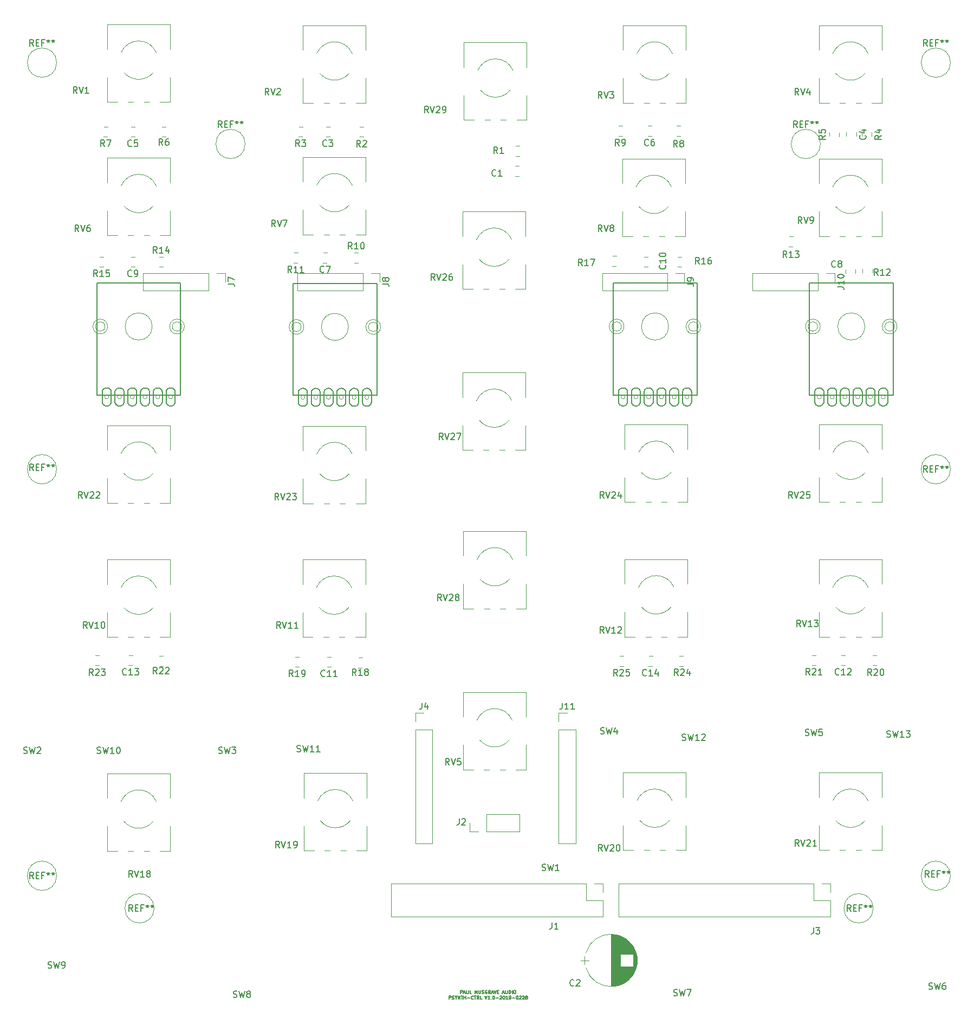
<source format=gbr>
G04 #@! TF.FileFunction,Legend,Top*
%FSLAX46Y46*%
G04 Gerber Fmt 4.6, Leading zero omitted, Abs format (unit mm)*
G04 Created by KiCad (PCBNEW 4.0.7) date 02/28/19 19:32:10*
%MOMM*%
%LPD*%
G01*
G04 APERTURE LIST*
%ADD10C,0.100000*%
%ADD11C,0.127000*%
%ADD12C,0.120000*%
%ADD13C,0.203200*%
%ADD14C,0.063500*%
%ADD15C,0.150000*%
G04 APERTURE END LIST*
D10*
D11*
X78117095Y-158090810D02*
X78117095Y-157582810D01*
X78310619Y-157582810D01*
X78359000Y-157607000D01*
X78383191Y-157631190D01*
X78407381Y-157679571D01*
X78407381Y-157752143D01*
X78383191Y-157800524D01*
X78359000Y-157824714D01*
X78310619Y-157848905D01*
X78117095Y-157848905D01*
X78600905Y-157945667D02*
X78842810Y-157945667D01*
X78552524Y-158090810D02*
X78721857Y-157582810D01*
X78891191Y-158090810D01*
X79060524Y-157582810D02*
X79060524Y-157994048D01*
X79084715Y-158042429D01*
X79108905Y-158066619D01*
X79157286Y-158090810D01*
X79254048Y-158090810D01*
X79302429Y-158066619D01*
X79326620Y-158042429D01*
X79350810Y-157994048D01*
X79350810Y-157582810D01*
X79834619Y-158090810D02*
X79592714Y-158090810D01*
X79592714Y-157582810D01*
X80391000Y-158090810D02*
X80391000Y-157582810D01*
X80560334Y-157945667D01*
X80729667Y-157582810D01*
X80729667Y-158090810D01*
X80971571Y-157582810D02*
X80971571Y-157994048D01*
X80995762Y-158042429D01*
X81019952Y-158066619D01*
X81068333Y-158090810D01*
X81165095Y-158090810D01*
X81213476Y-158066619D01*
X81237667Y-158042429D01*
X81261857Y-157994048D01*
X81261857Y-157582810D01*
X81479571Y-158066619D02*
X81552142Y-158090810D01*
X81673095Y-158090810D01*
X81721476Y-158066619D01*
X81745666Y-158042429D01*
X81769857Y-157994048D01*
X81769857Y-157945667D01*
X81745666Y-157897286D01*
X81721476Y-157873095D01*
X81673095Y-157848905D01*
X81576333Y-157824714D01*
X81527952Y-157800524D01*
X81503761Y-157776333D01*
X81479571Y-157727952D01*
X81479571Y-157679571D01*
X81503761Y-157631190D01*
X81527952Y-157607000D01*
X81576333Y-157582810D01*
X81697285Y-157582810D01*
X81769857Y-157607000D01*
X82253667Y-157607000D02*
X82205286Y-157582810D01*
X82132714Y-157582810D01*
X82060143Y-157607000D01*
X82011762Y-157655381D01*
X81987571Y-157703762D01*
X81963381Y-157800524D01*
X81963381Y-157873095D01*
X81987571Y-157969857D01*
X82011762Y-158018238D01*
X82060143Y-158066619D01*
X82132714Y-158090810D01*
X82181095Y-158090810D01*
X82253667Y-158066619D01*
X82277857Y-158042429D01*
X82277857Y-157873095D01*
X82181095Y-157873095D01*
X82785857Y-158090810D02*
X82616524Y-157848905D01*
X82495571Y-158090810D02*
X82495571Y-157582810D01*
X82689095Y-157582810D01*
X82737476Y-157607000D01*
X82761667Y-157631190D01*
X82785857Y-157679571D01*
X82785857Y-157752143D01*
X82761667Y-157800524D01*
X82737476Y-157824714D01*
X82689095Y-157848905D01*
X82495571Y-157848905D01*
X82979381Y-157945667D02*
X83221286Y-157945667D01*
X82931000Y-158090810D02*
X83100333Y-157582810D01*
X83269667Y-158090810D01*
X83366429Y-157582810D02*
X83535762Y-158090810D01*
X83705096Y-157582810D01*
X83874429Y-157824714D02*
X84043763Y-157824714D01*
X84116334Y-158090810D02*
X83874429Y-158090810D01*
X83874429Y-157582810D01*
X84116334Y-157582810D01*
X84696906Y-157945667D02*
X84938811Y-157945667D01*
X84648525Y-158090810D02*
X84817858Y-157582810D01*
X84987192Y-158090810D01*
X85156525Y-157582810D02*
X85156525Y-157994048D01*
X85180716Y-158042429D01*
X85204906Y-158066619D01*
X85253287Y-158090810D01*
X85350049Y-158090810D01*
X85398430Y-158066619D01*
X85422621Y-158042429D01*
X85446811Y-157994048D01*
X85446811Y-157582810D01*
X85688715Y-158090810D02*
X85688715Y-157582810D01*
X85809668Y-157582810D01*
X85882239Y-157607000D01*
X85930620Y-157655381D01*
X85954811Y-157703762D01*
X85979001Y-157800524D01*
X85979001Y-157873095D01*
X85954811Y-157969857D01*
X85930620Y-158018238D01*
X85882239Y-158066619D01*
X85809668Y-158090810D01*
X85688715Y-158090810D01*
X86196715Y-158090810D02*
X86196715Y-157582810D01*
X86535382Y-157582810D02*
X86632144Y-157582810D01*
X86680525Y-157607000D01*
X86728906Y-157655381D01*
X86753097Y-157752143D01*
X86753097Y-157921476D01*
X86728906Y-158018238D01*
X86680525Y-158066619D01*
X86632144Y-158090810D01*
X86535382Y-158090810D01*
X86487001Y-158066619D01*
X86438620Y-158018238D01*
X86414430Y-157921476D01*
X86414430Y-157752143D01*
X86438620Y-157655381D01*
X86487001Y-157607000D01*
X86535382Y-157582810D01*
X76302807Y-158979810D02*
X76302807Y-158471810D01*
X76496331Y-158471810D01*
X76544712Y-158496000D01*
X76568903Y-158520190D01*
X76593093Y-158568571D01*
X76593093Y-158641143D01*
X76568903Y-158689524D01*
X76544712Y-158713714D01*
X76496331Y-158737905D01*
X76302807Y-158737905D01*
X76786617Y-158955619D02*
X76859188Y-158979810D01*
X76980141Y-158979810D01*
X77028522Y-158955619D01*
X77052712Y-158931429D01*
X77076903Y-158883048D01*
X77076903Y-158834667D01*
X77052712Y-158786286D01*
X77028522Y-158762095D01*
X76980141Y-158737905D01*
X76883379Y-158713714D01*
X76834998Y-158689524D01*
X76810807Y-158665333D01*
X76786617Y-158616952D01*
X76786617Y-158568571D01*
X76810807Y-158520190D01*
X76834998Y-158496000D01*
X76883379Y-158471810D01*
X77004331Y-158471810D01*
X77076903Y-158496000D01*
X77391379Y-158737905D02*
X77391379Y-158979810D01*
X77222046Y-158471810D02*
X77391379Y-158737905D01*
X77560713Y-158471810D01*
X77730046Y-158979810D02*
X77730046Y-158471810D01*
X78020332Y-158979810D01*
X78020332Y-158471810D01*
X78189665Y-158471810D02*
X78479951Y-158471810D01*
X78334808Y-158979810D02*
X78334808Y-158471810D01*
X78649284Y-158979810D02*
X78649284Y-158471810D01*
X78649284Y-158713714D02*
X78939570Y-158713714D01*
X78939570Y-158979810D02*
X78939570Y-158471810D01*
X79181474Y-158786286D02*
X79568522Y-158786286D01*
X80100712Y-158931429D02*
X80076522Y-158955619D01*
X80003950Y-158979810D01*
X79955569Y-158979810D01*
X79882998Y-158955619D01*
X79834617Y-158907238D01*
X79810426Y-158858857D01*
X79786236Y-158762095D01*
X79786236Y-158689524D01*
X79810426Y-158592762D01*
X79834617Y-158544381D01*
X79882998Y-158496000D01*
X79955569Y-158471810D01*
X80003950Y-158471810D01*
X80076522Y-158496000D01*
X80100712Y-158520190D01*
X80245855Y-158471810D02*
X80536141Y-158471810D01*
X80390998Y-158979810D02*
X80390998Y-158471810D01*
X80995760Y-158979810D02*
X80826427Y-158737905D01*
X80705474Y-158979810D02*
X80705474Y-158471810D01*
X80898998Y-158471810D01*
X80947379Y-158496000D01*
X80971570Y-158520190D01*
X80995760Y-158568571D01*
X80995760Y-158641143D01*
X80971570Y-158689524D01*
X80947379Y-158713714D01*
X80898998Y-158737905D01*
X80705474Y-158737905D01*
X81455379Y-158979810D02*
X81213474Y-158979810D01*
X81213474Y-158471810D01*
X81939189Y-158471810D02*
X82108522Y-158979810D01*
X82277856Y-158471810D01*
X82713285Y-158979810D02*
X82422999Y-158979810D01*
X82568142Y-158979810D02*
X82568142Y-158471810D01*
X82519761Y-158544381D01*
X82471380Y-158592762D01*
X82422999Y-158616952D01*
X82930999Y-158931429D02*
X82955190Y-158955619D01*
X82930999Y-158979810D01*
X82906809Y-158955619D01*
X82930999Y-158931429D01*
X82930999Y-158979810D01*
X83269666Y-158471810D02*
X83318047Y-158471810D01*
X83366428Y-158496000D01*
X83390619Y-158520190D01*
X83414809Y-158568571D01*
X83439000Y-158665333D01*
X83439000Y-158786286D01*
X83414809Y-158883048D01*
X83390619Y-158931429D01*
X83366428Y-158955619D01*
X83318047Y-158979810D01*
X83269666Y-158979810D01*
X83221285Y-158955619D01*
X83197095Y-158931429D01*
X83172904Y-158883048D01*
X83148714Y-158786286D01*
X83148714Y-158665333D01*
X83172904Y-158568571D01*
X83197095Y-158520190D01*
X83221285Y-158496000D01*
X83269666Y-158471810D01*
X83656714Y-158786286D02*
X84043762Y-158786286D01*
X84261476Y-158520190D02*
X84285666Y-158496000D01*
X84334047Y-158471810D01*
X84455000Y-158471810D01*
X84503381Y-158496000D01*
X84527571Y-158520190D01*
X84551762Y-158568571D01*
X84551762Y-158616952D01*
X84527571Y-158689524D01*
X84237285Y-158979810D01*
X84551762Y-158979810D01*
X84866238Y-158471810D02*
X84914619Y-158471810D01*
X84963000Y-158496000D01*
X84987191Y-158520190D01*
X85011381Y-158568571D01*
X85035572Y-158665333D01*
X85035572Y-158786286D01*
X85011381Y-158883048D01*
X84987191Y-158931429D01*
X84963000Y-158955619D01*
X84914619Y-158979810D01*
X84866238Y-158979810D01*
X84817857Y-158955619D01*
X84793667Y-158931429D01*
X84769476Y-158883048D01*
X84745286Y-158786286D01*
X84745286Y-158665333D01*
X84769476Y-158568571D01*
X84793667Y-158520190D01*
X84817857Y-158496000D01*
X84866238Y-158471810D01*
X85519382Y-158979810D02*
X85229096Y-158979810D01*
X85374239Y-158979810D02*
X85374239Y-158471810D01*
X85325858Y-158544381D01*
X85277477Y-158592762D01*
X85229096Y-158616952D01*
X85761287Y-158979810D02*
X85858049Y-158979810D01*
X85906430Y-158955619D01*
X85930620Y-158931429D01*
X85979001Y-158858857D01*
X86003192Y-158762095D01*
X86003192Y-158568571D01*
X85979001Y-158520190D01*
X85954811Y-158496000D01*
X85906430Y-158471810D01*
X85809668Y-158471810D01*
X85761287Y-158496000D01*
X85737096Y-158520190D01*
X85712906Y-158568571D01*
X85712906Y-158689524D01*
X85737096Y-158737905D01*
X85761287Y-158762095D01*
X85809668Y-158786286D01*
X85906430Y-158786286D01*
X85954811Y-158762095D01*
X85979001Y-158737905D01*
X86003192Y-158689524D01*
X86220906Y-158786286D02*
X86607954Y-158786286D01*
X86946620Y-158471810D02*
X86995001Y-158471810D01*
X87043382Y-158496000D01*
X87067573Y-158520190D01*
X87091763Y-158568571D01*
X87115954Y-158665333D01*
X87115954Y-158786286D01*
X87091763Y-158883048D01*
X87067573Y-158931429D01*
X87043382Y-158955619D01*
X86995001Y-158979810D01*
X86946620Y-158979810D01*
X86898239Y-158955619D01*
X86874049Y-158931429D01*
X86849858Y-158883048D01*
X86825668Y-158786286D01*
X86825668Y-158665333D01*
X86849858Y-158568571D01*
X86874049Y-158520190D01*
X86898239Y-158496000D01*
X86946620Y-158471810D01*
X87309478Y-158520190D02*
X87333668Y-158496000D01*
X87382049Y-158471810D01*
X87503002Y-158471810D01*
X87551383Y-158496000D01*
X87575573Y-158520190D01*
X87599764Y-158568571D01*
X87599764Y-158616952D01*
X87575573Y-158689524D01*
X87285287Y-158979810D01*
X87599764Y-158979810D01*
X87793288Y-158520190D02*
X87817478Y-158496000D01*
X87865859Y-158471810D01*
X87986812Y-158471810D01*
X88035193Y-158496000D01*
X88059383Y-158520190D01*
X88083574Y-158568571D01*
X88083574Y-158616952D01*
X88059383Y-158689524D01*
X87769097Y-158979810D01*
X88083574Y-158979810D01*
X88373860Y-158689524D02*
X88325479Y-158665333D01*
X88301288Y-158641143D01*
X88277098Y-158592762D01*
X88277098Y-158568571D01*
X88301288Y-158520190D01*
X88325479Y-158496000D01*
X88373860Y-158471810D01*
X88470622Y-158471810D01*
X88519003Y-158496000D01*
X88543193Y-158520190D01*
X88567384Y-158568571D01*
X88567384Y-158592762D01*
X88543193Y-158641143D01*
X88519003Y-158665333D01*
X88470622Y-158689524D01*
X88373860Y-158689524D01*
X88325479Y-158713714D01*
X88301288Y-158737905D01*
X88277098Y-158786286D01*
X88277098Y-158883048D01*
X88301288Y-158931429D01*
X88325479Y-158955619D01*
X88373860Y-158979810D01*
X88470622Y-158979810D01*
X88519003Y-158955619D01*
X88543193Y-158931429D01*
X88567384Y-158883048D01*
X88567384Y-158786286D01*
X88543193Y-158737905D01*
X88519003Y-158713714D01*
X88470622Y-158689524D01*
D12*
X44450000Y-25400000D02*
G75*
G03X44450000Y-25400000I-2286000J0D01*
G01*
X134366000Y-25400000D02*
G75*
G03X134366000Y-25400000I-2286000J0D01*
G01*
X142621000Y-144780000D02*
G75*
G03X142621000Y-144780000I-2286000J0D01*
G01*
X30226000Y-144780000D02*
G75*
G03X30226000Y-144780000I-2286000J0D01*
G01*
X154686000Y-139700000D02*
G75*
G03X154686000Y-139700000I-2286000J0D01*
G01*
X154686000Y-76200000D02*
G75*
G03X154686000Y-76200000I-2286000J0D01*
G01*
X154686000Y-12700000D02*
G75*
G03X154686000Y-12700000I-2286000J0D01*
G01*
X14986000Y-76200000D02*
G75*
G03X14986000Y-76200000I-2286000J0D01*
G01*
X14986000Y-139700000D02*
G75*
G03X14986000Y-139700000I-2286000J0D01*
G01*
X14986000Y-12700000D02*
G75*
G03X14986000Y-12700000I-2286000J0D01*
G01*
X25050568Y-94706018D02*
G75*
G02X30575000Y-94705000I2762432J-1171982D01*
G01*
X30110753Y-97806295D02*
G75*
G02X25515000Y-97806000I-2297753J1928295D01*
G01*
X22903000Y-102438000D02*
X22903000Y-98572000D01*
X22903000Y-94183000D02*
X22903000Y-90318000D01*
X32723000Y-102438000D02*
X32723000Y-98572000D01*
X32723000Y-94183000D02*
X32723000Y-90318000D01*
X22903000Y-102438000D02*
X24488000Y-102438000D01*
X26138000Y-102438000D02*
X26988000Y-102438000D01*
X28638000Y-102438000D02*
X29488000Y-102438000D01*
X31138000Y-102438000D02*
X32723000Y-102438000D01*
X22903000Y-90318000D02*
X32723000Y-90318000D01*
X55784568Y-128043518D02*
G75*
G02X61309000Y-128042500I2762432J-1171982D01*
G01*
X60844753Y-131143795D02*
G75*
G02X56249000Y-131143500I-2297753J1928295D01*
G01*
X53637000Y-135775500D02*
X53637000Y-131909500D01*
X53637000Y-127520500D02*
X53637000Y-123655500D01*
X63457000Y-135775500D02*
X63457000Y-131909500D01*
X63457000Y-127520500D02*
X63457000Y-123655500D01*
X53637000Y-135775500D02*
X55222000Y-135775500D01*
X56872000Y-135775500D02*
X57722000Y-135775500D01*
X59372000Y-135775500D02*
X60222000Y-135775500D01*
X61872000Y-135775500D02*
X63457000Y-135775500D01*
X53637000Y-123655500D02*
X63457000Y-123655500D01*
X136302568Y-11267018D02*
G75*
G02X141827000Y-11266000I2762432J-1171982D01*
G01*
X141362753Y-14367295D02*
G75*
G02X136767000Y-14367000I-2297753J1928295D01*
G01*
X134155000Y-18999000D02*
X134155000Y-15133000D01*
X134155000Y-10744000D02*
X134155000Y-6879000D01*
X143975000Y-18999000D02*
X143975000Y-15133000D01*
X143975000Y-10744000D02*
X143975000Y-6879000D01*
X134155000Y-18999000D02*
X135740000Y-18999000D01*
X137390000Y-18999000D02*
X138240000Y-18999000D01*
X139890000Y-18999000D02*
X140740000Y-18999000D01*
X142390000Y-18999000D02*
X143975000Y-18999000D01*
X134155000Y-6879000D02*
X143975000Y-6879000D01*
X25050568Y-11140018D02*
G75*
G02X30575000Y-11139000I2762432J-1171982D01*
G01*
X30110753Y-14240295D02*
G75*
G02X25515000Y-14240000I-2297753J1928295D01*
G01*
X22903000Y-18872000D02*
X22903000Y-15006000D01*
X22903000Y-10617000D02*
X22903000Y-6752000D01*
X32723000Y-18872000D02*
X32723000Y-15006000D01*
X32723000Y-10617000D02*
X32723000Y-6752000D01*
X22903000Y-18872000D02*
X24488000Y-18872000D01*
X26138000Y-18872000D02*
X26988000Y-18872000D01*
X28638000Y-18872000D02*
X29488000Y-18872000D01*
X31138000Y-18872000D02*
X32723000Y-18872000D01*
X22903000Y-6752000D02*
X32723000Y-6752000D01*
X55657568Y-11267018D02*
G75*
G02X61182000Y-11266000I2762432J-1171982D01*
G01*
X60717753Y-14367295D02*
G75*
G02X56122000Y-14367000I-2297753J1928295D01*
G01*
X53510000Y-18999000D02*
X53510000Y-15133000D01*
X53510000Y-10744000D02*
X53510000Y-6879000D01*
X63330000Y-18999000D02*
X63330000Y-15133000D01*
X63330000Y-10744000D02*
X63330000Y-6879000D01*
X53510000Y-18999000D02*
X55095000Y-18999000D01*
X56745000Y-18999000D02*
X57595000Y-18999000D01*
X59245000Y-18999000D02*
X60095000Y-18999000D01*
X61745000Y-18999000D02*
X63330000Y-18999000D01*
X53510000Y-6879000D02*
X63330000Y-6879000D01*
X105695568Y-11267018D02*
G75*
G02X111220000Y-11266000I2762432J-1171982D01*
G01*
X110755753Y-14367295D02*
G75*
G02X106160000Y-14367000I-2297753J1928295D01*
G01*
X103548000Y-18999000D02*
X103548000Y-15133000D01*
X103548000Y-10744000D02*
X103548000Y-6879000D01*
X113368000Y-18999000D02*
X113368000Y-15133000D01*
X113368000Y-10744000D02*
X113368000Y-6879000D01*
X103548000Y-18999000D02*
X105133000Y-18999000D01*
X106783000Y-18999000D02*
X107633000Y-18999000D01*
X109283000Y-18999000D02*
X110133000Y-18999000D01*
X111783000Y-18999000D02*
X113368000Y-18999000D01*
X103548000Y-6879000D02*
X113368000Y-6879000D01*
X80676568Y-115407018D02*
G75*
G02X86201000Y-115406000I2762432J-1171982D01*
G01*
X85736753Y-118507295D02*
G75*
G02X81141000Y-118507000I-2297753J1928295D01*
G01*
X78529000Y-123139000D02*
X78529000Y-119273000D01*
X78529000Y-114884000D02*
X78529000Y-111019000D01*
X88349000Y-123139000D02*
X88349000Y-119273000D01*
X88349000Y-114884000D02*
X88349000Y-111019000D01*
X78529000Y-123139000D02*
X80114000Y-123139000D01*
X81764000Y-123139000D02*
X82614000Y-123139000D01*
X84264000Y-123139000D02*
X85114000Y-123139000D01*
X86764000Y-123139000D02*
X88349000Y-123139000D01*
X78529000Y-111019000D02*
X88349000Y-111019000D01*
X25050568Y-31968018D02*
G75*
G02X30575000Y-31967000I2762432J-1171982D01*
G01*
X30110753Y-35068295D02*
G75*
G02X25515000Y-35068000I-2297753J1928295D01*
G01*
X22903000Y-39700000D02*
X22903000Y-35834000D01*
X22903000Y-31445000D02*
X22903000Y-27580000D01*
X32723000Y-39700000D02*
X32723000Y-35834000D01*
X32723000Y-31445000D02*
X32723000Y-27580000D01*
X22903000Y-39700000D02*
X24488000Y-39700000D01*
X26138000Y-39700000D02*
X26988000Y-39700000D01*
X28638000Y-39700000D02*
X29488000Y-39700000D01*
X31138000Y-39700000D02*
X32723000Y-39700000D01*
X22903000Y-27580000D02*
X32723000Y-27580000D01*
X55657568Y-31841018D02*
G75*
G02X61182000Y-31840000I2762432J-1171982D01*
G01*
X60717753Y-34941295D02*
G75*
G02X56122000Y-34941000I-2297753J1928295D01*
G01*
X53510000Y-39573000D02*
X53510000Y-35707000D01*
X53510000Y-31318000D02*
X53510000Y-27453000D01*
X63330000Y-39573000D02*
X63330000Y-35707000D01*
X63330000Y-31318000D02*
X63330000Y-27453000D01*
X53510000Y-39573000D02*
X55095000Y-39573000D01*
X56745000Y-39573000D02*
X57595000Y-39573000D01*
X59245000Y-39573000D02*
X60095000Y-39573000D01*
X61745000Y-39573000D02*
X63330000Y-39573000D01*
X53510000Y-27453000D02*
X63330000Y-27453000D01*
X105568568Y-32095018D02*
G75*
G02X111093000Y-32094000I2762432J-1171982D01*
G01*
X110628753Y-35195295D02*
G75*
G02X106033000Y-35195000I-2297753J1928295D01*
G01*
X103421000Y-39827000D02*
X103421000Y-35961000D01*
X103421000Y-31572000D02*
X103421000Y-27707000D01*
X113241000Y-39827000D02*
X113241000Y-35961000D01*
X113241000Y-31572000D02*
X113241000Y-27707000D01*
X103421000Y-39827000D02*
X105006000Y-39827000D01*
X106656000Y-39827000D02*
X107506000Y-39827000D01*
X109156000Y-39827000D02*
X110006000Y-39827000D01*
X111656000Y-39827000D02*
X113241000Y-39827000D01*
X103421000Y-27707000D02*
X113241000Y-27707000D01*
X136302568Y-32095018D02*
G75*
G02X141827000Y-32094000I2762432J-1171982D01*
G01*
X141362753Y-35195295D02*
G75*
G02X136767000Y-35195000I-2297753J1928295D01*
G01*
X134155000Y-39827000D02*
X134155000Y-35961000D01*
X134155000Y-31572000D02*
X134155000Y-27707000D01*
X143975000Y-39827000D02*
X143975000Y-35961000D01*
X143975000Y-31572000D02*
X143975000Y-27707000D01*
X134155000Y-39827000D02*
X135740000Y-39827000D01*
X137390000Y-39827000D02*
X138240000Y-39827000D01*
X139890000Y-39827000D02*
X140740000Y-39827000D01*
X142390000Y-39827000D02*
X143975000Y-39827000D01*
X134155000Y-27707000D02*
X143975000Y-27707000D01*
X55594068Y-94706018D02*
G75*
G02X61118500Y-94705000I2762432J-1171982D01*
G01*
X60654253Y-97806295D02*
G75*
G02X56058500Y-97806000I-2297753J1928295D01*
G01*
X53446500Y-102438000D02*
X53446500Y-98572000D01*
X53446500Y-94183000D02*
X53446500Y-90318000D01*
X63266500Y-102438000D02*
X63266500Y-98572000D01*
X63266500Y-94183000D02*
X63266500Y-90318000D01*
X53446500Y-102438000D02*
X55031500Y-102438000D01*
X56681500Y-102438000D02*
X57531500Y-102438000D01*
X59181500Y-102438000D02*
X60031500Y-102438000D01*
X61681500Y-102438000D02*
X63266500Y-102438000D01*
X53446500Y-90318000D02*
X63266500Y-90318000D01*
X105949568Y-94642518D02*
G75*
G02X111474000Y-94641500I2762432J-1171982D01*
G01*
X111009753Y-97742795D02*
G75*
G02X106414000Y-97742500I-2297753J1928295D01*
G01*
X103802000Y-102374500D02*
X103802000Y-98508500D01*
X103802000Y-94119500D02*
X103802000Y-90254500D01*
X113622000Y-102374500D02*
X113622000Y-98508500D01*
X113622000Y-94119500D02*
X113622000Y-90254500D01*
X103802000Y-102374500D02*
X105387000Y-102374500D01*
X107037000Y-102374500D02*
X107887000Y-102374500D01*
X109537000Y-102374500D02*
X110387000Y-102374500D01*
X112037000Y-102374500D02*
X113622000Y-102374500D01*
X103802000Y-90254500D02*
X113622000Y-90254500D01*
X136302568Y-94642518D02*
G75*
G02X141827000Y-94641500I2762432J-1171982D01*
G01*
X141362753Y-97742795D02*
G75*
G02X136767000Y-97742500I-2297753J1928295D01*
G01*
X134155000Y-102374500D02*
X134155000Y-98508500D01*
X134155000Y-94119500D02*
X134155000Y-90254500D01*
X143975000Y-102374500D02*
X143975000Y-98508500D01*
X143975000Y-94119500D02*
X143975000Y-90254500D01*
X134155000Y-102374500D02*
X135740000Y-102374500D01*
X137390000Y-102374500D02*
X138240000Y-102374500D01*
X139890000Y-102374500D02*
X140740000Y-102374500D01*
X142390000Y-102374500D02*
X143975000Y-102374500D01*
X134155000Y-90254500D02*
X143975000Y-90254500D01*
X87309000Y-132775000D02*
X87309000Y-130115000D01*
X82169000Y-132775000D02*
X87309000Y-132775000D01*
X82169000Y-130115000D02*
X87309000Y-130115000D01*
X82169000Y-132775000D02*
X82169000Y-130115000D01*
X80899000Y-132775000D02*
X79569000Y-132775000D01*
X79569000Y-132775000D02*
X79569000Y-131445000D01*
X25050568Y-128107018D02*
G75*
G02X30575000Y-128106000I2762432J-1171982D01*
G01*
X30110753Y-131207295D02*
G75*
G02X25515000Y-131207000I-2297753J1928295D01*
G01*
X22903000Y-135839000D02*
X22903000Y-131973000D01*
X22903000Y-127584000D02*
X22903000Y-123719000D01*
X32723000Y-135839000D02*
X32723000Y-131973000D01*
X32723000Y-127584000D02*
X32723000Y-123719000D01*
X22903000Y-135839000D02*
X24488000Y-135839000D01*
X26138000Y-135839000D02*
X26988000Y-135839000D01*
X28638000Y-135839000D02*
X29488000Y-135839000D01*
X31138000Y-135839000D02*
X32723000Y-135839000D01*
X22903000Y-123719000D02*
X32723000Y-123719000D01*
X105695568Y-127980018D02*
G75*
G02X111220000Y-127979000I2762432J-1171982D01*
G01*
X110755753Y-131080295D02*
G75*
G02X106160000Y-131080000I-2297753J1928295D01*
G01*
X103548000Y-135712000D02*
X103548000Y-131846000D01*
X103548000Y-127457000D02*
X103548000Y-123592000D01*
X113368000Y-135712000D02*
X113368000Y-131846000D01*
X113368000Y-127457000D02*
X113368000Y-123592000D01*
X103548000Y-135712000D02*
X105133000Y-135712000D01*
X106783000Y-135712000D02*
X107633000Y-135712000D01*
X109283000Y-135712000D02*
X110133000Y-135712000D01*
X111783000Y-135712000D02*
X113368000Y-135712000D01*
X103548000Y-123592000D02*
X113368000Y-123592000D01*
X136302568Y-127980018D02*
G75*
G02X141827000Y-127979000I2762432J-1171982D01*
G01*
X141362753Y-131080295D02*
G75*
G02X136767000Y-131080000I-2297753J1928295D01*
G01*
X134155000Y-135712000D02*
X134155000Y-131846000D01*
X134155000Y-127457000D02*
X134155000Y-123592000D01*
X143975000Y-135712000D02*
X143975000Y-131846000D01*
X143975000Y-127457000D02*
X143975000Y-123592000D01*
X134155000Y-135712000D02*
X135740000Y-135712000D01*
X137390000Y-135712000D02*
X138240000Y-135712000D01*
X139890000Y-135712000D02*
X140740000Y-135712000D01*
X142390000Y-135712000D02*
X143975000Y-135712000D01*
X134155000Y-123592000D02*
X143975000Y-123592000D01*
X25050568Y-73751018D02*
G75*
G02X30575000Y-73750000I2762432J-1171982D01*
G01*
X30110753Y-76851295D02*
G75*
G02X25515000Y-76851000I-2297753J1928295D01*
G01*
X22903000Y-81483000D02*
X22903000Y-77617000D01*
X22903000Y-73228000D02*
X22903000Y-69363000D01*
X32723000Y-81483000D02*
X32723000Y-77617000D01*
X32723000Y-73228000D02*
X32723000Y-69363000D01*
X22903000Y-81483000D02*
X24488000Y-81483000D01*
X26138000Y-81483000D02*
X26988000Y-81483000D01*
X28638000Y-81483000D02*
X29488000Y-81483000D01*
X31138000Y-81483000D02*
X32723000Y-81483000D01*
X22903000Y-69363000D02*
X32723000Y-69363000D01*
X55657568Y-73814518D02*
G75*
G02X61182000Y-73813500I2762432J-1171982D01*
G01*
X60717753Y-76914795D02*
G75*
G02X56122000Y-76914500I-2297753J1928295D01*
G01*
X53510000Y-81546500D02*
X53510000Y-77680500D01*
X53510000Y-73291500D02*
X53510000Y-69426500D01*
X63330000Y-81546500D02*
X63330000Y-77680500D01*
X63330000Y-73291500D02*
X63330000Y-69426500D01*
X53510000Y-81546500D02*
X55095000Y-81546500D01*
X56745000Y-81546500D02*
X57595000Y-81546500D01*
X59245000Y-81546500D02*
X60095000Y-81546500D01*
X61745000Y-81546500D02*
X63330000Y-81546500D01*
X53510000Y-69426500D02*
X63330000Y-69426500D01*
X105949568Y-73624018D02*
G75*
G02X111474000Y-73623000I2762432J-1171982D01*
G01*
X111009753Y-76724295D02*
G75*
G02X106414000Y-76724000I-2297753J1928295D01*
G01*
X103802000Y-81356000D02*
X103802000Y-77490000D01*
X103802000Y-73101000D02*
X103802000Y-69236000D01*
X113622000Y-81356000D02*
X113622000Y-77490000D01*
X113622000Y-73101000D02*
X113622000Y-69236000D01*
X103802000Y-81356000D02*
X105387000Y-81356000D01*
X107037000Y-81356000D02*
X107887000Y-81356000D01*
X109537000Y-81356000D02*
X110387000Y-81356000D01*
X112037000Y-81356000D02*
X113622000Y-81356000D01*
X103802000Y-69236000D02*
X113622000Y-69236000D01*
X136302568Y-73624018D02*
G75*
G02X141827000Y-73623000I2762432J-1171982D01*
G01*
X141362753Y-76724295D02*
G75*
G02X136767000Y-76724000I-2297753J1928295D01*
G01*
X134155000Y-81356000D02*
X134155000Y-77490000D01*
X134155000Y-73101000D02*
X134155000Y-69236000D01*
X143975000Y-81356000D02*
X143975000Y-77490000D01*
X143975000Y-73101000D02*
X143975000Y-69236000D01*
X134155000Y-81356000D02*
X135740000Y-81356000D01*
X137390000Y-81356000D02*
X138240000Y-81356000D01*
X139890000Y-81356000D02*
X140740000Y-81356000D01*
X142390000Y-81356000D02*
X143975000Y-81356000D01*
X134155000Y-69236000D02*
X143975000Y-69236000D01*
X28515000Y-45596500D02*
X28515000Y-48256500D01*
X38735000Y-45596500D02*
X28515000Y-45596500D01*
X38735000Y-48256500D02*
X28515000Y-48256500D01*
X38735000Y-45596500D02*
X38735000Y-48256500D01*
X40005000Y-45596500D02*
X41335000Y-45596500D01*
X41335000Y-45596500D02*
X41335000Y-46926500D01*
X52645000Y-45596500D02*
X52645000Y-48256500D01*
X62865000Y-45596500D02*
X52645000Y-45596500D01*
X62865000Y-48256500D02*
X52645000Y-48256500D01*
X62865000Y-45596500D02*
X62865000Y-48256500D01*
X64135000Y-45596500D02*
X65465000Y-45596500D01*
X65465000Y-45596500D02*
X65465000Y-46926500D01*
X100270000Y-45596500D02*
X100270000Y-48256500D01*
X110490000Y-45596500D02*
X100270000Y-45596500D01*
X110490000Y-48256500D02*
X100270000Y-48256500D01*
X110490000Y-45596500D02*
X110490000Y-48256500D01*
X111760000Y-45596500D02*
X113090000Y-45596500D01*
X113090000Y-45596500D02*
X113090000Y-46926500D01*
X123765000Y-45596500D02*
X123765000Y-48256500D01*
X133985000Y-45596500D02*
X123765000Y-45596500D01*
X133985000Y-48256500D02*
X123765000Y-48256500D01*
X133985000Y-45596500D02*
X133985000Y-48256500D01*
X135255000Y-45596500D02*
X136585000Y-45596500D01*
X136585000Y-45596500D02*
X136585000Y-46926500D01*
X93475500Y-134680000D02*
X96135500Y-134680000D01*
X93475500Y-116840000D02*
X93475500Y-134680000D01*
X96135500Y-116840000D02*
X96135500Y-134680000D01*
X93475500Y-116840000D02*
X96135500Y-116840000D01*
X93475500Y-115570000D02*
X93475500Y-114240000D01*
X93475500Y-114240000D02*
X94805500Y-114240000D01*
X80613068Y-40350018D02*
G75*
G02X86137500Y-40349000I2762432J-1171982D01*
G01*
X85673253Y-43450295D02*
G75*
G02X81077500Y-43450000I-2297753J1928295D01*
G01*
X78465500Y-48082000D02*
X78465500Y-44216000D01*
X78465500Y-39827000D02*
X78465500Y-35962000D01*
X88285500Y-48082000D02*
X88285500Y-44216000D01*
X88285500Y-39827000D02*
X88285500Y-35962000D01*
X78465500Y-48082000D02*
X80050500Y-48082000D01*
X81700500Y-48082000D02*
X82550500Y-48082000D01*
X84200500Y-48082000D02*
X85050500Y-48082000D01*
X86700500Y-48082000D02*
X88285500Y-48082000D01*
X78465500Y-35962000D02*
X88285500Y-35962000D01*
X80613068Y-65496018D02*
G75*
G02X86137500Y-65495000I2762432J-1171982D01*
G01*
X85673253Y-68596295D02*
G75*
G02X81077500Y-68596000I-2297753J1928295D01*
G01*
X78465500Y-73228000D02*
X78465500Y-69362000D01*
X78465500Y-64973000D02*
X78465500Y-61108000D01*
X88285500Y-73228000D02*
X88285500Y-69362000D01*
X88285500Y-64973000D02*
X88285500Y-61108000D01*
X78465500Y-73228000D02*
X80050500Y-73228000D01*
X81700500Y-73228000D02*
X82550500Y-73228000D01*
X84200500Y-73228000D02*
X85050500Y-73228000D01*
X86700500Y-73228000D02*
X88285500Y-73228000D01*
X78465500Y-61108000D02*
X88285500Y-61108000D01*
X80721568Y-90261018D02*
G75*
G02X86246000Y-90260000I2762432J-1171982D01*
G01*
X85781753Y-93361295D02*
G75*
G02X81186000Y-93361000I-2297753J1928295D01*
G01*
X78574000Y-97993000D02*
X78574000Y-94127000D01*
X78574000Y-89738000D02*
X78574000Y-85873000D01*
X88394000Y-97993000D02*
X88394000Y-94127000D01*
X88394000Y-89738000D02*
X88394000Y-85873000D01*
X78574000Y-97993000D02*
X80159000Y-97993000D01*
X81809000Y-97993000D02*
X82659000Y-97993000D01*
X84309000Y-97993000D02*
X85159000Y-97993000D01*
X86809000Y-97993000D02*
X88394000Y-97993000D01*
X78574000Y-85873000D02*
X88394000Y-85873000D01*
X67250000Y-140910000D02*
X67250000Y-146110000D01*
X97790000Y-140910000D02*
X67250000Y-140910000D01*
X100390000Y-146110000D02*
X67250000Y-146110000D01*
X97790000Y-140910000D02*
X97790000Y-143510000D01*
X97790000Y-143510000D02*
X100390000Y-143510000D01*
X100390000Y-143510000D02*
X100390000Y-146110000D01*
X99060000Y-140910000D02*
X100390000Y-140910000D01*
X100390000Y-140910000D02*
X100390000Y-142240000D01*
X102810000Y-140910000D02*
X102810000Y-146110000D01*
X133350000Y-140910000D02*
X102810000Y-140910000D01*
X135950000Y-146110000D02*
X102810000Y-146110000D01*
X133350000Y-140910000D02*
X133350000Y-143510000D01*
X133350000Y-143510000D02*
X135950000Y-143510000D01*
X135950000Y-143510000D02*
X135950000Y-146110000D01*
X134620000Y-140910000D02*
X135950000Y-140910000D01*
X135950000Y-140910000D02*
X135950000Y-142240000D01*
X80803568Y-13934018D02*
G75*
G02X86328000Y-13933000I2762432J-1171982D01*
G01*
X85863753Y-17034295D02*
G75*
G02X81268000Y-17034000I-2297753J1928295D01*
G01*
X78656000Y-21666000D02*
X78656000Y-17800000D01*
X78656000Y-13411000D02*
X78656000Y-9546000D01*
X88476000Y-21666000D02*
X88476000Y-17800000D01*
X88476000Y-13411000D02*
X88476000Y-9546000D01*
X78656000Y-21666000D02*
X80241000Y-21666000D01*
X81891000Y-21666000D02*
X82741000Y-21666000D01*
X84391000Y-21666000D02*
X85241000Y-21666000D01*
X86891000Y-21666000D02*
X88476000Y-21666000D01*
X78656000Y-9546000D02*
X88476000Y-9546000D01*
X87281000Y-28854500D02*
X86681000Y-28854500D01*
X87261000Y-30454500D02*
X86661000Y-30454500D01*
X86709000Y-27279500D02*
X87309000Y-27279500D01*
X86729000Y-25679500D02*
X87329000Y-25679500D01*
D13*
X65031620Y-64673480D02*
X51935380Y-64673480D01*
X51935380Y-64673480D02*
X51935380Y-47175420D01*
X51935380Y-47175420D02*
X65031620Y-47175420D01*
X65031620Y-47175420D02*
X65031620Y-64673480D01*
D11*
X63423800Y-63573660D02*
X63543180Y-63573660D01*
X63543180Y-63573660D02*
X63667640Y-63586360D01*
X63667640Y-63586360D02*
X63787020Y-63621920D01*
X63787020Y-63621920D02*
X63898780Y-63682880D01*
X63898780Y-63682880D02*
X63995300Y-63761620D01*
X63995300Y-63761620D02*
X64074040Y-63858140D01*
X64074040Y-63858140D02*
X64132460Y-63969900D01*
X64132460Y-63969900D02*
X64170560Y-64089280D01*
X64170560Y-64089280D02*
X64183260Y-64213740D01*
X64183260Y-64213740D02*
X64183260Y-65732660D01*
X64183260Y-65732660D02*
X64170560Y-65857120D01*
X64170560Y-65857120D02*
X64132460Y-65979040D01*
X64132460Y-65979040D02*
X64074040Y-66088260D01*
X64074040Y-66088260D02*
X63995300Y-66187320D01*
X63995300Y-66187320D02*
X63898780Y-66266060D01*
X63898780Y-66266060D02*
X63787020Y-66324480D01*
X63787020Y-66324480D02*
X63667640Y-66362580D01*
X63667640Y-66362580D02*
X63543180Y-66372740D01*
X63543180Y-66372740D02*
X63423800Y-66372740D01*
X63423800Y-66372740D02*
X63296800Y-66362580D01*
X63296800Y-66362580D02*
X63177420Y-66324480D01*
X63177420Y-66324480D02*
X63065660Y-66266060D01*
X63065660Y-66266060D02*
X62969140Y-66187320D01*
X62969140Y-66187320D02*
X62890400Y-66088260D01*
X62890400Y-66088260D02*
X62831980Y-65979040D01*
X62831980Y-65979040D02*
X62793880Y-65857120D01*
X62793880Y-65857120D02*
X62781180Y-65732660D01*
X62781180Y-65732660D02*
X62781180Y-64213740D01*
X62781180Y-64213740D02*
X62793880Y-64089280D01*
X62793880Y-64089280D02*
X62831980Y-63969900D01*
X62831980Y-63969900D02*
X62890400Y-63858140D01*
X62890400Y-63858140D02*
X62969140Y-63761620D01*
X62969140Y-63761620D02*
X63065660Y-63682880D01*
X63065660Y-63682880D02*
X63177420Y-63621920D01*
X63177420Y-63621920D02*
X63296800Y-63586360D01*
X63296800Y-63586360D02*
X63423800Y-63573660D01*
X61422280Y-63573660D02*
X61541660Y-63573660D01*
X61541660Y-63573660D02*
X61666120Y-63586360D01*
X61666120Y-63586360D02*
X61788040Y-63621920D01*
X61788040Y-63621920D02*
X61897260Y-63682880D01*
X61897260Y-63682880D02*
X61993780Y-63761620D01*
X61993780Y-63761620D02*
X62075060Y-63858140D01*
X62075060Y-63858140D02*
X62133480Y-63969900D01*
X62133480Y-63969900D02*
X62169040Y-64089280D01*
X62169040Y-64089280D02*
X62181740Y-64213740D01*
X62181740Y-64213740D02*
X62181740Y-65732660D01*
X62181740Y-65732660D02*
X62169040Y-65857120D01*
X62169040Y-65857120D02*
X62133480Y-65979040D01*
X62133480Y-65979040D02*
X62075060Y-66088260D01*
X62075060Y-66088260D02*
X61993780Y-66187320D01*
X61993780Y-66187320D02*
X61897260Y-66266060D01*
X61897260Y-66266060D02*
X61788040Y-66324480D01*
X61788040Y-66324480D02*
X61666120Y-66362580D01*
X61666120Y-66362580D02*
X61541660Y-66372740D01*
X61541660Y-66372740D02*
X61422280Y-66372740D01*
X61422280Y-66372740D02*
X61297820Y-66362580D01*
X61297820Y-66362580D02*
X61178440Y-66324480D01*
X61178440Y-66324480D02*
X61066680Y-66266060D01*
X61066680Y-66266060D02*
X60970160Y-66187320D01*
X60970160Y-66187320D02*
X60888880Y-66088260D01*
X60888880Y-66088260D02*
X60830460Y-65979040D01*
X60830460Y-65979040D02*
X60794900Y-65857120D01*
X60794900Y-65857120D02*
X60782200Y-65732660D01*
X60782200Y-65732660D02*
X60782200Y-64213740D01*
X60782200Y-64213740D02*
X60794900Y-64089280D01*
X60794900Y-64089280D02*
X60830460Y-63969900D01*
X60830460Y-63969900D02*
X60888880Y-63858140D01*
X60888880Y-63858140D02*
X60970160Y-63761620D01*
X60970160Y-63761620D02*
X61066680Y-63682880D01*
X61066680Y-63682880D02*
X61178440Y-63621920D01*
X61178440Y-63621920D02*
X61297820Y-63586360D01*
X61297820Y-63586360D02*
X61422280Y-63573660D01*
X59423300Y-63573660D02*
X59542680Y-63573660D01*
X59542680Y-63573660D02*
X59667140Y-63586360D01*
X59667140Y-63586360D02*
X59786520Y-63621920D01*
X59786520Y-63621920D02*
X59898280Y-63682880D01*
X59898280Y-63682880D02*
X59994800Y-63761620D01*
X59994800Y-63761620D02*
X60073540Y-63858140D01*
X60073540Y-63858140D02*
X60134500Y-63969900D01*
X60134500Y-63969900D02*
X60170060Y-64089280D01*
X60170060Y-64089280D02*
X60182760Y-64213740D01*
X60182760Y-64213740D02*
X60182760Y-65732660D01*
X60182760Y-65732660D02*
X60170060Y-65857120D01*
X60170060Y-65857120D02*
X60134500Y-65979040D01*
X60134500Y-65979040D02*
X60073540Y-66088260D01*
X60073540Y-66088260D02*
X59994800Y-66187320D01*
X59994800Y-66187320D02*
X59898280Y-66266060D01*
X59898280Y-66266060D02*
X59786520Y-66324480D01*
X59786520Y-66324480D02*
X59667140Y-66362580D01*
X59667140Y-66362580D02*
X59542680Y-66372740D01*
X59542680Y-66372740D02*
X59423300Y-66372740D01*
X59423300Y-66372740D02*
X59298840Y-66362580D01*
X59298840Y-66362580D02*
X59176920Y-66324480D01*
X59176920Y-66324480D02*
X59067700Y-66266060D01*
X59067700Y-66266060D02*
X58968640Y-66187320D01*
X58968640Y-66187320D02*
X58889900Y-66088260D01*
X58889900Y-66088260D02*
X58831480Y-65979040D01*
X58831480Y-65979040D02*
X58793380Y-65857120D01*
X58793380Y-65857120D02*
X58783220Y-65732660D01*
X58783220Y-65732660D02*
X58783220Y-64213740D01*
X58783220Y-64213740D02*
X58793380Y-64089280D01*
X58793380Y-64089280D02*
X58831480Y-63969900D01*
X58831480Y-63969900D02*
X58889900Y-63858140D01*
X58889900Y-63858140D02*
X58968640Y-63761620D01*
X58968640Y-63761620D02*
X59067700Y-63682880D01*
X59067700Y-63682880D02*
X59176920Y-63621920D01*
X59176920Y-63621920D02*
X59298840Y-63586360D01*
X59298840Y-63586360D02*
X59423300Y-63573660D01*
X57424320Y-63573660D02*
X57543700Y-63573660D01*
X57543700Y-63573660D02*
X57668160Y-63586360D01*
X57668160Y-63586360D02*
X57790080Y-63621920D01*
X57790080Y-63621920D02*
X57899300Y-63682880D01*
X57899300Y-63682880D02*
X57998360Y-63761620D01*
X57998360Y-63761620D02*
X58077100Y-63858140D01*
X58077100Y-63858140D02*
X58135520Y-63969900D01*
X58135520Y-63969900D02*
X58173620Y-64089280D01*
X58173620Y-64089280D02*
X58183780Y-64213740D01*
X58183780Y-64213740D02*
X58183780Y-65732660D01*
X58183780Y-65732660D02*
X58173620Y-65857120D01*
X58173620Y-65857120D02*
X58135520Y-65979040D01*
X58135520Y-65979040D02*
X58077100Y-66088260D01*
X58077100Y-66088260D02*
X57998360Y-66187320D01*
X57998360Y-66187320D02*
X57899300Y-66266060D01*
X57899300Y-66266060D02*
X57790080Y-66324480D01*
X57790080Y-66324480D02*
X57668160Y-66362580D01*
X57668160Y-66362580D02*
X57543700Y-66372740D01*
X57543700Y-66372740D02*
X57424320Y-66372740D01*
X57424320Y-66372740D02*
X57299860Y-66362580D01*
X57299860Y-66362580D02*
X57180480Y-66324480D01*
X57180480Y-66324480D02*
X57068720Y-66266060D01*
X57068720Y-66266060D02*
X56972200Y-66187320D01*
X56972200Y-66187320D02*
X56893460Y-66088260D01*
X56893460Y-66088260D02*
X56832500Y-65979040D01*
X56832500Y-65979040D02*
X56796940Y-65857120D01*
X56796940Y-65857120D02*
X56784240Y-65732660D01*
X56784240Y-65732660D02*
X56784240Y-64213740D01*
X56784240Y-64213740D02*
X56796940Y-64089280D01*
X56796940Y-64089280D02*
X56832500Y-63969900D01*
X56832500Y-63969900D02*
X56893460Y-63858140D01*
X56893460Y-63858140D02*
X56972200Y-63761620D01*
X56972200Y-63761620D02*
X57068720Y-63682880D01*
X57068720Y-63682880D02*
X57180480Y-63621920D01*
X57180480Y-63621920D02*
X57299860Y-63586360D01*
X57299860Y-63586360D02*
X57424320Y-63573660D01*
X55425340Y-63573660D02*
X55544720Y-63573660D01*
X55544720Y-63573660D02*
X55669180Y-63586360D01*
X55669180Y-63586360D02*
X55788560Y-63621920D01*
X55788560Y-63621920D02*
X55900320Y-63682880D01*
X55900320Y-63682880D02*
X55996840Y-63761620D01*
X55996840Y-63761620D02*
X56078120Y-63858140D01*
X56078120Y-63858140D02*
X56136540Y-63969900D01*
X56136540Y-63969900D02*
X56172100Y-64089280D01*
X56172100Y-64089280D02*
X56184800Y-64213740D01*
X56184800Y-64213740D02*
X56184800Y-65732660D01*
X56184800Y-65732660D02*
X56172100Y-65857120D01*
X56172100Y-65857120D02*
X56136540Y-65979040D01*
X56136540Y-65979040D02*
X56078120Y-66088260D01*
X56078120Y-66088260D02*
X55996840Y-66187320D01*
X55996840Y-66187320D02*
X55900320Y-66266060D01*
X55900320Y-66266060D02*
X55788560Y-66324480D01*
X55788560Y-66324480D02*
X55669180Y-66362580D01*
X55669180Y-66362580D02*
X55544720Y-66372740D01*
X55544720Y-66372740D02*
X55425340Y-66372740D01*
X55425340Y-66372740D02*
X55300880Y-66362580D01*
X55300880Y-66362580D02*
X55178960Y-66324480D01*
X55178960Y-66324480D02*
X55069740Y-66266060D01*
X55069740Y-66266060D02*
X54973220Y-66187320D01*
X54973220Y-66187320D02*
X54891940Y-66088260D01*
X54891940Y-66088260D02*
X54833520Y-65979040D01*
X54833520Y-65979040D02*
X54797960Y-65857120D01*
X54797960Y-65857120D02*
X54785260Y-65732660D01*
X54785260Y-65732660D02*
X54785260Y-64213740D01*
X54785260Y-64213740D02*
X54797960Y-64089280D01*
X54797960Y-64089280D02*
X54833520Y-63969900D01*
X54833520Y-63969900D02*
X54891940Y-63858140D01*
X54891940Y-63858140D02*
X54973220Y-63761620D01*
X54973220Y-63761620D02*
X55069740Y-63682880D01*
X55069740Y-63682880D02*
X55178960Y-63621920D01*
X55178960Y-63621920D02*
X55300880Y-63586360D01*
X55300880Y-63586360D02*
X55425340Y-63573660D01*
X53423820Y-63573660D02*
X53543200Y-63573660D01*
X53543200Y-63573660D02*
X53670200Y-63586360D01*
X53670200Y-63586360D02*
X53789580Y-63621920D01*
X53789580Y-63621920D02*
X53901340Y-63682880D01*
X53901340Y-63682880D02*
X53997860Y-63761620D01*
X53997860Y-63761620D02*
X54076600Y-63858140D01*
X54076600Y-63858140D02*
X54135020Y-63969900D01*
X54135020Y-63969900D02*
X54173120Y-64089280D01*
X54173120Y-64089280D02*
X54185820Y-64213740D01*
X54185820Y-64213740D02*
X54185820Y-65732660D01*
X54185820Y-65732660D02*
X54173120Y-65857120D01*
X54173120Y-65857120D02*
X54135020Y-65979040D01*
X54135020Y-65979040D02*
X54076600Y-66088260D01*
X54076600Y-66088260D02*
X53997860Y-66187320D01*
X53997860Y-66187320D02*
X53901340Y-66266060D01*
X53901340Y-66266060D02*
X53789580Y-66324480D01*
X53789580Y-66324480D02*
X53670200Y-66362580D01*
X53670200Y-66362580D02*
X53543200Y-66372740D01*
X53543200Y-66372740D02*
X53423820Y-66372740D01*
X53423820Y-66372740D02*
X53299360Y-66362580D01*
X53299360Y-66362580D02*
X53179980Y-66324480D01*
X53179980Y-66324480D02*
X53068220Y-66266060D01*
X53068220Y-66266060D02*
X52971700Y-66187320D01*
X52971700Y-66187320D02*
X52892960Y-66088260D01*
X52892960Y-66088260D02*
X52834540Y-65979040D01*
X52834540Y-65979040D02*
X52796440Y-65857120D01*
X52796440Y-65857120D02*
X52783740Y-65732660D01*
X52783740Y-65732660D02*
X52783740Y-64213740D01*
X52783740Y-64213740D02*
X52796440Y-64089280D01*
X52796440Y-64089280D02*
X52834540Y-63969900D01*
X52834540Y-63969900D02*
X52892960Y-63858140D01*
X52892960Y-63858140D02*
X52971700Y-63761620D01*
X52971700Y-63761620D02*
X53068220Y-63682880D01*
X53068220Y-63682880D02*
X53179980Y-63621920D01*
X53179980Y-63621920D02*
X53299360Y-63586360D01*
X53299360Y-63586360D02*
X53423820Y-63573660D01*
D14*
X60602840Y-53975000D02*
G75*
G03X60602840Y-53975000I-2119340J0D01*
G01*
D10*
X65632453Y-53975000D02*
G75*
G03X65632453Y-53975000I-1149473J0D01*
G01*
X53633493Y-53975000D02*
G75*
G03X53633493Y-53975000I-1149473J0D01*
G01*
X65222953Y-53975000D02*
G75*
G03X65222953Y-53975000I-739973J0D01*
G01*
X53223993Y-53975000D02*
G75*
G03X53223993Y-53975000I-739973J0D01*
G01*
X63798325Y-64973200D02*
G75*
G03X63798325Y-64973200I-316105J0D01*
G01*
X61799345Y-64973200D02*
G75*
G03X61799345Y-64973200I-316105J0D01*
G01*
X59797825Y-64973200D02*
G75*
G03X59797825Y-64973200I-316105J0D01*
G01*
X57801385Y-64973200D02*
G75*
G03X57801385Y-64973200I-316105J0D01*
G01*
X55799865Y-64973200D02*
G75*
G03X55799865Y-64973200I-316105J0D01*
G01*
X53800885Y-64973200D02*
G75*
G03X53800885Y-64973200I-316105J0D01*
G01*
D13*
X115069620Y-64609980D02*
X101973380Y-64609980D01*
X101973380Y-64609980D02*
X101973380Y-47111920D01*
X101973380Y-47111920D02*
X115069620Y-47111920D01*
X115069620Y-47111920D02*
X115069620Y-64609980D01*
D11*
X113461800Y-63510160D02*
X113581180Y-63510160D01*
X113581180Y-63510160D02*
X113705640Y-63522860D01*
X113705640Y-63522860D02*
X113825020Y-63558420D01*
X113825020Y-63558420D02*
X113936780Y-63619380D01*
X113936780Y-63619380D02*
X114033300Y-63698120D01*
X114033300Y-63698120D02*
X114112040Y-63794640D01*
X114112040Y-63794640D02*
X114170460Y-63906400D01*
X114170460Y-63906400D02*
X114208560Y-64025780D01*
X114208560Y-64025780D02*
X114221260Y-64150240D01*
X114221260Y-64150240D02*
X114221260Y-65669160D01*
X114221260Y-65669160D02*
X114208560Y-65793620D01*
X114208560Y-65793620D02*
X114170460Y-65915540D01*
X114170460Y-65915540D02*
X114112040Y-66024760D01*
X114112040Y-66024760D02*
X114033300Y-66123820D01*
X114033300Y-66123820D02*
X113936780Y-66202560D01*
X113936780Y-66202560D02*
X113825020Y-66260980D01*
X113825020Y-66260980D02*
X113705640Y-66299080D01*
X113705640Y-66299080D02*
X113581180Y-66309240D01*
X113581180Y-66309240D02*
X113461800Y-66309240D01*
X113461800Y-66309240D02*
X113334800Y-66299080D01*
X113334800Y-66299080D02*
X113215420Y-66260980D01*
X113215420Y-66260980D02*
X113103660Y-66202560D01*
X113103660Y-66202560D02*
X113007140Y-66123820D01*
X113007140Y-66123820D02*
X112928400Y-66024760D01*
X112928400Y-66024760D02*
X112869980Y-65915540D01*
X112869980Y-65915540D02*
X112831880Y-65793620D01*
X112831880Y-65793620D02*
X112819180Y-65669160D01*
X112819180Y-65669160D02*
X112819180Y-64150240D01*
X112819180Y-64150240D02*
X112831880Y-64025780D01*
X112831880Y-64025780D02*
X112869980Y-63906400D01*
X112869980Y-63906400D02*
X112928400Y-63794640D01*
X112928400Y-63794640D02*
X113007140Y-63698120D01*
X113007140Y-63698120D02*
X113103660Y-63619380D01*
X113103660Y-63619380D02*
X113215420Y-63558420D01*
X113215420Y-63558420D02*
X113334800Y-63522860D01*
X113334800Y-63522860D02*
X113461800Y-63510160D01*
X111460280Y-63510160D02*
X111579660Y-63510160D01*
X111579660Y-63510160D02*
X111704120Y-63522860D01*
X111704120Y-63522860D02*
X111826040Y-63558420D01*
X111826040Y-63558420D02*
X111935260Y-63619380D01*
X111935260Y-63619380D02*
X112031780Y-63698120D01*
X112031780Y-63698120D02*
X112113060Y-63794640D01*
X112113060Y-63794640D02*
X112171480Y-63906400D01*
X112171480Y-63906400D02*
X112207040Y-64025780D01*
X112207040Y-64025780D02*
X112219740Y-64150240D01*
X112219740Y-64150240D02*
X112219740Y-65669160D01*
X112219740Y-65669160D02*
X112207040Y-65793620D01*
X112207040Y-65793620D02*
X112171480Y-65915540D01*
X112171480Y-65915540D02*
X112113060Y-66024760D01*
X112113060Y-66024760D02*
X112031780Y-66123820D01*
X112031780Y-66123820D02*
X111935260Y-66202560D01*
X111935260Y-66202560D02*
X111826040Y-66260980D01*
X111826040Y-66260980D02*
X111704120Y-66299080D01*
X111704120Y-66299080D02*
X111579660Y-66309240D01*
X111579660Y-66309240D02*
X111460280Y-66309240D01*
X111460280Y-66309240D02*
X111335820Y-66299080D01*
X111335820Y-66299080D02*
X111216440Y-66260980D01*
X111216440Y-66260980D02*
X111104680Y-66202560D01*
X111104680Y-66202560D02*
X111008160Y-66123820D01*
X111008160Y-66123820D02*
X110926880Y-66024760D01*
X110926880Y-66024760D02*
X110868460Y-65915540D01*
X110868460Y-65915540D02*
X110832900Y-65793620D01*
X110832900Y-65793620D02*
X110820200Y-65669160D01*
X110820200Y-65669160D02*
X110820200Y-64150240D01*
X110820200Y-64150240D02*
X110832900Y-64025780D01*
X110832900Y-64025780D02*
X110868460Y-63906400D01*
X110868460Y-63906400D02*
X110926880Y-63794640D01*
X110926880Y-63794640D02*
X111008160Y-63698120D01*
X111008160Y-63698120D02*
X111104680Y-63619380D01*
X111104680Y-63619380D02*
X111216440Y-63558420D01*
X111216440Y-63558420D02*
X111335820Y-63522860D01*
X111335820Y-63522860D02*
X111460280Y-63510160D01*
X109461300Y-63510160D02*
X109580680Y-63510160D01*
X109580680Y-63510160D02*
X109705140Y-63522860D01*
X109705140Y-63522860D02*
X109824520Y-63558420D01*
X109824520Y-63558420D02*
X109936280Y-63619380D01*
X109936280Y-63619380D02*
X110032800Y-63698120D01*
X110032800Y-63698120D02*
X110111540Y-63794640D01*
X110111540Y-63794640D02*
X110172500Y-63906400D01*
X110172500Y-63906400D02*
X110208060Y-64025780D01*
X110208060Y-64025780D02*
X110220760Y-64150240D01*
X110220760Y-64150240D02*
X110220760Y-65669160D01*
X110220760Y-65669160D02*
X110208060Y-65793620D01*
X110208060Y-65793620D02*
X110172500Y-65915540D01*
X110172500Y-65915540D02*
X110111540Y-66024760D01*
X110111540Y-66024760D02*
X110032800Y-66123820D01*
X110032800Y-66123820D02*
X109936280Y-66202560D01*
X109936280Y-66202560D02*
X109824520Y-66260980D01*
X109824520Y-66260980D02*
X109705140Y-66299080D01*
X109705140Y-66299080D02*
X109580680Y-66309240D01*
X109580680Y-66309240D02*
X109461300Y-66309240D01*
X109461300Y-66309240D02*
X109336840Y-66299080D01*
X109336840Y-66299080D02*
X109214920Y-66260980D01*
X109214920Y-66260980D02*
X109105700Y-66202560D01*
X109105700Y-66202560D02*
X109006640Y-66123820D01*
X109006640Y-66123820D02*
X108927900Y-66024760D01*
X108927900Y-66024760D02*
X108869480Y-65915540D01*
X108869480Y-65915540D02*
X108831380Y-65793620D01*
X108831380Y-65793620D02*
X108821220Y-65669160D01*
X108821220Y-65669160D02*
X108821220Y-64150240D01*
X108821220Y-64150240D02*
X108831380Y-64025780D01*
X108831380Y-64025780D02*
X108869480Y-63906400D01*
X108869480Y-63906400D02*
X108927900Y-63794640D01*
X108927900Y-63794640D02*
X109006640Y-63698120D01*
X109006640Y-63698120D02*
X109105700Y-63619380D01*
X109105700Y-63619380D02*
X109214920Y-63558420D01*
X109214920Y-63558420D02*
X109336840Y-63522860D01*
X109336840Y-63522860D02*
X109461300Y-63510160D01*
X107462320Y-63510160D02*
X107581700Y-63510160D01*
X107581700Y-63510160D02*
X107706160Y-63522860D01*
X107706160Y-63522860D02*
X107828080Y-63558420D01*
X107828080Y-63558420D02*
X107937300Y-63619380D01*
X107937300Y-63619380D02*
X108036360Y-63698120D01*
X108036360Y-63698120D02*
X108115100Y-63794640D01*
X108115100Y-63794640D02*
X108173520Y-63906400D01*
X108173520Y-63906400D02*
X108211620Y-64025780D01*
X108211620Y-64025780D02*
X108221780Y-64150240D01*
X108221780Y-64150240D02*
X108221780Y-65669160D01*
X108221780Y-65669160D02*
X108211620Y-65793620D01*
X108211620Y-65793620D02*
X108173520Y-65915540D01*
X108173520Y-65915540D02*
X108115100Y-66024760D01*
X108115100Y-66024760D02*
X108036360Y-66123820D01*
X108036360Y-66123820D02*
X107937300Y-66202560D01*
X107937300Y-66202560D02*
X107828080Y-66260980D01*
X107828080Y-66260980D02*
X107706160Y-66299080D01*
X107706160Y-66299080D02*
X107581700Y-66309240D01*
X107581700Y-66309240D02*
X107462320Y-66309240D01*
X107462320Y-66309240D02*
X107337860Y-66299080D01*
X107337860Y-66299080D02*
X107218480Y-66260980D01*
X107218480Y-66260980D02*
X107106720Y-66202560D01*
X107106720Y-66202560D02*
X107010200Y-66123820D01*
X107010200Y-66123820D02*
X106931460Y-66024760D01*
X106931460Y-66024760D02*
X106870500Y-65915540D01*
X106870500Y-65915540D02*
X106834940Y-65793620D01*
X106834940Y-65793620D02*
X106822240Y-65669160D01*
X106822240Y-65669160D02*
X106822240Y-64150240D01*
X106822240Y-64150240D02*
X106834940Y-64025780D01*
X106834940Y-64025780D02*
X106870500Y-63906400D01*
X106870500Y-63906400D02*
X106931460Y-63794640D01*
X106931460Y-63794640D02*
X107010200Y-63698120D01*
X107010200Y-63698120D02*
X107106720Y-63619380D01*
X107106720Y-63619380D02*
X107218480Y-63558420D01*
X107218480Y-63558420D02*
X107337860Y-63522860D01*
X107337860Y-63522860D02*
X107462320Y-63510160D01*
X105463340Y-63510160D02*
X105582720Y-63510160D01*
X105582720Y-63510160D02*
X105707180Y-63522860D01*
X105707180Y-63522860D02*
X105826560Y-63558420D01*
X105826560Y-63558420D02*
X105938320Y-63619380D01*
X105938320Y-63619380D02*
X106034840Y-63698120D01*
X106034840Y-63698120D02*
X106116120Y-63794640D01*
X106116120Y-63794640D02*
X106174540Y-63906400D01*
X106174540Y-63906400D02*
X106210100Y-64025780D01*
X106210100Y-64025780D02*
X106222800Y-64150240D01*
X106222800Y-64150240D02*
X106222800Y-65669160D01*
X106222800Y-65669160D02*
X106210100Y-65793620D01*
X106210100Y-65793620D02*
X106174540Y-65915540D01*
X106174540Y-65915540D02*
X106116120Y-66024760D01*
X106116120Y-66024760D02*
X106034840Y-66123820D01*
X106034840Y-66123820D02*
X105938320Y-66202560D01*
X105938320Y-66202560D02*
X105826560Y-66260980D01*
X105826560Y-66260980D02*
X105707180Y-66299080D01*
X105707180Y-66299080D02*
X105582720Y-66309240D01*
X105582720Y-66309240D02*
X105463340Y-66309240D01*
X105463340Y-66309240D02*
X105338880Y-66299080D01*
X105338880Y-66299080D02*
X105216960Y-66260980D01*
X105216960Y-66260980D02*
X105107740Y-66202560D01*
X105107740Y-66202560D02*
X105011220Y-66123820D01*
X105011220Y-66123820D02*
X104929940Y-66024760D01*
X104929940Y-66024760D02*
X104871520Y-65915540D01*
X104871520Y-65915540D02*
X104835960Y-65793620D01*
X104835960Y-65793620D02*
X104823260Y-65669160D01*
X104823260Y-65669160D02*
X104823260Y-64150240D01*
X104823260Y-64150240D02*
X104835960Y-64025780D01*
X104835960Y-64025780D02*
X104871520Y-63906400D01*
X104871520Y-63906400D02*
X104929940Y-63794640D01*
X104929940Y-63794640D02*
X105011220Y-63698120D01*
X105011220Y-63698120D02*
X105107740Y-63619380D01*
X105107740Y-63619380D02*
X105216960Y-63558420D01*
X105216960Y-63558420D02*
X105338880Y-63522860D01*
X105338880Y-63522860D02*
X105463340Y-63510160D01*
X103461820Y-63510160D02*
X103581200Y-63510160D01*
X103581200Y-63510160D02*
X103708200Y-63522860D01*
X103708200Y-63522860D02*
X103827580Y-63558420D01*
X103827580Y-63558420D02*
X103939340Y-63619380D01*
X103939340Y-63619380D02*
X104035860Y-63698120D01*
X104035860Y-63698120D02*
X104114600Y-63794640D01*
X104114600Y-63794640D02*
X104173020Y-63906400D01*
X104173020Y-63906400D02*
X104211120Y-64025780D01*
X104211120Y-64025780D02*
X104223820Y-64150240D01*
X104223820Y-64150240D02*
X104223820Y-65669160D01*
X104223820Y-65669160D02*
X104211120Y-65793620D01*
X104211120Y-65793620D02*
X104173020Y-65915540D01*
X104173020Y-65915540D02*
X104114600Y-66024760D01*
X104114600Y-66024760D02*
X104035860Y-66123820D01*
X104035860Y-66123820D02*
X103939340Y-66202560D01*
X103939340Y-66202560D02*
X103827580Y-66260980D01*
X103827580Y-66260980D02*
X103708200Y-66299080D01*
X103708200Y-66299080D02*
X103581200Y-66309240D01*
X103581200Y-66309240D02*
X103461820Y-66309240D01*
X103461820Y-66309240D02*
X103337360Y-66299080D01*
X103337360Y-66299080D02*
X103217980Y-66260980D01*
X103217980Y-66260980D02*
X103106220Y-66202560D01*
X103106220Y-66202560D02*
X103009700Y-66123820D01*
X103009700Y-66123820D02*
X102930960Y-66024760D01*
X102930960Y-66024760D02*
X102872540Y-65915540D01*
X102872540Y-65915540D02*
X102834440Y-65793620D01*
X102834440Y-65793620D02*
X102821740Y-65669160D01*
X102821740Y-65669160D02*
X102821740Y-64150240D01*
X102821740Y-64150240D02*
X102834440Y-64025780D01*
X102834440Y-64025780D02*
X102872540Y-63906400D01*
X102872540Y-63906400D02*
X102930960Y-63794640D01*
X102930960Y-63794640D02*
X103009700Y-63698120D01*
X103009700Y-63698120D02*
X103106220Y-63619380D01*
X103106220Y-63619380D02*
X103217980Y-63558420D01*
X103217980Y-63558420D02*
X103337360Y-63522860D01*
X103337360Y-63522860D02*
X103461820Y-63510160D01*
D14*
X110640840Y-53911500D02*
G75*
G03X110640840Y-53911500I-2119340J0D01*
G01*
D10*
X115670453Y-53911500D02*
G75*
G03X115670453Y-53911500I-1149473J0D01*
G01*
X103671493Y-53911500D02*
G75*
G03X103671493Y-53911500I-1149473J0D01*
G01*
X115260953Y-53911500D02*
G75*
G03X115260953Y-53911500I-739973J0D01*
G01*
X103261993Y-53911500D02*
G75*
G03X103261993Y-53911500I-739973J0D01*
G01*
X113836325Y-64909700D02*
G75*
G03X113836325Y-64909700I-316105J0D01*
G01*
X111837345Y-64909700D02*
G75*
G03X111837345Y-64909700I-316105J0D01*
G01*
X109835825Y-64909700D02*
G75*
G03X109835825Y-64909700I-316105J0D01*
G01*
X107839385Y-64909700D02*
G75*
G03X107839385Y-64909700I-316105J0D01*
G01*
X105837865Y-64909700D02*
G75*
G03X105837865Y-64909700I-316105J0D01*
G01*
X103838885Y-64909700D02*
G75*
G03X103838885Y-64909700I-316105J0D01*
G01*
D13*
X145740120Y-64609980D02*
X132643880Y-64609980D01*
X132643880Y-64609980D02*
X132643880Y-47111920D01*
X132643880Y-47111920D02*
X145740120Y-47111920D01*
X145740120Y-47111920D02*
X145740120Y-64609980D01*
D11*
X144132300Y-63510160D02*
X144251680Y-63510160D01*
X144251680Y-63510160D02*
X144376140Y-63522860D01*
X144376140Y-63522860D02*
X144495520Y-63558420D01*
X144495520Y-63558420D02*
X144607280Y-63619380D01*
X144607280Y-63619380D02*
X144703800Y-63698120D01*
X144703800Y-63698120D02*
X144782540Y-63794640D01*
X144782540Y-63794640D02*
X144840960Y-63906400D01*
X144840960Y-63906400D02*
X144879060Y-64025780D01*
X144879060Y-64025780D02*
X144891760Y-64150240D01*
X144891760Y-64150240D02*
X144891760Y-65669160D01*
X144891760Y-65669160D02*
X144879060Y-65793620D01*
X144879060Y-65793620D02*
X144840960Y-65915540D01*
X144840960Y-65915540D02*
X144782540Y-66024760D01*
X144782540Y-66024760D02*
X144703800Y-66123820D01*
X144703800Y-66123820D02*
X144607280Y-66202560D01*
X144607280Y-66202560D02*
X144495520Y-66260980D01*
X144495520Y-66260980D02*
X144376140Y-66299080D01*
X144376140Y-66299080D02*
X144251680Y-66309240D01*
X144251680Y-66309240D02*
X144132300Y-66309240D01*
X144132300Y-66309240D02*
X144005300Y-66299080D01*
X144005300Y-66299080D02*
X143885920Y-66260980D01*
X143885920Y-66260980D02*
X143774160Y-66202560D01*
X143774160Y-66202560D02*
X143677640Y-66123820D01*
X143677640Y-66123820D02*
X143598900Y-66024760D01*
X143598900Y-66024760D02*
X143540480Y-65915540D01*
X143540480Y-65915540D02*
X143502380Y-65793620D01*
X143502380Y-65793620D02*
X143489680Y-65669160D01*
X143489680Y-65669160D02*
X143489680Y-64150240D01*
X143489680Y-64150240D02*
X143502380Y-64025780D01*
X143502380Y-64025780D02*
X143540480Y-63906400D01*
X143540480Y-63906400D02*
X143598900Y-63794640D01*
X143598900Y-63794640D02*
X143677640Y-63698120D01*
X143677640Y-63698120D02*
X143774160Y-63619380D01*
X143774160Y-63619380D02*
X143885920Y-63558420D01*
X143885920Y-63558420D02*
X144005300Y-63522860D01*
X144005300Y-63522860D02*
X144132300Y-63510160D01*
X142130780Y-63510160D02*
X142250160Y-63510160D01*
X142250160Y-63510160D02*
X142374620Y-63522860D01*
X142374620Y-63522860D02*
X142496540Y-63558420D01*
X142496540Y-63558420D02*
X142605760Y-63619380D01*
X142605760Y-63619380D02*
X142702280Y-63698120D01*
X142702280Y-63698120D02*
X142783560Y-63794640D01*
X142783560Y-63794640D02*
X142841980Y-63906400D01*
X142841980Y-63906400D02*
X142877540Y-64025780D01*
X142877540Y-64025780D02*
X142890240Y-64150240D01*
X142890240Y-64150240D02*
X142890240Y-65669160D01*
X142890240Y-65669160D02*
X142877540Y-65793620D01*
X142877540Y-65793620D02*
X142841980Y-65915540D01*
X142841980Y-65915540D02*
X142783560Y-66024760D01*
X142783560Y-66024760D02*
X142702280Y-66123820D01*
X142702280Y-66123820D02*
X142605760Y-66202560D01*
X142605760Y-66202560D02*
X142496540Y-66260980D01*
X142496540Y-66260980D02*
X142374620Y-66299080D01*
X142374620Y-66299080D02*
X142250160Y-66309240D01*
X142250160Y-66309240D02*
X142130780Y-66309240D01*
X142130780Y-66309240D02*
X142006320Y-66299080D01*
X142006320Y-66299080D02*
X141886940Y-66260980D01*
X141886940Y-66260980D02*
X141775180Y-66202560D01*
X141775180Y-66202560D02*
X141678660Y-66123820D01*
X141678660Y-66123820D02*
X141597380Y-66024760D01*
X141597380Y-66024760D02*
X141538960Y-65915540D01*
X141538960Y-65915540D02*
X141503400Y-65793620D01*
X141503400Y-65793620D02*
X141490700Y-65669160D01*
X141490700Y-65669160D02*
X141490700Y-64150240D01*
X141490700Y-64150240D02*
X141503400Y-64025780D01*
X141503400Y-64025780D02*
X141538960Y-63906400D01*
X141538960Y-63906400D02*
X141597380Y-63794640D01*
X141597380Y-63794640D02*
X141678660Y-63698120D01*
X141678660Y-63698120D02*
X141775180Y-63619380D01*
X141775180Y-63619380D02*
X141886940Y-63558420D01*
X141886940Y-63558420D02*
X142006320Y-63522860D01*
X142006320Y-63522860D02*
X142130780Y-63510160D01*
X140131800Y-63510160D02*
X140251180Y-63510160D01*
X140251180Y-63510160D02*
X140375640Y-63522860D01*
X140375640Y-63522860D02*
X140495020Y-63558420D01*
X140495020Y-63558420D02*
X140606780Y-63619380D01*
X140606780Y-63619380D02*
X140703300Y-63698120D01*
X140703300Y-63698120D02*
X140782040Y-63794640D01*
X140782040Y-63794640D02*
X140843000Y-63906400D01*
X140843000Y-63906400D02*
X140878560Y-64025780D01*
X140878560Y-64025780D02*
X140891260Y-64150240D01*
X140891260Y-64150240D02*
X140891260Y-65669160D01*
X140891260Y-65669160D02*
X140878560Y-65793620D01*
X140878560Y-65793620D02*
X140843000Y-65915540D01*
X140843000Y-65915540D02*
X140782040Y-66024760D01*
X140782040Y-66024760D02*
X140703300Y-66123820D01*
X140703300Y-66123820D02*
X140606780Y-66202560D01*
X140606780Y-66202560D02*
X140495020Y-66260980D01*
X140495020Y-66260980D02*
X140375640Y-66299080D01*
X140375640Y-66299080D02*
X140251180Y-66309240D01*
X140251180Y-66309240D02*
X140131800Y-66309240D01*
X140131800Y-66309240D02*
X140007340Y-66299080D01*
X140007340Y-66299080D02*
X139885420Y-66260980D01*
X139885420Y-66260980D02*
X139776200Y-66202560D01*
X139776200Y-66202560D02*
X139677140Y-66123820D01*
X139677140Y-66123820D02*
X139598400Y-66024760D01*
X139598400Y-66024760D02*
X139539980Y-65915540D01*
X139539980Y-65915540D02*
X139501880Y-65793620D01*
X139501880Y-65793620D02*
X139491720Y-65669160D01*
X139491720Y-65669160D02*
X139491720Y-64150240D01*
X139491720Y-64150240D02*
X139501880Y-64025780D01*
X139501880Y-64025780D02*
X139539980Y-63906400D01*
X139539980Y-63906400D02*
X139598400Y-63794640D01*
X139598400Y-63794640D02*
X139677140Y-63698120D01*
X139677140Y-63698120D02*
X139776200Y-63619380D01*
X139776200Y-63619380D02*
X139885420Y-63558420D01*
X139885420Y-63558420D02*
X140007340Y-63522860D01*
X140007340Y-63522860D02*
X140131800Y-63510160D01*
X138132820Y-63510160D02*
X138252200Y-63510160D01*
X138252200Y-63510160D02*
X138376660Y-63522860D01*
X138376660Y-63522860D02*
X138498580Y-63558420D01*
X138498580Y-63558420D02*
X138607800Y-63619380D01*
X138607800Y-63619380D02*
X138706860Y-63698120D01*
X138706860Y-63698120D02*
X138785600Y-63794640D01*
X138785600Y-63794640D02*
X138844020Y-63906400D01*
X138844020Y-63906400D02*
X138882120Y-64025780D01*
X138882120Y-64025780D02*
X138892280Y-64150240D01*
X138892280Y-64150240D02*
X138892280Y-65669160D01*
X138892280Y-65669160D02*
X138882120Y-65793620D01*
X138882120Y-65793620D02*
X138844020Y-65915540D01*
X138844020Y-65915540D02*
X138785600Y-66024760D01*
X138785600Y-66024760D02*
X138706860Y-66123820D01*
X138706860Y-66123820D02*
X138607800Y-66202560D01*
X138607800Y-66202560D02*
X138498580Y-66260980D01*
X138498580Y-66260980D02*
X138376660Y-66299080D01*
X138376660Y-66299080D02*
X138252200Y-66309240D01*
X138252200Y-66309240D02*
X138132820Y-66309240D01*
X138132820Y-66309240D02*
X138008360Y-66299080D01*
X138008360Y-66299080D02*
X137888980Y-66260980D01*
X137888980Y-66260980D02*
X137777220Y-66202560D01*
X137777220Y-66202560D02*
X137680700Y-66123820D01*
X137680700Y-66123820D02*
X137601960Y-66024760D01*
X137601960Y-66024760D02*
X137541000Y-65915540D01*
X137541000Y-65915540D02*
X137505440Y-65793620D01*
X137505440Y-65793620D02*
X137492740Y-65669160D01*
X137492740Y-65669160D02*
X137492740Y-64150240D01*
X137492740Y-64150240D02*
X137505440Y-64025780D01*
X137505440Y-64025780D02*
X137541000Y-63906400D01*
X137541000Y-63906400D02*
X137601960Y-63794640D01*
X137601960Y-63794640D02*
X137680700Y-63698120D01*
X137680700Y-63698120D02*
X137777220Y-63619380D01*
X137777220Y-63619380D02*
X137888980Y-63558420D01*
X137888980Y-63558420D02*
X138008360Y-63522860D01*
X138008360Y-63522860D02*
X138132820Y-63510160D01*
X136133840Y-63510160D02*
X136253220Y-63510160D01*
X136253220Y-63510160D02*
X136377680Y-63522860D01*
X136377680Y-63522860D02*
X136497060Y-63558420D01*
X136497060Y-63558420D02*
X136608820Y-63619380D01*
X136608820Y-63619380D02*
X136705340Y-63698120D01*
X136705340Y-63698120D02*
X136786620Y-63794640D01*
X136786620Y-63794640D02*
X136845040Y-63906400D01*
X136845040Y-63906400D02*
X136880600Y-64025780D01*
X136880600Y-64025780D02*
X136893300Y-64150240D01*
X136893300Y-64150240D02*
X136893300Y-65669160D01*
X136893300Y-65669160D02*
X136880600Y-65793620D01*
X136880600Y-65793620D02*
X136845040Y-65915540D01*
X136845040Y-65915540D02*
X136786620Y-66024760D01*
X136786620Y-66024760D02*
X136705340Y-66123820D01*
X136705340Y-66123820D02*
X136608820Y-66202560D01*
X136608820Y-66202560D02*
X136497060Y-66260980D01*
X136497060Y-66260980D02*
X136377680Y-66299080D01*
X136377680Y-66299080D02*
X136253220Y-66309240D01*
X136253220Y-66309240D02*
X136133840Y-66309240D01*
X136133840Y-66309240D02*
X136009380Y-66299080D01*
X136009380Y-66299080D02*
X135887460Y-66260980D01*
X135887460Y-66260980D02*
X135778240Y-66202560D01*
X135778240Y-66202560D02*
X135681720Y-66123820D01*
X135681720Y-66123820D02*
X135600440Y-66024760D01*
X135600440Y-66024760D02*
X135542020Y-65915540D01*
X135542020Y-65915540D02*
X135506460Y-65793620D01*
X135506460Y-65793620D02*
X135493760Y-65669160D01*
X135493760Y-65669160D02*
X135493760Y-64150240D01*
X135493760Y-64150240D02*
X135506460Y-64025780D01*
X135506460Y-64025780D02*
X135542020Y-63906400D01*
X135542020Y-63906400D02*
X135600440Y-63794640D01*
X135600440Y-63794640D02*
X135681720Y-63698120D01*
X135681720Y-63698120D02*
X135778240Y-63619380D01*
X135778240Y-63619380D02*
X135887460Y-63558420D01*
X135887460Y-63558420D02*
X136009380Y-63522860D01*
X136009380Y-63522860D02*
X136133840Y-63510160D01*
X134132320Y-63510160D02*
X134251700Y-63510160D01*
X134251700Y-63510160D02*
X134378700Y-63522860D01*
X134378700Y-63522860D02*
X134498080Y-63558420D01*
X134498080Y-63558420D02*
X134609840Y-63619380D01*
X134609840Y-63619380D02*
X134706360Y-63698120D01*
X134706360Y-63698120D02*
X134785100Y-63794640D01*
X134785100Y-63794640D02*
X134843520Y-63906400D01*
X134843520Y-63906400D02*
X134881620Y-64025780D01*
X134881620Y-64025780D02*
X134894320Y-64150240D01*
X134894320Y-64150240D02*
X134894320Y-65669160D01*
X134894320Y-65669160D02*
X134881620Y-65793620D01*
X134881620Y-65793620D02*
X134843520Y-65915540D01*
X134843520Y-65915540D02*
X134785100Y-66024760D01*
X134785100Y-66024760D02*
X134706360Y-66123820D01*
X134706360Y-66123820D02*
X134609840Y-66202560D01*
X134609840Y-66202560D02*
X134498080Y-66260980D01*
X134498080Y-66260980D02*
X134378700Y-66299080D01*
X134378700Y-66299080D02*
X134251700Y-66309240D01*
X134251700Y-66309240D02*
X134132320Y-66309240D01*
X134132320Y-66309240D02*
X134007860Y-66299080D01*
X134007860Y-66299080D02*
X133888480Y-66260980D01*
X133888480Y-66260980D02*
X133776720Y-66202560D01*
X133776720Y-66202560D02*
X133680200Y-66123820D01*
X133680200Y-66123820D02*
X133601460Y-66024760D01*
X133601460Y-66024760D02*
X133543040Y-65915540D01*
X133543040Y-65915540D02*
X133504940Y-65793620D01*
X133504940Y-65793620D02*
X133492240Y-65669160D01*
X133492240Y-65669160D02*
X133492240Y-64150240D01*
X133492240Y-64150240D02*
X133504940Y-64025780D01*
X133504940Y-64025780D02*
X133543040Y-63906400D01*
X133543040Y-63906400D02*
X133601460Y-63794640D01*
X133601460Y-63794640D02*
X133680200Y-63698120D01*
X133680200Y-63698120D02*
X133776720Y-63619380D01*
X133776720Y-63619380D02*
X133888480Y-63558420D01*
X133888480Y-63558420D02*
X134007860Y-63522860D01*
X134007860Y-63522860D02*
X134132320Y-63510160D01*
D14*
X141311340Y-53911500D02*
G75*
G03X141311340Y-53911500I-2119340J0D01*
G01*
D10*
X146340953Y-53911500D02*
G75*
G03X146340953Y-53911500I-1149473J0D01*
G01*
X134341993Y-53911500D02*
G75*
G03X134341993Y-53911500I-1149473J0D01*
G01*
X145931453Y-53911500D02*
G75*
G03X145931453Y-53911500I-739973J0D01*
G01*
X133932493Y-53911500D02*
G75*
G03X133932493Y-53911500I-739973J0D01*
G01*
X144506825Y-64909700D02*
G75*
G03X144506825Y-64909700I-316105J0D01*
G01*
X142507845Y-64909700D02*
G75*
G03X142507845Y-64909700I-316105J0D01*
G01*
X140506325Y-64909700D02*
G75*
G03X140506325Y-64909700I-316105J0D01*
G01*
X138509885Y-64909700D02*
G75*
G03X138509885Y-64909700I-316105J0D01*
G01*
X136508365Y-64909700D02*
G75*
G03X136508365Y-64909700I-316105J0D01*
G01*
X134509385Y-64909700D02*
G75*
G03X134509385Y-64909700I-316105J0D01*
G01*
D13*
X34361120Y-64609980D02*
X21264880Y-64609980D01*
X21264880Y-64609980D02*
X21264880Y-47111920D01*
X21264880Y-47111920D02*
X34361120Y-47111920D01*
X34361120Y-47111920D02*
X34361120Y-64609980D01*
D11*
X32753300Y-63510160D02*
X32872680Y-63510160D01*
X32872680Y-63510160D02*
X32997140Y-63522860D01*
X32997140Y-63522860D02*
X33116520Y-63558420D01*
X33116520Y-63558420D02*
X33228280Y-63619380D01*
X33228280Y-63619380D02*
X33324800Y-63698120D01*
X33324800Y-63698120D02*
X33403540Y-63794640D01*
X33403540Y-63794640D02*
X33461960Y-63906400D01*
X33461960Y-63906400D02*
X33500060Y-64025780D01*
X33500060Y-64025780D02*
X33512760Y-64150240D01*
X33512760Y-64150240D02*
X33512760Y-65669160D01*
X33512760Y-65669160D02*
X33500060Y-65793620D01*
X33500060Y-65793620D02*
X33461960Y-65915540D01*
X33461960Y-65915540D02*
X33403540Y-66024760D01*
X33403540Y-66024760D02*
X33324800Y-66123820D01*
X33324800Y-66123820D02*
X33228280Y-66202560D01*
X33228280Y-66202560D02*
X33116520Y-66260980D01*
X33116520Y-66260980D02*
X32997140Y-66299080D01*
X32997140Y-66299080D02*
X32872680Y-66309240D01*
X32872680Y-66309240D02*
X32753300Y-66309240D01*
X32753300Y-66309240D02*
X32626300Y-66299080D01*
X32626300Y-66299080D02*
X32506920Y-66260980D01*
X32506920Y-66260980D02*
X32395160Y-66202560D01*
X32395160Y-66202560D02*
X32298640Y-66123820D01*
X32298640Y-66123820D02*
X32219900Y-66024760D01*
X32219900Y-66024760D02*
X32161480Y-65915540D01*
X32161480Y-65915540D02*
X32123380Y-65793620D01*
X32123380Y-65793620D02*
X32110680Y-65669160D01*
X32110680Y-65669160D02*
X32110680Y-64150240D01*
X32110680Y-64150240D02*
X32123380Y-64025780D01*
X32123380Y-64025780D02*
X32161480Y-63906400D01*
X32161480Y-63906400D02*
X32219900Y-63794640D01*
X32219900Y-63794640D02*
X32298640Y-63698120D01*
X32298640Y-63698120D02*
X32395160Y-63619380D01*
X32395160Y-63619380D02*
X32506920Y-63558420D01*
X32506920Y-63558420D02*
X32626300Y-63522860D01*
X32626300Y-63522860D02*
X32753300Y-63510160D01*
X30751780Y-63510160D02*
X30871160Y-63510160D01*
X30871160Y-63510160D02*
X30995620Y-63522860D01*
X30995620Y-63522860D02*
X31117540Y-63558420D01*
X31117540Y-63558420D02*
X31226760Y-63619380D01*
X31226760Y-63619380D02*
X31323280Y-63698120D01*
X31323280Y-63698120D02*
X31404560Y-63794640D01*
X31404560Y-63794640D02*
X31462980Y-63906400D01*
X31462980Y-63906400D02*
X31498540Y-64025780D01*
X31498540Y-64025780D02*
X31511240Y-64150240D01*
X31511240Y-64150240D02*
X31511240Y-65669160D01*
X31511240Y-65669160D02*
X31498540Y-65793620D01*
X31498540Y-65793620D02*
X31462980Y-65915540D01*
X31462980Y-65915540D02*
X31404560Y-66024760D01*
X31404560Y-66024760D02*
X31323280Y-66123820D01*
X31323280Y-66123820D02*
X31226760Y-66202560D01*
X31226760Y-66202560D02*
X31117540Y-66260980D01*
X31117540Y-66260980D02*
X30995620Y-66299080D01*
X30995620Y-66299080D02*
X30871160Y-66309240D01*
X30871160Y-66309240D02*
X30751780Y-66309240D01*
X30751780Y-66309240D02*
X30627320Y-66299080D01*
X30627320Y-66299080D02*
X30507940Y-66260980D01*
X30507940Y-66260980D02*
X30396180Y-66202560D01*
X30396180Y-66202560D02*
X30299660Y-66123820D01*
X30299660Y-66123820D02*
X30218380Y-66024760D01*
X30218380Y-66024760D02*
X30159960Y-65915540D01*
X30159960Y-65915540D02*
X30124400Y-65793620D01*
X30124400Y-65793620D02*
X30111700Y-65669160D01*
X30111700Y-65669160D02*
X30111700Y-64150240D01*
X30111700Y-64150240D02*
X30124400Y-64025780D01*
X30124400Y-64025780D02*
X30159960Y-63906400D01*
X30159960Y-63906400D02*
X30218380Y-63794640D01*
X30218380Y-63794640D02*
X30299660Y-63698120D01*
X30299660Y-63698120D02*
X30396180Y-63619380D01*
X30396180Y-63619380D02*
X30507940Y-63558420D01*
X30507940Y-63558420D02*
X30627320Y-63522860D01*
X30627320Y-63522860D02*
X30751780Y-63510160D01*
X28752800Y-63510160D02*
X28872180Y-63510160D01*
X28872180Y-63510160D02*
X28996640Y-63522860D01*
X28996640Y-63522860D02*
X29116020Y-63558420D01*
X29116020Y-63558420D02*
X29227780Y-63619380D01*
X29227780Y-63619380D02*
X29324300Y-63698120D01*
X29324300Y-63698120D02*
X29403040Y-63794640D01*
X29403040Y-63794640D02*
X29464000Y-63906400D01*
X29464000Y-63906400D02*
X29499560Y-64025780D01*
X29499560Y-64025780D02*
X29512260Y-64150240D01*
X29512260Y-64150240D02*
X29512260Y-65669160D01*
X29512260Y-65669160D02*
X29499560Y-65793620D01*
X29499560Y-65793620D02*
X29464000Y-65915540D01*
X29464000Y-65915540D02*
X29403040Y-66024760D01*
X29403040Y-66024760D02*
X29324300Y-66123820D01*
X29324300Y-66123820D02*
X29227780Y-66202560D01*
X29227780Y-66202560D02*
X29116020Y-66260980D01*
X29116020Y-66260980D02*
X28996640Y-66299080D01*
X28996640Y-66299080D02*
X28872180Y-66309240D01*
X28872180Y-66309240D02*
X28752800Y-66309240D01*
X28752800Y-66309240D02*
X28628340Y-66299080D01*
X28628340Y-66299080D02*
X28506420Y-66260980D01*
X28506420Y-66260980D02*
X28397200Y-66202560D01*
X28397200Y-66202560D02*
X28298140Y-66123820D01*
X28298140Y-66123820D02*
X28219400Y-66024760D01*
X28219400Y-66024760D02*
X28160980Y-65915540D01*
X28160980Y-65915540D02*
X28122880Y-65793620D01*
X28122880Y-65793620D02*
X28112720Y-65669160D01*
X28112720Y-65669160D02*
X28112720Y-64150240D01*
X28112720Y-64150240D02*
X28122880Y-64025780D01*
X28122880Y-64025780D02*
X28160980Y-63906400D01*
X28160980Y-63906400D02*
X28219400Y-63794640D01*
X28219400Y-63794640D02*
X28298140Y-63698120D01*
X28298140Y-63698120D02*
X28397200Y-63619380D01*
X28397200Y-63619380D02*
X28506420Y-63558420D01*
X28506420Y-63558420D02*
X28628340Y-63522860D01*
X28628340Y-63522860D02*
X28752800Y-63510160D01*
X26753820Y-63510160D02*
X26873200Y-63510160D01*
X26873200Y-63510160D02*
X26997660Y-63522860D01*
X26997660Y-63522860D02*
X27119580Y-63558420D01*
X27119580Y-63558420D02*
X27228800Y-63619380D01*
X27228800Y-63619380D02*
X27327860Y-63698120D01*
X27327860Y-63698120D02*
X27406600Y-63794640D01*
X27406600Y-63794640D02*
X27465020Y-63906400D01*
X27465020Y-63906400D02*
X27503120Y-64025780D01*
X27503120Y-64025780D02*
X27513280Y-64150240D01*
X27513280Y-64150240D02*
X27513280Y-65669160D01*
X27513280Y-65669160D02*
X27503120Y-65793620D01*
X27503120Y-65793620D02*
X27465020Y-65915540D01*
X27465020Y-65915540D02*
X27406600Y-66024760D01*
X27406600Y-66024760D02*
X27327860Y-66123820D01*
X27327860Y-66123820D02*
X27228800Y-66202560D01*
X27228800Y-66202560D02*
X27119580Y-66260980D01*
X27119580Y-66260980D02*
X26997660Y-66299080D01*
X26997660Y-66299080D02*
X26873200Y-66309240D01*
X26873200Y-66309240D02*
X26753820Y-66309240D01*
X26753820Y-66309240D02*
X26629360Y-66299080D01*
X26629360Y-66299080D02*
X26509980Y-66260980D01*
X26509980Y-66260980D02*
X26398220Y-66202560D01*
X26398220Y-66202560D02*
X26301700Y-66123820D01*
X26301700Y-66123820D02*
X26222960Y-66024760D01*
X26222960Y-66024760D02*
X26162000Y-65915540D01*
X26162000Y-65915540D02*
X26126440Y-65793620D01*
X26126440Y-65793620D02*
X26113740Y-65669160D01*
X26113740Y-65669160D02*
X26113740Y-64150240D01*
X26113740Y-64150240D02*
X26126440Y-64025780D01*
X26126440Y-64025780D02*
X26162000Y-63906400D01*
X26162000Y-63906400D02*
X26222960Y-63794640D01*
X26222960Y-63794640D02*
X26301700Y-63698120D01*
X26301700Y-63698120D02*
X26398220Y-63619380D01*
X26398220Y-63619380D02*
X26509980Y-63558420D01*
X26509980Y-63558420D02*
X26629360Y-63522860D01*
X26629360Y-63522860D02*
X26753820Y-63510160D01*
X24754840Y-63510160D02*
X24874220Y-63510160D01*
X24874220Y-63510160D02*
X24998680Y-63522860D01*
X24998680Y-63522860D02*
X25118060Y-63558420D01*
X25118060Y-63558420D02*
X25229820Y-63619380D01*
X25229820Y-63619380D02*
X25326340Y-63698120D01*
X25326340Y-63698120D02*
X25407620Y-63794640D01*
X25407620Y-63794640D02*
X25466040Y-63906400D01*
X25466040Y-63906400D02*
X25501600Y-64025780D01*
X25501600Y-64025780D02*
X25514300Y-64150240D01*
X25514300Y-64150240D02*
X25514300Y-65669160D01*
X25514300Y-65669160D02*
X25501600Y-65793620D01*
X25501600Y-65793620D02*
X25466040Y-65915540D01*
X25466040Y-65915540D02*
X25407620Y-66024760D01*
X25407620Y-66024760D02*
X25326340Y-66123820D01*
X25326340Y-66123820D02*
X25229820Y-66202560D01*
X25229820Y-66202560D02*
X25118060Y-66260980D01*
X25118060Y-66260980D02*
X24998680Y-66299080D01*
X24998680Y-66299080D02*
X24874220Y-66309240D01*
X24874220Y-66309240D02*
X24754840Y-66309240D01*
X24754840Y-66309240D02*
X24630380Y-66299080D01*
X24630380Y-66299080D02*
X24508460Y-66260980D01*
X24508460Y-66260980D02*
X24399240Y-66202560D01*
X24399240Y-66202560D02*
X24302720Y-66123820D01*
X24302720Y-66123820D02*
X24221440Y-66024760D01*
X24221440Y-66024760D02*
X24163020Y-65915540D01*
X24163020Y-65915540D02*
X24127460Y-65793620D01*
X24127460Y-65793620D02*
X24114760Y-65669160D01*
X24114760Y-65669160D02*
X24114760Y-64150240D01*
X24114760Y-64150240D02*
X24127460Y-64025780D01*
X24127460Y-64025780D02*
X24163020Y-63906400D01*
X24163020Y-63906400D02*
X24221440Y-63794640D01*
X24221440Y-63794640D02*
X24302720Y-63698120D01*
X24302720Y-63698120D02*
X24399240Y-63619380D01*
X24399240Y-63619380D02*
X24508460Y-63558420D01*
X24508460Y-63558420D02*
X24630380Y-63522860D01*
X24630380Y-63522860D02*
X24754840Y-63510160D01*
X22753320Y-63510160D02*
X22872700Y-63510160D01*
X22872700Y-63510160D02*
X22999700Y-63522860D01*
X22999700Y-63522860D02*
X23119080Y-63558420D01*
X23119080Y-63558420D02*
X23230840Y-63619380D01*
X23230840Y-63619380D02*
X23327360Y-63698120D01*
X23327360Y-63698120D02*
X23406100Y-63794640D01*
X23406100Y-63794640D02*
X23464520Y-63906400D01*
X23464520Y-63906400D02*
X23502620Y-64025780D01*
X23502620Y-64025780D02*
X23515320Y-64150240D01*
X23515320Y-64150240D02*
X23515320Y-65669160D01*
X23515320Y-65669160D02*
X23502620Y-65793620D01*
X23502620Y-65793620D02*
X23464520Y-65915540D01*
X23464520Y-65915540D02*
X23406100Y-66024760D01*
X23406100Y-66024760D02*
X23327360Y-66123820D01*
X23327360Y-66123820D02*
X23230840Y-66202560D01*
X23230840Y-66202560D02*
X23119080Y-66260980D01*
X23119080Y-66260980D02*
X22999700Y-66299080D01*
X22999700Y-66299080D02*
X22872700Y-66309240D01*
X22872700Y-66309240D02*
X22753320Y-66309240D01*
X22753320Y-66309240D02*
X22628860Y-66299080D01*
X22628860Y-66299080D02*
X22509480Y-66260980D01*
X22509480Y-66260980D02*
X22397720Y-66202560D01*
X22397720Y-66202560D02*
X22301200Y-66123820D01*
X22301200Y-66123820D02*
X22222460Y-66024760D01*
X22222460Y-66024760D02*
X22164040Y-65915540D01*
X22164040Y-65915540D02*
X22125940Y-65793620D01*
X22125940Y-65793620D02*
X22113240Y-65669160D01*
X22113240Y-65669160D02*
X22113240Y-64150240D01*
X22113240Y-64150240D02*
X22125940Y-64025780D01*
X22125940Y-64025780D02*
X22164040Y-63906400D01*
X22164040Y-63906400D02*
X22222460Y-63794640D01*
X22222460Y-63794640D02*
X22301200Y-63698120D01*
X22301200Y-63698120D02*
X22397720Y-63619380D01*
X22397720Y-63619380D02*
X22509480Y-63558420D01*
X22509480Y-63558420D02*
X22628860Y-63522860D01*
X22628860Y-63522860D02*
X22753320Y-63510160D01*
D14*
X29932340Y-53911500D02*
G75*
G03X29932340Y-53911500I-2119340J0D01*
G01*
D10*
X34961953Y-53911500D02*
G75*
G03X34961953Y-53911500I-1149473J0D01*
G01*
X22962993Y-53911500D02*
G75*
G03X22962993Y-53911500I-1149473J0D01*
G01*
X34552453Y-53911500D02*
G75*
G03X34552453Y-53911500I-739973J0D01*
G01*
X22553493Y-53911500D02*
G75*
G03X22553493Y-53911500I-739973J0D01*
G01*
X33127825Y-64909700D02*
G75*
G03X33127825Y-64909700I-316105J0D01*
G01*
X31128845Y-64909700D02*
G75*
G03X31128845Y-64909700I-316105J0D01*
G01*
X29127325Y-64909700D02*
G75*
G03X29127325Y-64909700I-316105J0D01*
G01*
X27130885Y-64909700D02*
G75*
G03X27130885Y-64909700I-316105J0D01*
G01*
X25129365Y-64909700D02*
G75*
G03X25129365Y-64909700I-316105J0D01*
G01*
X23130385Y-64909700D02*
G75*
G03X23130385Y-64909700I-316105J0D01*
G01*
D12*
X105556851Y-151730555D02*
G75*
G03X97723918Y-151728000I-3916851J-1177445D01*
G01*
X105556851Y-154085445D02*
G75*
G02X97723918Y-154088000I-3916851J1177445D01*
G01*
X105556851Y-154085445D02*
G75*
G03X105556082Y-151728000I-3916851J1177445D01*
G01*
X101640000Y-148858000D02*
X101640000Y-156958000D01*
X101680000Y-148858000D02*
X101680000Y-156958000D01*
X101720000Y-148858000D02*
X101720000Y-156958000D01*
X101760000Y-148859000D02*
X101760000Y-156957000D01*
X101800000Y-148861000D02*
X101800000Y-156955000D01*
X101840000Y-148862000D02*
X101840000Y-156954000D01*
X101880000Y-148865000D02*
X101880000Y-156951000D01*
X101920000Y-148867000D02*
X101920000Y-156949000D01*
X101960000Y-148870000D02*
X101960000Y-156946000D01*
X102000000Y-148873000D02*
X102000000Y-156943000D01*
X102040000Y-148877000D02*
X102040000Y-156939000D01*
X102080000Y-148881000D02*
X102080000Y-156935000D01*
X102120000Y-148886000D02*
X102120000Y-156930000D01*
X102160000Y-148891000D02*
X102160000Y-156925000D01*
X102200000Y-148896000D02*
X102200000Y-156920000D01*
X102240000Y-148902000D02*
X102240000Y-156914000D01*
X102280000Y-148908000D02*
X102280000Y-156908000D01*
X102320000Y-148914000D02*
X102320000Y-156902000D01*
X102361000Y-148921000D02*
X102361000Y-156895000D01*
X102401000Y-148929000D02*
X102401000Y-156887000D01*
X102441000Y-148937000D02*
X102441000Y-156879000D01*
X102481000Y-148945000D02*
X102481000Y-156871000D01*
X102521000Y-148953000D02*
X102521000Y-156863000D01*
X102561000Y-148962000D02*
X102561000Y-156854000D01*
X102601000Y-148972000D02*
X102601000Y-156844000D01*
X102641000Y-148982000D02*
X102641000Y-156834000D01*
X102681000Y-148992000D02*
X102681000Y-156824000D01*
X102721000Y-149003000D02*
X102721000Y-156813000D01*
X102761000Y-149014000D02*
X102761000Y-156802000D01*
X102801000Y-149025000D02*
X102801000Y-156791000D01*
X102841000Y-149038000D02*
X102841000Y-156778000D01*
X102881000Y-149050000D02*
X102881000Y-156766000D01*
X102921000Y-149063000D02*
X102921000Y-156753000D01*
X102961000Y-149076000D02*
X102961000Y-156740000D01*
X103001000Y-149090000D02*
X103001000Y-156726000D01*
X103041000Y-149105000D02*
X103041000Y-156711000D01*
X103081000Y-149119000D02*
X103081000Y-156697000D01*
X103121000Y-149135000D02*
X103121000Y-156681000D01*
X103161000Y-149150000D02*
X103161000Y-151928000D01*
X103161000Y-153888000D02*
X103161000Y-156666000D01*
X103201000Y-149167000D02*
X103201000Y-151928000D01*
X103201000Y-153888000D02*
X103201000Y-156649000D01*
X103241000Y-149183000D02*
X103241000Y-151928000D01*
X103241000Y-153888000D02*
X103241000Y-156633000D01*
X103281000Y-149201000D02*
X103281000Y-151928000D01*
X103281000Y-153888000D02*
X103281000Y-156615000D01*
X103321000Y-149218000D02*
X103321000Y-151928000D01*
X103321000Y-153888000D02*
X103321000Y-156598000D01*
X103361000Y-149237000D02*
X103361000Y-151928000D01*
X103361000Y-153888000D02*
X103361000Y-156579000D01*
X103401000Y-149256000D02*
X103401000Y-151928000D01*
X103401000Y-153888000D02*
X103401000Y-156560000D01*
X103441000Y-149275000D02*
X103441000Y-151928000D01*
X103441000Y-153888000D02*
X103441000Y-156541000D01*
X103481000Y-149295000D02*
X103481000Y-151928000D01*
X103481000Y-153888000D02*
X103481000Y-156521000D01*
X103521000Y-149315000D02*
X103521000Y-151928000D01*
X103521000Y-153888000D02*
X103521000Y-156501000D01*
X103561000Y-149336000D02*
X103561000Y-151928000D01*
X103561000Y-153888000D02*
X103561000Y-156480000D01*
X103601000Y-149358000D02*
X103601000Y-151928000D01*
X103601000Y-153888000D02*
X103601000Y-156458000D01*
X103641000Y-149380000D02*
X103641000Y-151928000D01*
X103641000Y-153888000D02*
X103641000Y-156436000D01*
X103681000Y-149403000D02*
X103681000Y-151928000D01*
X103681000Y-153888000D02*
X103681000Y-156413000D01*
X103721000Y-149426000D02*
X103721000Y-151928000D01*
X103721000Y-153888000D02*
X103721000Y-156390000D01*
X103761000Y-149450000D02*
X103761000Y-151928000D01*
X103761000Y-153888000D02*
X103761000Y-156366000D01*
X103801000Y-149474000D02*
X103801000Y-151928000D01*
X103801000Y-153888000D02*
X103801000Y-156342000D01*
X103841000Y-149500000D02*
X103841000Y-151928000D01*
X103841000Y-153888000D02*
X103841000Y-156316000D01*
X103881000Y-149525000D02*
X103881000Y-151928000D01*
X103881000Y-153888000D02*
X103881000Y-156291000D01*
X103921000Y-149552000D02*
X103921000Y-151928000D01*
X103921000Y-153888000D02*
X103921000Y-156264000D01*
X103961000Y-149579000D02*
X103961000Y-151928000D01*
X103961000Y-153888000D02*
X103961000Y-156237000D01*
X104001000Y-149607000D02*
X104001000Y-151928000D01*
X104001000Y-153888000D02*
X104001000Y-156209000D01*
X104041000Y-149636000D02*
X104041000Y-151928000D01*
X104041000Y-153888000D02*
X104041000Y-156180000D01*
X104081000Y-149665000D02*
X104081000Y-151928000D01*
X104081000Y-153888000D02*
X104081000Y-156151000D01*
X104121000Y-149695000D02*
X104121000Y-151928000D01*
X104121000Y-153888000D02*
X104121000Y-156121000D01*
X104161000Y-149726000D02*
X104161000Y-151928000D01*
X104161000Y-153888000D02*
X104161000Y-156090000D01*
X104201000Y-149758000D02*
X104201000Y-151928000D01*
X104201000Y-153888000D02*
X104201000Y-156058000D01*
X104241000Y-149790000D02*
X104241000Y-151928000D01*
X104241000Y-153888000D02*
X104241000Y-156026000D01*
X104281000Y-149824000D02*
X104281000Y-151928000D01*
X104281000Y-153888000D02*
X104281000Y-155992000D01*
X104321000Y-149858000D02*
X104321000Y-151928000D01*
X104321000Y-153888000D02*
X104321000Y-155958000D01*
X104361000Y-149893000D02*
X104361000Y-151928000D01*
X104361000Y-153888000D02*
X104361000Y-155923000D01*
X104401000Y-149929000D02*
X104401000Y-151928000D01*
X104401000Y-153888000D02*
X104401000Y-155887000D01*
X104441000Y-149966000D02*
X104441000Y-151928000D01*
X104441000Y-153888000D02*
X104441000Y-155850000D01*
X104481000Y-150004000D02*
X104481000Y-151928000D01*
X104481000Y-153888000D02*
X104481000Y-155812000D01*
X104521000Y-150043000D02*
X104521000Y-151928000D01*
X104521000Y-153888000D02*
X104521000Y-155773000D01*
X104561000Y-150084000D02*
X104561000Y-151928000D01*
X104561000Y-153888000D02*
X104561000Y-155732000D01*
X104601000Y-150125000D02*
X104601000Y-151928000D01*
X104601000Y-153888000D02*
X104601000Y-155691000D01*
X104641000Y-150168000D02*
X104641000Y-151928000D01*
X104641000Y-153888000D02*
X104641000Y-155648000D01*
X104681000Y-150211000D02*
X104681000Y-151928000D01*
X104681000Y-153888000D02*
X104681000Y-155605000D01*
X104721000Y-150256000D02*
X104721000Y-151928000D01*
X104721000Y-153888000D02*
X104721000Y-155560000D01*
X104761000Y-150303000D02*
X104761000Y-151928000D01*
X104761000Y-153888000D02*
X104761000Y-155513000D01*
X104801000Y-150351000D02*
X104801000Y-151928000D01*
X104801000Y-153888000D02*
X104801000Y-155465000D01*
X104841000Y-150400000D02*
X104841000Y-151928000D01*
X104841000Y-153888000D02*
X104841000Y-155416000D01*
X104881000Y-150451000D02*
X104881000Y-151928000D01*
X104881000Y-153888000D02*
X104881000Y-155365000D01*
X104921000Y-150504000D02*
X104921000Y-151928000D01*
X104921000Y-153888000D02*
X104921000Y-155312000D01*
X104961000Y-150559000D02*
X104961000Y-151928000D01*
X104961000Y-153888000D02*
X104961000Y-155257000D01*
X105001000Y-150615000D02*
X105001000Y-151928000D01*
X105001000Y-153888000D02*
X105001000Y-155201000D01*
X105041000Y-150674000D02*
X105041000Y-151928000D01*
X105041000Y-153888000D02*
X105041000Y-155142000D01*
X105081000Y-150735000D02*
X105081000Y-151928000D01*
X105081000Y-153888000D02*
X105081000Y-155081000D01*
X105121000Y-150799000D02*
X105121000Y-155017000D01*
X105161000Y-150865000D02*
X105161000Y-154951000D01*
X105201000Y-150934000D02*
X105201000Y-154882000D01*
X105241000Y-151006000D02*
X105241000Y-154810000D01*
X105281000Y-151082000D02*
X105281000Y-154734000D01*
X105321000Y-151163000D02*
X105321000Y-154653000D01*
X105361000Y-151248000D02*
X105361000Y-154568000D01*
X105401000Y-151338000D02*
X105401000Y-154478000D01*
X105441000Y-151435000D02*
X105441000Y-154381000D01*
X105481000Y-151539000D02*
X105481000Y-154277000D01*
X105521000Y-151654000D02*
X105521000Y-154162000D01*
X105561000Y-151781000D02*
X105561000Y-154035000D01*
X105601000Y-151925000D02*
X105601000Y-153891000D01*
X105641000Y-152094000D02*
X105641000Y-153722000D01*
X105681000Y-152310000D02*
X105681000Y-153506000D01*
X105721000Y-152662000D02*
X105721000Y-153154000D01*
X96940000Y-152908000D02*
X98140000Y-152908000D01*
X97540000Y-152258000D02*
X97540000Y-153558000D01*
X57690000Y-22695000D02*
X57090000Y-22695000D01*
X57670000Y-24295000D02*
X57070000Y-24295000D01*
X138392000Y-23590000D02*
X138392000Y-24190000D01*
X139992000Y-23610000D02*
X139992000Y-24210000D01*
X27210000Y-22695000D02*
X26610000Y-22695000D01*
X27190000Y-24295000D02*
X26590000Y-24295000D01*
X107982000Y-22568000D02*
X107382000Y-22568000D01*
X107962000Y-24168000D02*
X107362000Y-24168000D01*
X57250000Y-42380000D02*
X56650000Y-42380000D01*
X57230000Y-43980000D02*
X56630000Y-43980000D01*
X138265000Y-44985000D02*
X138265000Y-45585000D01*
X139865000Y-45005000D02*
X139865000Y-45605000D01*
X27210000Y-43015000D02*
X26610000Y-43015000D01*
X27190000Y-44615000D02*
X26590000Y-44615000D01*
X107415000Y-43015000D02*
X106815000Y-43015000D01*
X107395000Y-44615000D02*
X106795000Y-44615000D01*
X57885000Y-105499000D02*
X57285000Y-105499000D01*
X57865000Y-107099000D02*
X57265000Y-107099000D01*
X138242000Y-105245000D02*
X137642000Y-105245000D01*
X138222000Y-106845000D02*
X137622000Y-106845000D01*
X26863000Y-105245000D02*
X26263000Y-105245000D01*
X26843000Y-106845000D02*
X26243000Y-106845000D01*
X108143000Y-105372000D02*
X107543000Y-105372000D01*
X108123000Y-106972000D02*
X107523000Y-106972000D01*
X62325000Y-24295000D02*
X62925000Y-24295000D01*
X62345000Y-22695000D02*
X62945000Y-22695000D01*
X53440000Y-22695000D02*
X52840000Y-22695000D01*
X53420000Y-24295000D02*
X52820000Y-24295000D01*
X140805000Y-23590000D02*
X140805000Y-24190000D01*
X142405000Y-23610000D02*
X142405000Y-24210000D01*
X137325000Y-24230000D02*
X137325000Y-23630000D01*
X135725000Y-24210000D02*
X135725000Y-23610000D01*
X31430000Y-24295000D02*
X32030000Y-24295000D01*
X31450000Y-22695000D02*
X32050000Y-22695000D01*
X22960000Y-22695000D02*
X22360000Y-22695000D01*
X22940000Y-24295000D02*
X22340000Y-24295000D01*
X111855000Y-24168000D02*
X112455000Y-24168000D01*
X111875000Y-22568000D02*
X112475000Y-22568000D01*
X103410000Y-22568000D02*
X102810000Y-22568000D01*
X103390000Y-24168000D02*
X102790000Y-24168000D01*
X61495000Y-43980000D02*
X62095000Y-43980000D01*
X61515000Y-42380000D02*
X62115000Y-42380000D01*
X52678000Y-42380000D02*
X52078000Y-42380000D01*
X52658000Y-43980000D02*
X52058000Y-43980000D01*
X140932000Y-44926000D02*
X140932000Y-45526000D01*
X142532000Y-44946000D02*
X142532000Y-45546000D01*
X129440000Y-41440000D02*
X130040000Y-41440000D01*
X129460000Y-39840000D02*
X130060000Y-39840000D01*
X31015000Y-44615000D02*
X31615000Y-44615000D01*
X31035000Y-43015000D02*
X31635000Y-43015000D01*
X22325000Y-43015000D02*
X21725000Y-43015000D01*
X22305000Y-44615000D02*
X21705000Y-44615000D01*
X112075000Y-44615000D02*
X112675000Y-44615000D01*
X112095000Y-43015000D02*
X112695000Y-43015000D01*
X102462000Y-42888000D02*
X101862000Y-42888000D01*
X102442000Y-44488000D02*
X101842000Y-44488000D01*
X62130000Y-107226000D02*
X62730000Y-107226000D01*
X62150000Y-105626000D02*
X62750000Y-105626000D01*
X52898000Y-105499000D02*
X52298000Y-105499000D01*
X52878000Y-107099000D02*
X52278000Y-107099000D01*
X142555000Y-106845000D02*
X143155000Y-106845000D01*
X142575000Y-105245000D02*
X143175000Y-105245000D01*
X133670000Y-105245000D02*
X133070000Y-105245000D01*
X133650000Y-106845000D02*
X133050000Y-106845000D01*
X31015000Y-106972000D02*
X31615000Y-106972000D01*
X31035000Y-105372000D02*
X31635000Y-105372000D01*
X21656000Y-105245000D02*
X21056000Y-105245000D01*
X21636000Y-106845000D02*
X21036000Y-106845000D01*
X112295000Y-106972000D02*
X112895000Y-106972000D01*
X112315000Y-105372000D02*
X112915000Y-105372000D01*
X103605000Y-105372000D02*
X103005000Y-105372000D01*
X103585000Y-106972000D02*
X102985000Y-106972000D01*
X71060000Y-134680000D02*
X73720000Y-134680000D01*
X71060000Y-116840000D02*
X71060000Y-134680000D01*
X73720000Y-116840000D02*
X73720000Y-134680000D01*
X71060000Y-116840000D02*
X73720000Y-116840000D01*
X71060000Y-115570000D02*
X71060000Y-114240000D01*
X71060000Y-114240000D02*
X72390000Y-114240000D01*
D15*
X40830667Y-22804381D02*
X40497333Y-22328190D01*
X40259238Y-22804381D02*
X40259238Y-21804381D01*
X40640191Y-21804381D01*
X40735429Y-21852000D01*
X40783048Y-21899619D01*
X40830667Y-21994857D01*
X40830667Y-22137714D01*
X40783048Y-22232952D01*
X40735429Y-22280571D01*
X40640191Y-22328190D01*
X40259238Y-22328190D01*
X41259238Y-22280571D02*
X41592572Y-22280571D01*
X41735429Y-22804381D02*
X41259238Y-22804381D01*
X41259238Y-21804381D01*
X41735429Y-21804381D01*
X42497334Y-22280571D02*
X42164000Y-22280571D01*
X42164000Y-22804381D02*
X42164000Y-21804381D01*
X42640191Y-21804381D01*
X43164000Y-21804381D02*
X43164000Y-22042476D01*
X42925905Y-21947238D02*
X43164000Y-22042476D01*
X43402096Y-21947238D01*
X43021143Y-22232952D02*
X43164000Y-22042476D01*
X43306858Y-22232952D01*
X43925905Y-21804381D02*
X43925905Y-22042476D01*
X43687810Y-21947238D02*
X43925905Y-22042476D01*
X44164001Y-21947238D01*
X43783048Y-22232952D02*
X43925905Y-22042476D01*
X44068763Y-22232952D01*
X130746667Y-22804381D02*
X130413333Y-22328190D01*
X130175238Y-22804381D02*
X130175238Y-21804381D01*
X130556191Y-21804381D01*
X130651429Y-21852000D01*
X130699048Y-21899619D01*
X130746667Y-21994857D01*
X130746667Y-22137714D01*
X130699048Y-22232952D01*
X130651429Y-22280571D01*
X130556191Y-22328190D01*
X130175238Y-22328190D01*
X131175238Y-22280571D02*
X131508572Y-22280571D01*
X131651429Y-22804381D02*
X131175238Y-22804381D01*
X131175238Y-21804381D01*
X131651429Y-21804381D01*
X132413334Y-22280571D02*
X132080000Y-22280571D01*
X132080000Y-22804381D02*
X132080000Y-21804381D01*
X132556191Y-21804381D01*
X133080000Y-21804381D02*
X133080000Y-22042476D01*
X132841905Y-21947238D02*
X133080000Y-22042476D01*
X133318096Y-21947238D01*
X132937143Y-22232952D02*
X133080000Y-22042476D01*
X133222858Y-22232952D01*
X133841905Y-21804381D02*
X133841905Y-22042476D01*
X133603810Y-21947238D02*
X133841905Y-22042476D01*
X134080001Y-21947238D01*
X133699048Y-22232952D02*
X133841905Y-22042476D01*
X133984763Y-22232952D01*
X139128667Y-145232381D02*
X138795333Y-144756190D01*
X138557238Y-145232381D02*
X138557238Y-144232381D01*
X138938191Y-144232381D01*
X139033429Y-144280000D01*
X139081048Y-144327619D01*
X139128667Y-144422857D01*
X139128667Y-144565714D01*
X139081048Y-144660952D01*
X139033429Y-144708571D01*
X138938191Y-144756190D01*
X138557238Y-144756190D01*
X139557238Y-144708571D02*
X139890572Y-144708571D01*
X140033429Y-145232381D02*
X139557238Y-145232381D01*
X139557238Y-144232381D01*
X140033429Y-144232381D01*
X140795334Y-144708571D02*
X140462000Y-144708571D01*
X140462000Y-145232381D02*
X140462000Y-144232381D01*
X140938191Y-144232381D01*
X141462000Y-144232381D02*
X141462000Y-144470476D01*
X141223905Y-144375238D02*
X141462000Y-144470476D01*
X141700096Y-144375238D01*
X141319143Y-144660952D02*
X141462000Y-144470476D01*
X141604858Y-144660952D01*
X142223905Y-144232381D02*
X142223905Y-144470476D01*
X141985810Y-144375238D02*
X142223905Y-144470476D01*
X142462001Y-144375238D01*
X142081048Y-144660952D02*
X142223905Y-144470476D01*
X142366763Y-144660952D01*
X26860667Y-145232381D02*
X26527333Y-144756190D01*
X26289238Y-145232381D02*
X26289238Y-144232381D01*
X26670191Y-144232381D01*
X26765429Y-144280000D01*
X26813048Y-144327619D01*
X26860667Y-144422857D01*
X26860667Y-144565714D01*
X26813048Y-144660952D01*
X26765429Y-144708571D01*
X26670191Y-144756190D01*
X26289238Y-144756190D01*
X27289238Y-144708571D02*
X27622572Y-144708571D01*
X27765429Y-145232381D02*
X27289238Y-145232381D01*
X27289238Y-144232381D01*
X27765429Y-144232381D01*
X28527334Y-144708571D02*
X28194000Y-144708571D01*
X28194000Y-145232381D02*
X28194000Y-144232381D01*
X28670191Y-144232381D01*
X29194000Y-144232381D02*
X29194000Y-144470476D01*
X28955905Y-144375238D02*
X29194000Y-144470476D01*
X29432096Y-144375238D01*
X29051143Y-144660952D02*
X29194000Y-144470476D01*
X29336858Y-144660952D01*
X29955905Y-144232381D02*
X29955905Y-144470476D01*
X29717810Y-144375238D02*
X29955905Y-144470476D01*
X30194001Y-144375238D01*
X29813048Y-144660952D02*
X29955905Y-144470476D01*
X30098763Y-144660952D01*
X151320667Y-139898381D02*
X150987333Y-139422190D01*
X150749238Y-139898381D02*
X150749238Y-138898381D01*
X151130191Y-138898381D01*
X151225429Y-138946000D01*
X151273048Y-138993619D01*
X151320667Y-139088857D01*
X151320667Y-139231714D01*
X151273048Y-139326952D01*
X151225429Y-139374571D01*
X151130191Y-139422190D01*
X150749238Y-139422190D01*
X151749238Y-139374571D02*
X152082572Y-139374571D01*
X152225429Y-139898381D02*
X151749238Y-139898381D01*
X151749238Y-138898381D01*
X152225429Y-138898381D01*
X152987334Y-139374571D02*
X152654000Y-139374571D01*
X152654000Y-139898381D02*
X152654000Y-138898381D01*
X153130191Y-138898381D01*
X153654000Y-138898381D02*
X153654000Y-139136476D01*
X153415905Y-139041238D02*
X153654000Y-139136476D01*
X153892096Y-139041238D01*
X153511143Y-139326952D02*
X153654000Y-139136476D01*
X153796858Y-139326952D01*
X154415905Y-138898381D02*
X154415905Y-139136476D01*
X154177810Y-139041238D02*
X154415905Y-139136476D01*
X154654001Y-139041238D01*
X154273048Y-139326952D02*
X154415905Y-139136476D01*
X154558763Y-139326952D01*
X151066667Y-76652381D02*
X150733333Y-76176190D01*
X150495238Y-76652381D02*
X150495238Y-75652381D01*
X150876191Y-75652381D01*
X150971429Y-75700000D01*
X151019048Y-75747619D01*
X151066667Y-75842857D01*
X151066667Y-75985714D01*
X151019048Y-76080952D01*
X150971429Y-76128571D01*
X150876191Y-76176190D01*
X150495238Y-76176190D01*
X151495238Y-76128571D02*
X151828572Y-76128571D01*
X151971429Y-76652381D02*
X151495238Y-76652381D01*
X151495238Y-75652381D01*
X151971429Y-75652381D01*
X152733334Y-76128571D02*
X152400000Y-76128571D01*
X152400000Y-76652381D02*
X152400000Y-75652381D01*
X152876191Y-75652381D01*
X153400000Y-75652381D02*
X153400000Y-75890476D01*
X153161905Y-75795238D02*
X153400000Y-75890476D01*
X153638096Y-75795238D01*
X153257143Y-76080952D02*
X153400000Y-75890476D01*
X153542858Y-76080952D01*
X154161905Y-75652381D02*
X154161905Y-75890476D01*
X153923810Y-75795238D02*
X154161905Y-75890476D01*
X154400001Y-75795238D01*
X154019048Y-76080952D02*
X154161905Y-75890476D01*
X154304763Y-76080952D01*
X151066667Y-10104381D02*
X150733333Y-9628190D01*
X150495238Y-10104381D02*
X150495238Y-9104381D01*
X150876191Y-9104381D01*
X150971429Y-9152000D01*
X151019048Y-9199619D01*
X151066667Y-9294857D01*
X151066667Y-9437714D01*
X151019048Y-9532952D01*
X150971429Y-9580571D01*
X150876191Y-9628190D01*
X150495238Y-9628190D01*
X151495238Y-9580571D02*
X151828572Y-9580571D01*
X151971429Y-10104381D02*
X151495238Y-10104381D01*
X151495238Y-9104381D01*
X151971429Y-9104381D01*
X152733334Y-9580571D02*
X152400000Y-9580571D01*
X152400000Y-10104381D02*
X152400000Y-9104381D01*
X152876191Y-9104381D01*
X153400000Y-9104381D02*
X153400000Y-9342476D01*
X153161905Y-9247238D02*
X153400000Y-9342476D01*
X153638096Y-9247238D01*
X153257143Y-9532952D02*
X153400000Y-9342476D01*
X153542858Y-9532952D01*
X154161905Y-9104381D02*
X154161905Y-9342476D01*
X153923810Y-9247238D02*
X154161905Y-9342476D01*
X154400001Y-9247238D01*
X154019048Y-9532952D02*
X154161905Y-9342476D01*
X154304763Y-9532952D01*
X11366667Y-76398381D02*
X11033333Y-75922190D01*
X10795238Y-76398381D02*
X10795238Y-75398381D01*
X11176191Y-75398381D01*
X11271429Y-75446000D01*
X11319048Y-75493619D01*
X11366667Y-75588857D01*
X11366667Y-75731714D01*
X11319048Y-75826952D01*
X11271429Y-75874571D01*
X11176191Y-75922190D01*
X10795238Y-75922190D01*
X11795238Y-75874571D02*
X12128572Y-75874571D01*
X12271429Y-76398381D02*
X11795238Y-76398381D01*
X11795238Y-75398381D01*
X12271429Y-75398381D01*
X13033334Y-75874571D02*
X12700000Y-75874571D01*
X12700000Y-76398381D02*
X12700000Y-75398381D01*
X13176191Y-75398381D01*
X13700000Y-75398381D02*
X13700000Y-75636476D01*
X13461905Y-75541238D02*
X13700000Y-75636476D01*
X13938096Y-75541238D01*
X13557143Y-75826952D02*
X13700000Y-75636476D01*
X13842858Y-75826952D01*
X14461905Y-75398381D02*
X14461905Y-75636476D01*
X14223810Y-75541238D02*
X14461905Y-75636476D01*
X14700001Y-75541238D01*
X14319048Y-75826952D02*
X14461905Y-75636476D01*
X14604763Y-75826952D01*
X11366667Y-140152381D02*
X11033333Y-139676190D01*
X10795238Y-140152381D02*
X10795238Y-139152381D01*
X11176191Y-139152381D01*
X11271429Y-139200000D01*
X11319048Y-139247619D01*
X11366667Y-139342857D01*
X11366667Y-139485714D01*
X11319048Y-139580952D01*
X11271429Y-139628571D01*
X11176191Y-139676190D01*
X10795238Y-139676190D01*
X11795238Y-139628571D02*
X12128572Y-139628571D01*
X12271429Y-140152381D02*
X11795238Y-140152381D01*
X11795238Y-139152381D01*
X12271429Y-139152381D01*
X13033334Y-139628571D02*
X12700000Y-139628571D01*
X12700000Y-140152381D02*
X12700000Y-139152381D01*
X13176191Y-139152381D01*
X13700000Y-139152381D02*
X13700000Y-139390476D01*
X13461905Y-139295238D02*
X13700000Y-139390476D01*
X13938096Y-139295238D01*
X13557143Y-139580952D02*
X13700000Y-139390476D01*
X13842858Y-139580952D01*
X14461905Y-139152381D02*
X14461905Y-139390476D01*
X14223810Y-139295238D02*
X14461905Y-139390476D01*
X14700001Y-139295238D01*
X14319048Y-139580952D02*
X14461905Y-139390476D01*
X14604763Y-139580952D01*
X11366667Y-10104381D02*
X11033333Y-9628190D01*
X10795238Y-10104381D02*
X10795238Y-9104381D01*
X11176191Y-9104381D01*
X11271429Y-9152000D01*
X11319048Y-9199619D01*
X11366667Y-9294857D01*
X11366667Y-9437714D01*
X11319048Y-9532952D01*
X11271429Y-9580571D01*
X11176191Y-9628190D01*
X10795238Y-9628190D01*
X11795238Y-9580571D02*
X12128572Y-9580571D01*
X12271429Y-10104381D02*
X11795238Y-10104381D01*
X11795238Y-9104381D01*
X12271429Y-9104381D01*
X13033334Y-9580571D02*
X12700000Y-9580571D01*
X12700000Y-10104381D02*
X12700000Y-9104381D01*
X13176191Y-9104381D01*
X13700000Y-9104381D02*
X13700000Y-9342476D01*
X13461905Y-9247238D02*
X13700000Y-9342476D01*
X13938096Y-9247238D01*
X13557143Y-9532952D02*
X13700000Y-9342476D01*
X13842858Y-9532952D01*
X14461905Y-9104381D02*
X14461905Y-9342476D01*
X14223810Y-9247238D02*
X14461905Y-9342476D01*
X14700001Y-9247238D01*
X14319048Y-9532952D02*
X14461905Y-9342476D01*
X14604763Y-9532952D01*
X19756572Y-101036381D02*
X19423238Y-100560190D01*
X19185143Y-101036381D02*
X19185143Y-100036381D01*
X19566096Y-100036381D01*
X19661334Y-100084000D01*
X19708953Y-100131619D01*
X19756572Y-100226857D01*
X19756572Y-100369714D01*
X19708953Y-100464952D01*
X19661334Y-100512571D01*
X19566096Y-100560190D01*
X19185143Y-100560190D01*
X20042286Y-100036381D02*
X20375619Y-101036381D01*
X20708953Y-100036381D01*
X21566096Y-101036381D02*
X20994667Y-101036381D01*
X21280381Y-101036381D02*
X21280381Y-100036381D01*
X21185143Y-100179238D01*
X21089905Y-100274476D01*
X20994667Y-100322095D01*
X22185143Y-100036381D02*
X22280382Y-100036381D01*
X22375620Y-100084000D01*
X22423239Y-100131619D01*
X22470858Y-100226857D01*
X22518477Y-100417333D01*
X22518477Y-100655429D01*
X22470858Y-100845905D01*
X22423239Y-100941143D01*
X22375620Y-100988762D01*
X22280382Y-101036381D01*
X22185143Y-101036381D01*
X22089905Y-100988762D01*
X22042286Y-100941143D01*
X21994667Y-100845905D01*
X21947048Y-100655429D01*
X21947048Y-100417333D01*
X21994667Y-100226857D01*
X22042286Y-100131619D01*
X22089905Y-100084000D01*
X22185143Y-100036381D01*
X49825572Y-135326381D02*
X49492238Y-134850190D01*
X49254143Y-135326381D02*
X49254143Y-134326381D01*
X49635096Y-134326381D01*
X49730334Y-134374000D01*
X49777953Y-134421619D01*
X49825572Y-134516857D01*
X49825572Y-134659714D01*
X49777953Y-134754952D01*
X49730334Y-134802571D01*
X49635096Y-134850190D01*
X49254143Y-134850190D01*
X50111286Y-134326381D02*
X50444619Y-135326381D01*
X50777953Y-134326381D01*
X51635096Y-135326381D02*
X51063667Y-135326381D01*
X51349381Y-135326381D02*
X51349381Y-134326381D01*
X51254143Y-134469238D01*
X51158905Y-134564476D01*
X51063667Y-134612095D01*
X52111286Y-135326381D02*
X52301762Y-135326381D01*
X52397001Y-135278762D01*
X52444620Y-135231143D01*
X52539858Y-135088286D01*
X52587477Y-134897810D01*
X52587477Y-134516857D01*
X52539858Y-134421619D01*
X52492239Y-134374000D01*
X52397001Y-134326381D01*
X52206524Y-134326381D01*
X52111286Y-134374000D01*
X52063667Y-134421619D01*
X52016048Y-134516857D01*
X52016048Y-134754952D01*
X52063667Y-134850190D01*
X52111286Y-134897810D01*
X52206524Y-134945429D01*
X52397001Y-134945429D01*
X52492239Y-134897810D01*
X52539858Y-134850190D01*
X52587477Y-134754952D01*
X130976762Y-17724381D02*
X130643428Y-17248190D01*
X130405333Y-17724381D02*
X130405333Y-16724381D01*
X130786286Y-16724381D01*
X130881524Y-16772000D01*
X130929143Y-16819619D01*
X130976762Y-16914857D01*
X130976762Y-17057714D01*
X130929143Y-17152952D01*
X130881524Y-17200571D01*
X130786286Y-17248190D01*
X130405333Y-17248190D01*
X131262476Y-16724381D02*
X131595809Y-17724381D01*
X131929143Y-16724381D01*
X132691048Y-17057714D02*
X132691048Y-17724381D01*
X132452952Y-16676762D02*
X132214857Y-17391048D01*
X132833905Y-17391048D01*
X18200762Y-17470381D02*
X17867428Y-16994190D01*
X17629333Y-17470381D02*
X17629333Y-16470381D01*
X18010286Y-16470381D01*
X18105524Y-16518000D01*
X18153143Y-16565619D01*
X18200762Y-16660857D01*
X18200762Y-16803714D01*
X18153143Y-16898952D01*
X18105524Y-16946571D01*
X18010286Y-16994190D01*
X17629333Y-16994190D01*
X18486476Y-16470381D02*
X18819809Y-17470381D01*
X19153143Y-16470381D01*
X20010286Y-17470381D02*
X19438857Y-17470381D01*
X19724571Y-17470381D02*
X19724571Y-16470381D01*
X19629333Y-16613238D01*
X19534095Y-16708476D01*
X19438857Y-16756095D01*
X48172762Y-17724381D02*
X47839428Y-17248190D01*
X47601333Y-17724381D02*
X47601333Y-16724381D01*
X47982286Y-16724381D01*
X48077524Y-16772000D01*
X48125143Y-16819619D01*
X48172762Y-16914857D01*
X48172762Y-17057714D01*
X48125143Y-17152952D01*
X48077524Y-17200571D01*
X47982286Y-17248190D01*
X47601333Y-17248190D01*
X48458476Y-16724381D02*
X48791809Y-17724381D01*
X49125143Y-16724381D01*
X49410857Y-16819619D02*
X49458476Y-16772000D01*
X49553714Y-16724381D01*
X49791810Y-16724381D01*
X49887048Y-16772000D01*
X49934667Y-16819619D01*
X49982286Y-16914857D01*
X49982286Y-17010095D01*
X49934667Y-17152952D01*
X49363238Y-17724381D01*
X49982286Y-17724381D01*
X100242762Y-18232381D02*
X99909428Y-17756190D01*
X99671333Y-18232381D02*
X99671333Y-17232381D01*
X100052286Y-17232381D01*
X100147524Y-17280000D01*
X100195143Y-17327619D01*
X100242762Y-17422857D01*
X100242762Y-17565714D01*
X100195143Y-17660952D01*
X100147524Y-17708571D01*
X100052286Y-17756190D01*
X99671333Y-17756190D01*
X100528476Y-17232381D02*
X100861809Y-18232381D01*
X101195143Y-17232381D01*
X101433238Y-17232381D02*
X102052286Y-17232381D01*
X101718952Y-17613333D01*
X101861810Y-17613333D01*
X101957048Y-17660952D01*
X102004667Y-17708571D01*
X102052286Y-17803810D01*
X102052286Y-18041905D01*
X102004667Y-18137143D01*
X101957048Y-18184762D01*
X101861810Y-18232381D01*
X101576095Y-18232381D01*
X101480857Y-18184762D01*
X101433238Y-18137143D01*
X76366762Y-122372381D02*
X76033428Y-121896190D01*
X75795333Y-122372381D02*
X75795333Y-121372381D01*
X76176286Y-121372381D01*
X76271524Y-121420000D01*
X76319143Y-121467619D01*
X76366762Y-121562857D01*
X76366762Y-121705714D01*
X76319143Y-121800952D01*
X76271524Y-121848571D01*
X76176286Y-121896190D01*
X75795333Y-121896190D01*
X76652476Y-121372381D02*
X76985809Y-122372381D01*
X77319143Y-121372381D01*
X78128667Y-121372381D02*
X77652476Y-121372381D01*
X77604857Y-121848571D01*
X77652476Y-121800952D01*
X77747714Y-121753333D01*
X77985810Y-121753333D01*
X78081048Y-121800952D01*
X78128667Y-121848571D01*
X78176286Y-121943810D01*
X78176286Y-122181905D01*
X78128667Y-122277143D01*
X78081048Y-122324762D01*
X77985810Y-122372381D01*
X77747714Y-122372381D01*
X77652476Y-122324762D01*
X77604857Y-122277143D01*
X18454762Y-39060381D02*
X18121428Y-38584190D01*
X17883333Y-39060381D02*
X17883333Y-38060381D01*
X18264286Y-38060381D01*
X18359524Y-38108000D01*
X18407143Y-38155619D01*
X18454762Y-38250857D01*
X18454762Y-38393714D01*
X18407143Y-38488952D01*
X18359524Y-38536571D01*
X18264286Y-38584190D01*
X17883333Y-38584190D01*
X18740476Y-38060381D02*
X19073809Y-39060381D01*
X19407143Y-38060381D01*
X20169048Y-38060381D02*
X19978571Y-38060381D01*
X19883333Y-38108000D01*
X19835714Y-38155619D01*
X19740476Y-38298476D01*
X19692857Y-38488952D01*
X19692857Y-38869905D01*
X19740476Y-38965143D01*
X19788095Y-39012762D01*
X19883333Y-39060381D01*
X20073810Y-39060381D01*
X20169048Y-39012762D01*
X20216667Y-38965143D01*
X20264286Y-38869905D01*
X20264286Y-38631810D01*
X20216667Y-38536571D01*
X20169048Y-38488952D01*
X20073810Y-38441333D01*
X19883333Y-38441333D01*
X19788095Y-38488952D01*
X19740476Y-38536571D01*
X19692857Y-38631810D01*
X49188762Y-38298381D02*
X48855428Y-37822190D01*
X48617333Y-38298381D02*
X48617333Y-37298381D01*
X48998286Y-37298381D01*
X49093524Y-37346000D01*
X49141143Y-37393619D01*
X49188762Y-37488857D01*
X49188762Y-37631714D01*
X49141143Y-37726952D01*
X49093524Y-37774571D01*
X48998286Y-37822190D01*
X48617333Y-37822190D01*
X49474476Y-37298381D02*
X49807809Y-38298381D01*
X50141143Y-37298381D01*
X50379238Y-37298381D02*
X51045905Y-37298381D01*
X50617333Y-38298381D01*
X100242762Y-39060381D02*
X99909428Y-38584190D01*
X99671333Y-39060381D02*
X99671333Y-38060381D01*
X100052286Y-38060381D01*
X100147524Y-38108000D01*
X100195143Y-38155619D01*
X100242762Y-38250857D01*
X100242762Y-38393714D01*
X100195143Y-38488952D01*
X100147524Y-38536571D01*
X100052286Y-38584190D01*
X99671333Y-38584190D01*
X100528476Y-38060381D02*
X100861809Y-39060381D01*
X101195143Y-38060381D01*
X101671333Y-38488952D02*
X101576095Y-38441333D01*
X101528476Y-38393714D01*
X101480857Y-38298476D01*
X101480857Y-38250857D01*
X101528476Y-38155619D01*
X101576095Y-38108000D01*
X101671333Y-38060381D01*
X101861810Y-38060381D01*
X101957048Y-38108000D01*
X102004667Y-38155619D01*
X102052286Y-38250857D01*
X102052286Y-38298476D01*
X102004667Y-38393714D01*
X101957048Y-38441333D01*
X101861810Y-38488952D01*
X101671333Y-38488952D01*
X101576095Y-38536571D01*
X101528476Y-38584190D01*
X101480857Y-38679429D01*
X101480857Y-38869905D01*
X101528476Y-38965143D01*
X101576095Y-39012762D01*
X101671333Y-39060381D01*
X101861810Y-39060381D01*
X101957048Y-39012762D01*
X102004667Y-38965143D01*
X102052286Y-38869905D01*
X102052286Y-38679429D01*
X102004667Y-38584190D01*
X101957048Y-38536571D01*
X101861810Y-38488952D01*
X131484762Y-37790381D02*
X131151428Y-37314190D01*
X130913333Y-37790381D02*
X130913333Y-36790381D01*
X131294286Y-36790381D01*
X131389524Y-36838000D01*
X131437143Y-36885619D01*
X131484762Y-36980857D01*
X131484762Y-37123714D01*
X131437143Y-37218952D01*
X131389524Y-37266571D01*
X131294286Y-37314190D01*
X130913333Y-37314190D01*
X131770476Y-36790381D02*
X132103809Y-37790381D01*
X132437143Y-36790381D01*
X132818095Y-37790381D02*
X133008571Y-37790381D01*
X133103810Y-37742762D01*
X133151429Y-37695143D01*
X133246667Y-37552286D01*
X133294286Y-37361810D01*
X133294286Y-36980857D01*
X133246667Y-36885619D01*
X133199048Y-36838000D01*
X133103810Y-36790381D01*
X132913333Y-36790381D01*
X132818095Y-36838000D01*
X132770476Y-36885619D01*
X132722857Y-36980857D01*
X132722857Y-37218952D01*
X132770476Y-37314190D01*
X132818095Y-37361810D01*
X132913333Y-37409429D01*
X133103810Y-37409429D01*
X133199048Y-37361810D01*
X133246667Y-37314190D01*
X133294286Y-37218952D01*
X49982572Y-101036381D02*
X49649238Y-100560190D01*
X49411143Y-101036381D02*
X49411143Y-100036381D01*
X49792096Y-100036381D01*
X49887334Y-100084000D01*
X49934953Y-100131619D01*
X49982572Y-100226857D01*
X49982572Y-100369714D01*
X49934953Y-100464952D01*
X49887334Y-100512571D01*
X49792096Y-100560190D01*
X49411143Y-100560190D01*
X50268286Y-100036381D02*
X50601619Y-101036381D01*
X50934953Y-100036381D01*
X51792096Y-101036381D02*
X51220667Y-101036381D01*
X51506381Y-101036381D02*
X51506381Y-100036381D01*
X51411143Y-100179238D01*
X51315905Y-100274476D01*
X51220667Y-100322095D01*
X52744477Y-101036381D02*
X52173048Y-101036381D01*
X52458762Y-101036381D02*
X52458762Y-100036381D01*
X52363524Y-100179238D01*
X52268286Y-100274476D01*
X52173048Y-100322095D01*
X100528572Y-101798381D02*
X100195238Y-101322190D01*
X99957143Y-101798381D02*
X99957143Y-100798381D01*
X100338096Y-100798381D01*
X100433334Y-100846000D01*
X100480953Y-100893619D01*
X100528572Y-100988857D01*
X100528572Y-101131714D01*
X100480953Y-101226952D01*
X100433334Y-101274571D01*
X100338096Y-101322190D01*
X99957143Y-101322190D01*
X100814286Y-100798381D02*
X101147619Y-101798381D01*
X101480953Y-100798381D01*
X102338096Y-101798381D02*
X101766667Y-101798381D01*
X102052381Y-101798381D02*
X102052381Y-100798381D01*
X101957143Y-100941238D01*
X101861905Y-101036476D01*
X101766667Y-101084095D01*
X102719048Y-100893619D02*
X102766667Y-100846000D01*
X102861905Y-100798381D01*
X103100001Y-100798381D01*
X103195239Y-100846000D01*
X103242858Y-100893619D01*
X103290477Y-100988857D01*
X103290477Y-101084095D01*
X103242858Y-101226952D01*
X102671429Y-101798381D01*
X103290477Y-101798381D01*
X131262572Y-100782381D02*
X130929238Y-100306190D01*
X130691143Y-100782381D02*
X130691143Y-99782381D01*
X131072096Y-99782381D01*
X131167334Y-99830000D01*
X131214953Y-99877619D01*
X131262572Y-99972857D01*
X131262572Y-100115714D01*
X131214953Y-100210952D01*
X131167334Y-100258571D01*
X131072096Y-100306190D01*
X130691143Y-100306190D01*
X131548286Y-99782381D02*
X131881619Y-100782381D01*
X132214953Y-99782381D01*
X133072096Y-100782381D02*
X132500667Y-100782381D01*
X132786381Y-100782381D02*
X132786381Y-99782381D01*
X132691143Y-99925238D01*
X132595905Y-100020476D01*
X132500667Y-100068095D01*
X133405429Y-99782381D02*
X134024477Y-99782381D01*
X133691143Y-100163333D01*
X133834001Y-100163333D01*
X133929239Y-100210952D01*
X133976858Y-100258571D01*
X134024477Y-100353810D01*
X134024477Y-100591905D01*
X133976858Y-100687143D01*
X133929239Y-100734762D01*
X133834001Y-100782381D01*
X133548286Y-100782381D01*
X133453048Y-100734762D01*
X133405429Y-100687143D01*
X77898667Y-130770381D02*
X77898667Y-131484667D01*
X77851047Y-131627524D01*
X77755809Y-131722762D01*
X77612952Y-131770381D01*
X77517714Y-131770381D01*
X78327238Y-130865619D02*
X78374857Y-130818000D01*
X78470095Y-130770381D01*
X78708191Y-130770381D01*
X78803429Y-130818000D01*
X78851048Y-130865619D01*
X78898667Y-130960857D01*
X78898667Y-131056095D01*
X78851048Y-131198952D01*
X78279619Y-131770381D01*
X78898667Y-131770381D01*
X26868572Y-139898381D02*
X26535238Y-139422190D01*
X26297143Y-139898381D02*
X26297143Y-138898381D01*
X26678096Y-138898381D01*
X26773334Y-138946000D01*
X26820953Y-138993619D01*
X26868572Y-139088857D01*
X26868572Y-139231714D01*
X26820953Y-139326952D01*
X26773334Y-139374571D01*
X26678096Y-139422190D01*
X26297143Y-139422190D01*
X27154286Y-138898381D02*
X27487619Y-139898381D01*
X27820953Y-138898381D01*
X28678096Y-139898381D02*
X28106667Y-139898381D01*
X28392381Y-139898381D02*
X28392381Y-138898381D01*
X28297143Y-139041238D01*
X28201905Y-139136476D01*
X28106667Y-139184095D01*
X29249524Y-139326952D02*
X29154286Y-139279333D01*
X29106667Y-139231714D01*
X29059048Y-139136476D01*
X29059048Y-139088857D01*
X29106667Y-138993619D01*
X29154286Y-138946000D01*
X29249524Y-138898381D01*
X29440001Y-138898381D01*
X29535239Y-138946000D01*
X29582858Y-138993619D01*
X29630477Y-139088857D01*
X29630477Y-139136476D01*
X29582858Y-139231714D01*
X29535239Y-139279333D01*
X29440001Y-139326952D01*
X29249524Y-139326952D01*
X29154286Y-139374571D01*
X29106667Y-139422190D01*
X29059048Y-139517429D01*
X29059048Y-139707905D01*
X29106667Y-139803143D01*
X29154286Y-139850762D01*
X29249524Y-139898381D01*
X29440001Y-139898381D01*
X29535239Y-139850762D01*
X29582858Y-139803143D01*
X29630477Y-139707905D01*
X29630477Y-139517429D01*
X29582858Y-139422190D01*
X29535239Y-139374571D01*
X29440001Y-139326952D01*
X100274572Y-135834381D02*
X99941238Y-135358190D01*
X99703143Y-135834381D02*
X99703143Y-134834381D01*
X100084096Y-134834381D01*
X100179334Y-134882000D01*
X100226953Y-134929619D01*
X100274572Y-135024857D01*
X100274572Y-135167714D01*
X100226953Y-135262952D01*
X100179334Y-135310571D01*
X100084096Y-135358190D01*
X99703143Y-135358190D01*
X100560286Y-134834381D02*
X100893619Y-135834381D01*
X101226953Y-134834381D01*
X101512667Y-134929619D02*
X101560286Y-134882000D01*
X101655524Y-134834381D01*
X101893620Y-134834381D01*
X101988858Y-134882000D01*
X102036477Y-134929619D01*
X102084096Y-135024857D01*
X102084096Y-135120095D01*
X102036477Y-135262952D01*
X101465048Y-135834381D01*
X102084096Y-135834381D01*
X102703143Y-134834381D02*
X102798382Y-134834381D01*
X102893620Y-134882000D01*
X102941239Y-134929619D01*
X102988858Y-135024857D01*
X103036477Y-135215333D01*
X103036477Y-135453429D01*
X102988858Y-135643905D01*
X102941239Y-135739143D01*
X102893620Y-135786762D01*
X102798382Y-135834381D01*
X102703143Y-135834381D01*
X102607905Y-135786762D01*
X102560286Y-135739143D01*
X102512667Y-135643905D01*
X102465048Y-135453429D01*
X102465048Y-135215333D01*
X102512667Y-135024857D01*
X102560286Y-134929619D01*
X102607905Y-134882000D01*
X102703143Y-134834381D01*
X131008572Y-135072381D02*
X130675238Y-134596190D01*
X130437143Y-135072381D02*
X130437143Y-134072381D01*
X130818096Y-134072381D01*
X130913334Y-134120000D01*
X130960953Y-134167619D01*
X131008572Y-134262857D01*
X131008572Y-134405714D01*
X130960953Y-134500952D01*
X130913334Y-134548571D01*
X130818096Y-134596190D01*
X130437143Y-134596190D01*
X131294286Y-134072381D02*
X131627619Y-135072381D01*
X131960953Y-134072381D01*
X132246667Y-134167619D02*
X132294286Y-134120000D01*
X132389524Y-134072381D01*
X132627620Y-134072381D01*
X132722858Y-134120000D01*
X132770477Y-134167619D01*
X132818096Y-134262857D01*
X132818096Y-134358095D01*
X132770477Y-134500952D01*
X132199048Y-135072381D01*
X132818096Y-135072381D01*
X133770477Y-135072381D02*
X133199048Y-135072381D01*
X133484762Y-135072381D02*
X133484762Y-134072381D01*
X133389524Y-134215238D01*
X133294286Y-134310476D01*
X133199048Y-134358095D01*
X18994572Y-80716381D02*
X18661238Y-80240190D01*
X18423143Y-80716381D02*
X18423143Y-79716381D01*
X18804096Y-79716381D01*
X18899334Y-79764000D01*
X18946953Y-79811619D01*
X18994572Y-79906857D01*
X18994572Y-80049714D01*
X18946953Y-80144952D01*
X18899334Y-80192571D01*
X18804096Y-80240190D01*
X18423143Y-80240190D01*
X19280286Y-79716381D02*
X19613619Y-80716381D01*
X19946953Y-79716381D01*
X20232667Y-79811619D02*
X20280286Y-79764000D01*
X20375524Y-79716381D01*
X20613620Y-79716381D01*
X20708858Y-79764000D01*
X20756477Y-79811619D01*
X20804096Y-79906857D01*
X20804096Y-80002095D01*
X20756477Y-80144952D01*
X20185048Y-80716381D01*
X20804096Y-80716381D01*
X21185048Y-79811619D02*
X21232667Y-79764000D01*
X21327905Y-79716381D01*
X21566001Y-79716381D01*
X21661239Y-79764000D01*
X21708858Y-79811619D01*
X21756477Y-79906857D01*
X21756477Y-80002095D01*
X21708858Y-80144952D01*
X21137429Y-80716381D01*
X21756477Y-80716381D01*
X49698572Y-80970381D02*
X49365238Y-80494190D01*
X49127143Y-80970381D02*
X49127143Y-79970381D01*
X49508096Y-79970381D01*
X49603334Y-80018000D01*
X49650953Y-80065619D01*
X49698572Y-80160857D01*
X49698572Y-80303714D01*
X49650953Y-80398952D01*
X49603334Y-80446571D01*
X49508096Y-80494190D01*
X49127143Y-80494190D01*
X49984286Y-79970381D02*
X50317619Y-80970381D01*
X50650953Y-79970381D01*
X50936667Y-80065619D02*
X50984286Y-80018000D01*
X51079524Y-79970381D01*
X51317620Y-79970381D01*
X51412858Y-80018000D01*
X51460477Y-80065619D01*
X51508096Y-80160857D01*
X51508096Y-80256095D01*
X51460477Y-80398952D01*
X50889048Y-80970381D01*
X51508096Y-80970381D01*
X51841429Y-79970381D02*
X52460477Y-79970381D01*
X52127143Y-80351333D01*
X52270001Y-80351333D01*
X52365239Y-80398952D01*
X52412858Y-80446571D01*
X52460477Y-80541810D01*
X52460477Y-80779905D01*
X52412858Y-80875143D01*
X52365239Y-80922762D01*
X52270001Y-80970381D01*
X51984286Y-80970381D01*
X51889048Y-80922762D01*
X51841429Y-80875143D01*
X100528572Y-80716381D02*
X100195238Y-80240190D01*
X99957143Y-80716381D02*
X99957143Y-79716381D01*
X100338096Y-79716381D01*
X100433334Y-79764000D01*
X100480953Y-79811619D01*
X100528572Y-79906857D01*
X100528572Y-80049714D01*
X100480953Y-80144952D01*
X100433334Y-80192571D01*
X100338096Y-80240190D01*
X99957143Y-80240190D01*
X100814286Y-79716381D02*
X101147619Y-80716381D01*
X101480953Y-79716381D01*
X101766667Y-79811619D02*
X101814286Y-79764000D01*
X101909524Y-79716381D01*
X102147620Y-79716381D01*
X102242858Y-79764000D01*
X102290477Y-79811619D01*
X102338096Y-79906857D01*
X102338096Y-80002095D01*
X102290477Y-80144952D01*
X101719048Y-80716381D01*
X102338096Y-80716381D01*
X103195239Y-80049714D02*
X103195239Y-80716381D01*
X102957143Y-79668762D02*
X102719048Y-80383048D01*
X103338096Y-80383048D01*
X129992572Y-80716381D02*
X129659238Y-80240190D01*
X129421143Y-80716381D02*
X129421143Y-79716381D01*
X129802096Y-79716381D01*
X129897334Y-79764000D01*
X129944953Y-79811619D01*
X129992572Y-79906857D01*
X129992572Y-80049714D01*
X129944953Y-80144952D01*
X129897334Y-80192571D01*
X129802096Y-80240190D01*
X129421143Y-80240190D01*
X130278286Y-79716381D02*
X130611619Y-80716381D01*
X130944953Y-79716381D01*
X131230667Y-79811619D02*
X131278286Y-79764000D01*
X131373524Y-79716381D01*
X131611620Y-79716381D01*
X131706858Y-79764000D01*
X131754477Y-79811619D01*
X131802096Y-79906857D01*
X131802096Y-80002095D01*
X131754477Y-80144952D01*
X131183048Y-80716381D01*
X131802096Y-80716381D01*
X132706858Y-79716381D02*
X132230667Y-79716381D01*
X132183048Y-80192571D01*
X132230667Y-80144952D01*
X132325905Y-80097333D01*
X132564001Y-80097333D01*
X132659239Y-80144952D01*
X132706858Y-80192571D01*
X132754477Y-80287810D01*
X132754477Y-80525905D01*
X132706858Y-80621143D01*
X132659239Y-80668762D01*
X132564001Y-80716381D01*
X132325905Y-80716381D01*
X132230667Y-80668762D01*
X132183048Y-80621143D01*
X41787381Y-47259833D02*
X42501667Y-47259833D01*
X42644524Y-47307453D01*
X42739762Y-47402691D01*
X42787381Y-47545548D01*
X42787381Y-47640786D01*
X41787381Y-46878881D02*
X41787381Y-46212214D01*
X42787381Y-46640786D01*
X65917381Y-47259833D02*
X66631667Y-47259833D01*
X66774524Y-47307453D01*
X66869762Y-47402691D01*
X66917381Y-47545548D01*
X66917381Y-47640786D01*
X66345952Y-46640786D02*
X66298333Y-46736024D01*
X66250714Y-46783643D01*
X66155476Y-46831262D01*
X66107857Y-46831262D01*
X66012619Y-46783643D01*
X65965000Y-46736024D01*
X65917381Y-46640786D01*
X65917381Y-46450309D01*
X65965000Y-46355071D01*
X66012619Y-46307452D01*
X66107857Y-46259833D01*
X66155476Y-46259833D01*
X66250714Y-46307452D01*
X66298333Y-46355071D01*
X66345952Y-46450309D01*
X66345952Y-46640786D01*
X66393571Y-46736024D01*
X66441190Y-46783643D01*
X66536429Y-46831262D01*
X66726905Y-46831262D01*
X66822143Y-46783643D01*
X66869762Y-46736024D01*
X66917381Y-46640786D01*
X66917381Y-46450309D01*
X66869762Y-46355071D01*
X66822143Y-46307452D01*
X66726905Y-46259833D01*
X66536429Y-46259833D01*
X66441190Y-46307452D01*
X66393571Y-46355071D01*
X66345952Y-46450309D01*
X113542381Y-47259833D02*
X114256667Y-47259833D01*
X114399524Y-47307453D01*
X114494762Y-47402691D01*
X114542381Y-47545548D01*
X114542381Y-47640786D01*
X114542381Y-46736024D02*
X114542381Y-46545548D01*
X114494762Y-46450309D01*
X114447143Y-46402690D01*
X114304286Y-46307452D01*
X114113810Y-46259833D01*
X113732857Y-46259833D01*
X113637619Y-46307452D01*
X113590000Y-46355071D01*
X113542381Y-46450309D01*
X113542381Y-46640786D01*
X113590000Y-46736024D01*
X113637619Y-46783643D01*
X113732857Y-46831262D01*
X113970952Y-46831262D01*
X114066190Y-46783643D01*
X114113810Y-46736024D01*
X114161429Y-46640786D01*
X114161429Y-46450309D01*
X114113810Y-46355071D01*
X114066190Y-46307452D01*
X113970952Y-46259833D01*
X137037381Y-47736023D02*
X137751667Y-47736023D01*
X137894524Y-47783643D01*
X137989762Y-47878881D01*
X138037381Y-48021738D01*
X138037381Y-48116976D01*
X138037381Y-46736023D02*
X138037381Y-47307452D01*
X138037381Y-47021738D02*
X137037381Y-47021738D01*
X137180238Y-47116976D01*
X137275476Y-47212214D01*
X137323095Y-47307452D01*
X137037381Y-46116976D02*
X137037381Y-46021737D01*
X137085000Y-45926499D01*
X137132619Y-45878880D01*
X137227857Y-45831261D01*
X137418333Y-45783642D01*
X137656429Y-45783642D01*
X137846905Y-45831261D01*
X137942143Y-45878880D01*
X137989762Y-45926499D01*
X138037381Y-46021737D01*
X138037381Y-46116976D01*
X137989762Y-46212214D01*
X137942143Y-46259833D01*
X137846905Y-46307452D01*
X137656429Y-46355071D01*
X137418333Y-46355071D01*
X137227857Y-46307452D01*
X137132619Y-46259833D01*
X137085000Y-46212214D01*
X137037381Y-46116976D01*
X93995977Y-112692381D02*
X93995977Y-113406667D01*
X93948357Y-113549524D01*
X93853119Y-113644762D01*
X93710262Y-113692381D01*
X93615024Y-113692381D01*
X94995977Y-113692381D02*
X94424548Y-113692381D01*
X94710262Y-113692381D02*
X94710262Y-112692381D01*
X94615024Y-112835238D01*
X94519786Y-112930476D01*
X94424548Y-112978095D01*
X95948358Y-113692381D02*
X95376929Y-113692381D01*
X95662643Y-113692381D02*
X95662643Y-112692381D01*
X95567405Y-112835238D01*
X95472167Y-112930476D01*
X95376929Y-112978095D01*
X74112572Y-46680381D02*
X73779238Y-46204190D01*
X73541143Y-46680381D02*
X73541143Y-45680381D01*
X73922096Y-45680381D01*
X74017334Y-45728000D01*
X74064953Y-45775619D01*
X74112572Y-45870857D01*
X74112572Y-46013714D01*
X74064953Y-46108952D01*
X74017334Y-46156571D01*
X73922096Y-46204190D01*
X73541143Y-46204190D01*
X74398286Y-45680381D02*
X74731619Y-46680381D01*
X75064953Y-45680381D01*
X75350667Y-45775619D02*
X75398286Y-45728000D01*
X75493524Y-45680381D01*
X75731620Y-45680381D01*
X75826858Y-45728000D01*
X75874477Y-45775619D01*
X75922096Y-45870857D01*
X75922096Y-45966095D01*
X75874477Y-46108952D01*
X75303048Y-46680381D01*
X75922096Y-46680381D01*
X76779239Y-45680381D02*
X76588762Y-45680381D01*
X76493524Y-45728000D01*
X76445905Y-45775619D01*
X76350667Y-45918476D01*
X76303048Y-46108952D01*
X76303048Y-46489905D01*
X76350667Y-46585143D01*
X76398286Y-46632762D01*
X76493524Y-46680381D01*
X76684001Y-46680381D01*
X76779239Y-46632762D01*
X76826858Y-46585143D01*
X76874477Y-46489905D01*
X76874477Y-46251810D01*
X76826858Y-46156571D01*
X76779239Y-46108952D01*
X76684001Y-46061333D01*
X76493524Y-46061333D01*
X76398286Y-46108952D01*
X76350667Y-46156571D01*
X76303048Y-46251810D01*
X75382572Y-71572381D02*
X75049238Y-71096190D01*
X74811143Y-71572381D02*
X74811143Y-70572381D01*
X75192096Y-70572381D01*
X75287334Y-70620000D01*
X75334953Y-70667619D01*
X75382572Y-70762857D01*
X75382572Y-70905714D01*
X75334953Y-71000952D01*
X75287334Y-71048571D01*
X75192096Y-71096190D01*
X74811143Y-71096190D01*
X75668286Y-70572381D02*
X76001619Y-71572381D01*
X76334953Y-70572381D01*
X76620667Y-70667619D02*
X76668286Y-70620000D01*
X76763524Y-70572381D01*
X77001620Y-70572381D01*
X77096858Y-70620000D01*
X77144477Y-70667619D01*
X77192096Y-70762857D01*
X77192096Y-70858095D01*
X77144477Y-71000952D01*
X76573048Y-71572381D01*
X77192096Y-71572381D01*
X77525429Y-70572381D02*
X78192096Y-70572381D01*
X77763524Y-71572381D01*
X75128572Y-96718381D02*
X74795238Y-96242190D01*
X74557143Y-96718381D02*
X74557143Y-95718381D01*
X74938096Y-95718381D01*
X75033334Y-95766000D01*
X75080953Y-95813619D01*
X75128572Y-95908857D01*
X75128572Y-96051714D01*
X75080953Y-96146952D01*
X75033334Y-96194571D01*
X74938096Y-96242190D01*
X74557143Y-96242190D01*
X75414286Y-95718381D02*
X75747619Y-96718381D01*
X76080953Y-95718381D01*
X76366667Y-95813619D02*
X76414286Y-95766000D01*
X76509524Y-95718381D01*
X76747620Y-95718381D01*
X76842858Y-95766000D01*
X76890477Y-95813619D01*
X76938096Y-95908857D01*
X76938096Y-96004095D01*
X76890477Y-96146952D01*
X76319048Y-96718381D01*
X76938096Y-96718381D01*
X77509524Y-96146952D02*
X77414286Y-96099333D01*
X77366667Y-96051714D01*
X77319048Y-95956476D01*
X77319048Y-95908857D01*
X77366667Y-95813619D01*
X77414286Y-95766000D01*
X77509524Y-95718381D01*
X77700001Y-95718381D01*
X77795239Y-95766000D01*
X77842858Y-95813619D01*
X77890477Y-95908857D01*
X77890477Y-95956476D01*
X77842858Y-96051714D01*
X77795239Y-96099333D01*
X77700001Y-96146952D01*
X77509524Y-96146952D01*
X77414286Y-96194571D01*
X77366667Y-96242190D01*
X77319048Y-96337429D01*
X77319048Y-96527905D01*
X77366667Y-96623143D01*
X77414286Y-96670762D01*
X77509524Y-96718381D01*
X77700001Y-96718381D01*
X77795239Y-96670762D01*
X77842858Y-96623143D01*
X77890477Y-96527905D01*
X77890477Y-96337429D01*
X77842858Y-96242190D01*
X77795239Y-96194571D01*
X77700001Y-96146952D01*
X92376667Y-147026381D02*
X92376667Y-147740667D01*
X92329047Y-147883524D01*
X92233809Y-147978762D01*
X92090952Y-148026381D01*
X91995714Y-148026381D01*
X93376667Y-148026381D02*
X92805238Y-148026381D01*
X93090952Y-148026381D02*
X93090952Y-147026381D01*
X92995714Y-147169238D01*
X92900476Y-147264476D01*
X92805238Y-147312095D01*
X133270667Y-147788381D02*
X133270667Y-148502667D01*
X133223047Y-148645524D01*
X133127809Y-148740762D01*
X132984952Y-148788381D01*
X132889714Y-148788381D01*
X133651619Y-147788381D02*
X134270667Y-147788381D01*
X133937333Y-148169333D01*
X134080191Y-148169333D01*
X134175429Y-148216952D01*
X134223048Y-148264571D01*
X134270667Y-148359810D01*
X134270667Y-148597905D01*
X134223048Y-148693143D01*
X134175429Y-148740762D01*
X134080191Y-148788381D01*
X133794476Y-148788381D01*
X133699238Y-148740762D01*
X133651619Y-148693143D01*
X73096572Y-20518381D02*
X72763238Y-20042190D01*
X72525143Y-20518381D02*
X72525143Y-19518381D01*
X72906096Y-19518381D01*
X73001334Y-19566000D01*
X73048953Y-19613619D01*
X73096572Y-19708857D01*
X73096572Y-19851714D01*
X73048953Y-19946952D01*
X73001334Y-19994571D01*
X72906096Y-20042190D01*
X72525143Y-20042190D01*
X73382286Y-19518381D02*
X73715619Y-20518381D01*
X74048953Y-19518381D01*
X74334667Y-19613619D02*
X74382286Y-19566000D01*
X74477524Y-19518381D01*
X74715620Y-19518381D01*
X74810858Y-19566000D01*
X74858477Y-19613619D01*
X74906096Y-19708857D01*
X74906096Y-19804095D01*
X74858477Y-19946952D01*
X74287048Y-20518381D01*
X74906096Y-20518381D01*
X75382286Y-20518381D02*
X75572762Y-20518381D01*
X75668001Y-20470762D01*
X75715620Y-20423143D01*
X75810858Y-20280286D01*
X75858477Y-20089810D01*
X75858477Y-19708857D01*
X75810858Y-19613619D01*
X75763239Y-19566000D01*
X75668001Y-19518381D01*
X75477524Y-19518381D01*
X75382286Y-19566000D01*
X75334667Y-19613619D01*
X75287048Y-19708857D01*
X75287048Y-19946952D01*
X75334667Y-20042190D01*
X75382286Y-20089810D01*
X75477524Y-20137429D01*
X75668001Y-20137429D01*
X75763239Y-20089810D01*
X75810858Y-20042190D01*
X75858477Y-19946952D01*
X83653334Y-30329143D02*
X83605715Y-30376762D01*
X83462858Y-30424381D01*
X83367620Y-30424381D01*
X83224762Y-30376762D01*
X83129524Y-30281524D01*
X83081905Y-30186286D01*
X83034286Y-29995810D01*
X83034286Y-29852952D01*
X83081905Y-29662476D01*
X83129524Y-29567238D01*
X83224762Y-29472000D01*
X83367620Y-29424381D01*
X83462858Y-29424381D01*
X83605715Y-29472000D01*
X83653334Y-29519619D01*
X84605715Y-30424381D02*
X84034286Y-30424381D01*
X84320000Y-30424381D02*
X84320000Y-29424381D01*
X84224762Y-29567238D01*
X84129524Y-29662476D01*
X84034286Y-29710095D01*
X83907334Y-26868381D02*
X83574000Y-26392190D01*
X83335905Y-26868381D02*
X83335905Y-25868381D01*
X83716858Y-25868381D01*
X83812096Y-25916000D01*
X83859715Y-25963619D01*
X83907334Y-26058857D01*
X83907334Y-26201714D01*
X83859715Y-26296952D01*
X83812096Y-26344571D01*
X83716858Y-26392190D01*
X83335905Y-26392190D01*
X84859715Y-26868381D02*
X84288286Y-26868381D01*
X84574000Y-26868381D02*
X84574000Y-25868381D01*
X84478762Y-26011238D01*
X84383524Y-26106476D01*
X84288286Y-26154095D01*
X95845334Y-156821143D02*
X95797715Y-156868762D01*
X95654858Y-156916381D01*
X95559620Y-156916381D01*
X95416762Y-156868762D01*
X95321524Y-156773524D01*
X95273905Y-156678286D01*
X95226286Y-156487810D01*
X95226286Y-156344952D01*
X95273905Y-156154476D01*
X95321524Y-156059238D01*
X95416762Y-155964000D01*
X95559620Y-155916381D01*
X95654858Y-155916381D01*
X95797715Y-155964000D01*
X95845334Y-156011619D01*
X96226286Y-156011619D02*
X96273905Y-155964000D01*
X96369143Y-155916381D01*
X96607239Y-155916381D01*
X96702477Y-155964000D01*
X96750096Y-156011619D01*
X96797715Y-156106857D01*
X96797715Y-156202095D01*
X96750096Y-156344952D01*
X96178667Y-156916381D01*
X96797715Y-156916381D01*
X57203334Y-25692143D02*
X57155715Y-25739762D01*
X57012858Y-25787381D01*
X56917620Y-25787381D01*
X56774762Y-25739762D01*
X56679524Y-25644524D01*
X56631905Y-25549286D01*
X56584286Y-25358810D01*
X56584286Y-25215952D01*
X56631905Y-25025476D01*
X56679524Y-24930238D01*
X56774762Y-24835000D01*
X56917620Y-24787381D01*
X57012858Y-24787381D01*
X57155715Y-24835000D01*
X57203334Y-24882619D01*
X57536667Y-24787381D02*
X58155715Y-24787381D01*
X57822381Y-25168333D01*
X57965239Y-25168333D01*
X58060477Y-25215952D01*
X58108096Y-25263571D01*
X58155715Y-25358810D01*
X58155715Y-25596905D01*
X58108096Y-25692143D01*
X58060477Y-25739762D01*
X57965239Y-25787381D01*
X57679524Y-25787381D01*
X57584286Y-25739762D01*
X57536667Y-25692143D01*
X141389143Y-24076666D02*
X141436762Y-24124285D01*
X141484381Y-24267142D01*
X141484381Y-24362380D01*
X141436762Y-24505238D01*
X141341524Y-24600476D01*
X141246286Y-24648095D01*
X141055810Y-24695714D01*
X140912952Y-24695714D01*
X140722476Y-24648095D01*
X140627238Y-24600476D01*
X140532000Y-24505238D01*
X140484381Y-24362380D01*
X140484381Y-24267142D01*
X140532000Y-24124285D01*
X140579619Y-24076666D01*
X140817714Y-23219523D02*
X141484381Y-23219523D01*
X140436762Y-23457619D02*
X141151048Y-23695714D01*
X141151048Y-23076666D01*
X26723334Y-25692143D02*
X26675715Y-25739762D01*
X26532858Y-25787381D01*
X26437620Y-25787381D01*
X26294762Y-25739762D01*
X26199524Y-25644524D01*
X26151905Y-25549286D01*
X26104286Y-25358810D01*
X26104286Y-25215952D01*
X26151905Y-25025476D01*
X26199524Y-24930238D01*
X26294762Y-24835000D01*
X26437620Y-24787381D01*
X26532858Y-24787381D01*
X26675715Y-24835000D01*
X26723334Y-24882619D01*
X27628096Y-24787381D02*
X27151905Y-24787381D01*
X27104286Y-25263571D01*
X27151905Y-25215952D01*
X27247143Y-25168333D01*
X27485239Y-25168333D01*
X27580477Y-25215952D01*
X27628096Y-25263571D01*
X27675715Y-25358810D01*
X27675715Y-25596905D01*
X27628096Y-25692143D01*
X27580477Y-25739762D01*
X27485239Y-25787381D01*
X27247143Y-25787381D01*
X27151905Y-25739762D01*
X27104286Y-25692143D01*
X107495334Y-25565143D02*
X107447715Y-25612762D01*
X107304858Y-25660381D01*
X107209620Y-25660381D01*
X107066762Y-25612762D01*
X106971524Y-25517524D01*
X106923905Y-25422286D01*
X106876286Y-25231810D01*
X106876286Y-25088952D01*
X106923905Y-24898476D01*
X106971524Y-24803238D01*
X107066762Y-24708000D01*
X107209620Y-24660381D01*
X107304858Y-24660381D01*
X107447715Y-24708000D01*
X107495334Y-24755619D01*
X108352477Y-24660381D02*
X108162000Y-24660381D01*
X108066762Y-24708000D01*
X108019143Y-24755619D01*
X107923905Y-24898476D01*
X107876286Y-25088952D01*
X107876286Y-25469905D01*
X107923905Y-25565143D01*
X107971524Y-25612762D01*
X108066762Y-25660381D01*
X108257239Y-25660381D01*
X108352477Y-25612762D01*
X108400096Y-25565143D01*
X108447715Y-25469905D01*
X108447715Y-25231810D01*
X108400096Y-25136571D01*
X108352477Y-25088952D01*
X108257239Y-25041333D01*
X108066762Y-25041333D01*
X107971524Y-25088952D01*
X107923905Y-25136571D01*
X107876286Y-25231810D01*
X56763334Y-45377143D02*
X56715715Y-45424762D01*
X56572858Y-45472381D01*
X56477620Y-45472381D01*
X56334762Y-45424762D01*
X56239524Y-45329524D01*
X56191905Y-45234286D01*
X56144286Y-45043810D01*
X56144286Y-44900952D01*
X56191905Y-44710476D01*
X56239524Y-44615238D01*
X56334762Y-44520000D01*
X56477620Y-44472381D01*
X56572858Y-44472381D01*
X56715715Y-44520000D01*
X56763334Y-44567619D01*
X57096667Y-44472381D02*
X57763334Y-44472381D01*
X57334762Y-45472381D01*
X136739334Y-44553143D02*
X136691715Y-44600762D01*
X136548858Y-44648381D01*
X136453620Y-44648381D01*
X136310762Y-44600762D01*
X136215524Y-44505524D01*
X136167905Y-44410286D01*
X136120286Y-44219810D01*
X136120286Y-44076952D01*
X136167905Y-43886476D01*
X136215524Y-43791238D01*
X136310762Y-43696000D01*
X136453620Y-43648381D01*
X136548858Y-43648381D01*
X136691715Y-43696000D01*
X136739334Y-43743619D01*
X137310762Y-44076952D02*
X137215524Y-44029333D01*
X137167905Y-43981714D01*
X137120286Y-43886476D01*
X137120286Y-43838857D01*
X137167905Y-43743619D01*
X137215524Y-43696000D01*
X137310762Y-43648381D01*
X137501239Y-43648381D01*
X137596477Y-43696000D01*
X137644096Y-43743619D01*
X137691715Y-43838857D01*
X137691715Y-43886476D01*
X137644096Y-43981714D01*
X137596477Y-44029333D01*
X137501239Y-44076952D01*
X137310762Y-44076952D01*
X137215524Y-44124571D01*
X137167905Y-44172190D01*
X137120286Y-44267429D01*
X137120286Y-44457905D01*
X137167905Y-44553143D01*
X137215524Y-44600762D01*
X137310762Y-44648381D01*
X137501239Y-44648381D01*
X137596477Y-44600762D01*
X137644096Y-44553143D01*
X137691715Y-44457905D01*
X137691715Y-44267429D01*
X137644096Y-44172190D01*
X137596477Y-44124571D01*
X137501239Y-44076952D01*
X26723334Y-46012143D02*
X26675715Y-46059762D01*
X26532858Y-46107381D01*
X26437620Y-46107381D01*
X26294762Y-46059762D01*
X26199524Y-45964524D01*
X26151905Y-45869286D01*
X26104286Y-45678810D01*
X26104286Y-45535952D01*
X26151905Y-45345476D01*
X26199524Y-45250238D01*
X26294762Y-45155000D01*
X26437620Y-45107381D01*
X26532858Y-45107381D01*
X26675715Y-45155000D01*
X26723334Y-45202619D01*
X27199524Y-46107381D02*
X27390000Y-46107381D01*
X27485239Y-46059762D01*
X27532858Y-46012143D01*
X27628096Y-45869286D01*
X27675715Y-45678810D01*
X27675715Y-45297857D01*
X27628096Y-45202619D01*
X27580477Y-45155000D01*
X27485239Y-45107381D01*
X27294762Y-45107381D01*
X27199524Y-45155000D01*
X27151905Y-45202619D01*
X27104286Y-45297857D01*
X27104286Y-45535952D01*
X27151905Y-45631190D01*
X27199524Y-45678810D01*
X27294762Y-45726429D01*
X27485239Y-45726429D01*
X27580477Y-45678810D01*
X27628096Y-45631190D01*
X27675715Y-45535952D01*
X110085143Y-44330857D02*
X110132762Y-44378476D01*
X110180381Y-44521333D01*
X110180381Y-44616571D01*
X110132762Y-44759429D01*
X110037524Y-44854667D01*
X109942286Y-44902286D01*
X109751810Y-44949905D01*
X109608952Y-44949905D01*
X109418476Y-44902286D01*
X109323238Y-44854667D01*
X109228000Y-44759429D01*
X109180381Y-44616571D01*
X109180381Y-44521333D01*
X109228000Y-44378476D01*
X109275619Y-44330857D01*
X110180381Y-43378476D02*
X110180381Y-43949905D01*
X110180381Y-43664191D02*
X109180381Y-43664191D01*
X109323238Y-43759429D01*
X109418476Y-43854667D01*
X109466095Y-43949905D01*
X109180381Y-42759429D02*
X109180381Y-42664190D01*
X109228000Y-42568952D01*
X109275619Y-42521333D01*
X109370857Y-42473714D01*
X109561333Y-42426095D01*
X109799429Y-42426095D01*
X109989905Y-42473714D01*
X110085143Y-42521333D01*
X110132762Y-42568952D01*
X110180381Y-42664190D01*
X110180381Y-42759429D01*
X110132762Y-42854667D01*
X110085143Y-42902286D01*
X109989905Y-42949905D01*
X109799429Y-42997524D01*
X109561333Y-42997524D01*
X109370857Y-42949905D01*
X109275619Y-42902286D01*
X109228000Y-42854667D01*
X109180381Y-42759429D01*
X56922143Y-108496143D02*
X56874524Y-108543762D01*
X56731667Y-108591381D01*
X56636429Y-108591381D01*
X56493571Y-108543762D01*
X56398333Y-108448524D01*
X56350714Y-108353286D01*
X56303095Y-108162810D01*
X56303095Y-108019952D01*
X56350714Y-107829476D01*
X56398333Y-107734238D01*
X56493571Y-107639000D01*
X56636429Y-107591381D01*
X56731667Y-107591381D01*
X56874524Y-107639000D01*
X56922143Y-107686619D01*
X57874524Y-108591381D02*
X57303095Y-108591381D01*
X57588809Y-108591381D02*
X57588809Y-107591381D01*
X57493571Y-107734238D01*
X57398333Y-107829476D01*
X57303095Y-107877095D01*
X58826905Y-108591381D02*
X58255476Y-108591381D01*
X58541190Y-108591381D02*
X58541190Y-107591381D01*
X58445952Y-107734238D01*
X58350714Y-107829476D01*
X58255476Y-107877095D01*
X137279143Y-108242143D02*
X137231524Y-108289762D01*
X137088667Y-108337381D01*
X136993429Y-108337381D01*
X136850571Y-108289762D01*
X136755333Y-108194524D01*
X136707714Y-108099286D01*
X136660095Y-107908810D01*
X136660095Y-107765952D01*
X136707714Y-107575476D01*
X136755333Y-107480238D01*
X136850571Y-107385000D01*
X136993429Y-107337381D01*
X137088667Y-107337381D01*
X137231524Y-107385000D01*
X137279143Y-107432619D01*
X138231524Y-108337381D02*
X137660095Y-108337381D01*
X137945809Y-108337381D02*
X137945809Y-107337381D01*
X137850571Y-107480238D01*
X137755333Y-107575476D01*
X137660095Y-107623095D01*
X138612476Y-107432619D02*
X138660095Y-107385000D01*
X138755333Y-107337381D01*
X138993429Y-107337381D01*
X139088667Y-107385000D01*
X139136286Y-107432619D01*
X139183905Y-107527857D01*
X139183905Y-107623095D01*
X139136286Y-107765952D01*
X138564857Y-108337381D01*
X139183905Y-108337381D01*
X25900143Y-108242143D02*
X25852524Y-108289762D01*
X25709667Y-108337381D01*
X25614429Y-108337381D01*
X25471571Y-108289762D01*
X25376333Y-108194524D01*
X25328714Y-108099286D01*
X25281095Y-107908810D01*
X25281095Y-107765952D01*
X25328714Y-107575476D01*
X25376333Y-107480238D01*
X25471571Y-107385000D01*
X25614429Y-107337381D01*
X25709667Y-107337381D01*
X25852524Y-107385000D01*
X25900143Y-107432619D01*
X26852524Y-108337381D02*
X26281095Y-108337381D01*
X26566809Y-108337381D02*
X26566809Y-107337381D01*
X26471571Y-107480238D01*
X26376333Y-107575476D01*
X26281095Y-107623095D01*
X27185857Y-107337381D02*
X27804905Y-107337381D01*
X27471571Y-107718333D01*
X27614429Y-107718333D01*
X27709667Y-107765952D01*
X27757286Y-107813571D01*
X27804905Y-107908810D01*
X27804905Y-108146905D01*
X27757286Y-108242143D01*
X27709667Y-108289762D01*
X27614429Y-108337381D01*
X27328714Y-108337381D01*
X27233476Y-108289762D01*
X27185857Y-108242143D01*
X107180143Y-108369143D02*
X107132524Y-108416762D01*
X106989667Y-108464381D01*
X106894429Y-108464381D01*
X106751571Y-108416762D01*
X106656333Y-108321524D01*
X106608714Y-108226286D01*
X106561095Y-108035810D01*
X106561095Y-107892952D01*
X106608714Y-107702476D01*
X106656333Y-107607238D01*
X106751571Y-107512000D01*
X106894429Y-107464381D01*
X106989667Y-107464381D01*
X107132524Y-107512000D01*
X107180143Y-107559619D01*
X108132524Y-108464381D02*
X107561095Y-108464381D01*
X107846809Y-108464381D02*
X107846809Y-107464381D01*
X107751571Y-107607238D01*
X107656333Y-107702476D01*
X107561095Y-107750095D01*
X108989667Y-107797714D02*
X108989667Y-108464381D01*
X108751571Y-107416762D02*
X108513476Y-108131048D01*
X109132524Y-108131048D01*
X62478334Y-25852381D02*
X62145000Y-25376190D01*
X61906905Y-25852381D02*
X61906905Y-24852381D01*
X62287858Y-24852381D01*
X62383096Y-24900000D01*
X62430715Y-24947619D01*
X62478334Y-25042857D01*
X62478334Y-25185714D01*
X62430715Y-25280952D01*
X62383096Y-25328571D01*
X62287858Y-25376190D01*
X61906905Y-25376190D01*
X62859286Y-24947619D02*
X62906905Y-24900000D01*
X63002143Y-24852381D01*
X63240239Y-24852381D01*
X63335477Y-24900000D01*
X63383096Y-24947619D01*
X63430715Y-25042857D01*
X63430715Y-25138095D01*
X63383096Y-25280952D01*
X62811667Y-25852381D01*
X63430715Y-25852381D01*
X52953334Y-25787381D02*
X52620000Y-25311190D01*
X52381905Y-25787381D02*
X52381905Y-24787381D01*
X52762858Y-24787381D01*
X52858096Y-24835000D01*
X52905715Y-24882619D01*
X52953334Y-24977857D01*
X52953334Y-25120714D01*
X52905715Y-25215952D01*
X52858096Y-25263571D01*
X52762858Y-25311190D01*
X52381905Y-25311190D01*
X53286667Y-24787381D02*
X53905715Y-24787381D01*
X53572381Y-25168333D01*
X53715239Y-25168333D01*
X53810477Y-25215952D01*
X53858096Y-25263571D01*
X53905715Y-25358810D01*
X53905715Y-25596905D01*
X53858096Y-25692143D01*
X53810477Y-25739762D01*
X53715239Y-25787381D01*
X53429524Y-25787381D01*
X53334286Y-25739762D01*
X53286667Y-25692143D01*
X143897381Y-24076666D02*
X143421190Y-24410000D01*
X143897381Y-24648095D02*
X142897381Y-24648095D01*
X142897381Y-24267142D01*
X142945000Y-24171904D01*
X142992619Y-24124285D01*
X143087857Y-24076666D01*
X143230714Y-24076666D01*
X143325952Y-24124285D01*
X143373571Y-24171904D01*
X143421190Y-24267142D01*
X143421190Y-24648095D01*
X143230714Y-23219523D02*
X143897381Y-23219523D01*
X142849762Y-23457619D02*
X143564048Y-23695714D01*
X143564048Y-23076666D01*
X135137381Y-24076666D02*
X134661190Y-24410000D01*
X135137381Y-24648095D02*
X134137381Y-24648095D01*
X134137381Y-24267142D01*
X134185000Y-24171904D01*
X134232619Y-24124285D01*
X134327857Y-24076666D01*
X134470714Y-24076666D01*
X134565952Y-24124285D01*
X134613571Y-24171904D01*
X134661190Y-24267142D01*
X134661190Y-24648095D01*
X134137381Y-23171904D02*
X134137381Y-23648095D01*
X134613571Y-23695714D01*
X134565952Y-23648095D01*
X134518333Y-23552857D01*
X134518333Y-23314761D01*
X134565952Y-23219523D01*
X134613571Y-23171904D01*
X134708810Y-23124285D01*
X134946905Y-23124285D01*
X135042143Y-23171904D01*
X135089762Y-23219523D01*
X135137381Y-23314761D01*
X135137381Y-23552857D01*
X135089762Y-23648095D01*
X135042143Y-23695714D01*
X31583334Y-25598381D02*
X31250000Y-25122190D01*
X31011905Y-25598381D02*
X31011905Y-24598381D01*
X31392858Y-24598381D01*
X31488096Y-24646000D01*
X31535715Y-24693619D01*
X31583334Y-24788857D01*
X31583334Y-24931714D01*
X31535715Y-25026952D01*
X31488096Y-25074571D01*
X31392858Y-25122190D01*
X31011905Y-25122190D01*
X32440477Y-24598381D02*
X32250000Y-24598381D01*
X32154762Y-24646000D01*
X32107143Y-24693619D01*
X32011905Y-24836476D01*
X31964286Y-25026952D01*
X31964286Y-25407905D01*
X32011905Y-25503143D01*
X32059524Y-25550762D01*
X32154762Y-25598381D01*
X32345239Y-25598381D01*
X32440477Y-25550762D01*
X32488096Y-25503143D01*
X32535715Y-25407905D01*
X32535715Y-25169810D01*
X32488096Y-25074571D01*
X32440477Y-25026952D01*
X32345239Y-24979333D01*
X32154762Y-24979333D01*
X32059524Y-25026952D01*
X32011905Y-25074571D01*
X31964286Y-25169810D01*
X22473334Y-25787381D02*
X22140000Y-25311190D01*
X21901905Y-25787381D02*
X21901905Y-24787381D01*
X22282858Y-24787381D01*
X22378096Y-24835000D01*
X22425715Y-24882619D01*
X22473334Y-24977857D01*
X22473334Y-25120714D01*
X22425715Y-25215952D01*
X22378096Y-25263571D01*
X22282858Y-25311190D01*
X21901905Y-25311190D01*
X22806667Y-24787381D02*
X23473334Y-24787381D01*
X23044762Y-25787381D01*
X112008334Y-25852381D02*
X111675000Y-25376190D01*
X111436905Y-25852381D02*
X111436905Y-24852381D01*
X111817858Y-24852381D01*
X111913096Y-24900000D01*
X111960715Y-24947619D01*
X112008334Y-25042857D01*
X112008334Y-25185714D01*
X111960715Y-25280952D01*
X111913096Y-25328571D01*
X111817858Y-25376190D01*
X111436905Y-25376190D01*
X112579762Y-25280952D02*
X112484524Y-25233333D01*
X112436905Y-25185714D01*
X112389286Y-25090476D01*
X112389286Y-25042857D01*
X112436905Y-24947619D01*
X112484524Y-24900000D01*
X112579762Y-24852381D01*
X112770239Y-24852381D01*
X112865477Y-24900000D01*
X112913096Y-24947619D01*
X112960715Y-25042857D01*
X112960715Y-25090476D01*
X112913096Y-25185714D01*
X112865477Y-25233333D01*
X112770239Y-25280952D01*
X112579762Y-25280952D01*
X112484524Y-25328571D01*
X112436905Y-25376190D01*
X112389286Y-25471429D01*
X112389286Y-25661905D01*
X112436905Y-25757143D01*
X112484524Y-25804762D01*
X112579762Y-25852381D01*
X112770239Y-25852381D01*
X112865477Y-25804762D01*
X112913096Y-25757143D01*
X112960715Y-25661905D01*
X112960715Y-25471429D01*
X112913096Y-25376190D01*
X112865477Y-25328571D01*
X112770239Y-25280952D01*
X102923334Y-25660381D02*
X102590000Y-25184190D01*
X102351905Y-25660381D02*
X102351905Y-24660381D01*
X102732858Y-24660381D01*
X102828096Y-24708000D01*
X102875715Y-24755619D01*
X102923334Y-24850857D01*
X102923334Y-24993714D01*
X102875715Y-25088952D01*
X102828096Y-25136571D01*
X102732858Y-25184190D01*
X102351905Y-25184190D01*
X103399524Y-25660381D02*
X103590000Y-25660381D01*
X103685239Y-25612762D01*
X103732858Y-25565143D01*
X103828096Y-25422286D01*
X103875715Y-25231810D01*
X103875715Y-24850857D01*
X103828096Y-24755619D01*
X103780477Y-24708000D01*
X103685239Y-24660381D01*
X103494762Y-24660381D01*
X103399524Y-24708000D01*
X103351905Y-24755619D01*
X103304286Y-24850857D01*
X103304286Y-25088952D01*
X103351905Y-25184190D01*
X103399524Y-25231810D01*
X103494762Y-25279429D01*
X103685239Y-25279429D01*
X103780477Y-25231810D01*
X103828096Y-25184190D01*
X103875715Y-25088952D01*
X61172143Y-41792381D02*
X60838809Y-41316190D01*
X60600714Y-41792381D02*
X60600714Y-40792381D01*
X60981667Y-40792381D01*
X61076905Y-40840000D01*
X61124524Y-40887619D01*
X61172143Y-40982857D01*
X61172143Y-41125714D01*
X61124524Y-41220952D01*
X61076905Y-41268571D01*
X60981667Y-41316190D01*
X60600714Y-41316190D01*
X62124524Y-41792381D02*
X61553095Y-41792381D01*
X61838809Y-41792381D02*
X61838809Y-40792381D01*
X61743571Y-40935238D01*
X61648333Y-41030476D01*
X61553095Y-41078095D01*
X62743571Y-40792381D02*
X62838810Y-40792381D01*
X62934048Y-40840000D01*
X62981667Y-40887619D01*
X63029286Y-40982857D01*
X63076905Y-41173333D01*
X63076905Y-41411429D01*
X63029286Y-41601905D01*
X62981667Y-41697143D01*
X62934048Y-41744762D01*
X62838810Y-41792381D01*
X62743571Y-41792381D01*
X62648333Y-41744762D01*
X62600714Y-41697143D01*
X62553095Y-41601905D01*
X62505476Y-41411429D01*
X62505476Y-41173333D01*
X62553095Y-40982857D01*
X62600714Y-40887619D01*
X62648333Y-40840000D01*
X62743571Y-40792381D01*
X51715143Y-45472381D02*
X51381809Y-44996190D01*
X51143714Y-45472381D02*
X51143714Y-44472381D01*
X51524667Y-44472381D01*
X51619905Y-44520000D01*
X51667524Y-44567619D01*
X51715143Y-44662857D01*
X51715143Y-44805714D01*
X51667524Y-44900952D01*
X51619905Y-44948571D01*
X51524667Y-44996190D01*
X51143714Y-44996190D01*
X52667524Y-45472381D02*
X52096095Y-45472381D01*
X52381809Y-45472381D02*
X52381809Y-44472381D01*
X52286571Y-44615238D01*
X52191333Y-44710476D01*
X52096095Y-44758095D01*
X53619905Y-45472381D02*
X53048476Y-45472381D01*
X53334190Y-45472381D02*
X53334190Y-44472381D01*
X53238952Y-44615238D01*
X53143714Y-44710476D01*
X53048476Y-44758095D01*
X143375143Y-45918381D02*
X143041809Y-45442190D01*
X142803714Y-45918381D02*
X142803714Y-44918381D01*
X143184667Y-44918381D01*
X143279905Y-44966000D01*
X143327524Y-45013619D01*
X143375143Y-45108857D01*
X143375143Y-45251714D01*
X143327524Y-45346952D01*
X143279905Y-45394571D01*
X143184667Y-45442190D01*
X142803714Y-45442190D01*
X144327524Y-45918381D02*
X143756095Y-45918381D01*
X144041809Y-45918381D02*
X144041809Y-44918381D01*
X143946571Y-45061238D01*
X143851333Y-45156476D01*
X143756095Y-45204095D01*
X144708476Y-45013619D02*
X144756095Y-44966000D01*
X144851333Y-44918381D01*
X145089429Y-44918381D01*
X145184667Y-44966000D01*
X145232286Y-45013619D01*
X145279905Y-45108857D01*
X145279905Y-45204095D01*
X145232286Y-45346952D01*
X144660857Y-45918381D01*
X145279905Y-45918381D01*
X129117143Y-43124381D02*
X128783809Y-42648190D01*
X128545714Y-43124381D02*
X128545714Y-42124381D01*
X128926667Y-42124381D01*
X129021905Y-42172000D01*
X129069524Y-42219619D01*
X129117143Y-42314857D01*
X129117143Y-42457714D01*
X129069524Y-42552952D01*
X129021905Y-42600571D01*
X128926667Y-42648190D01*
X128545714Y-42648190D01*
X130069524Y-43124381D02*
X129498095Y-43124381D01*
X129783809Y-43124381D02*
X129783809Y-42124381D01*
X129688571Y-42267238D01*
X129593333Y-42362476D01*
X129498095Y-42410095D01*
X130402857Y-42124381D02*
X131021905Y-42124381D01*
X130688571Y-42505333D01*
X130831429Y-42505333D01*
X130926667Y-42552952D01*
X130974286Y-42600571D01*
X131021905Y-42695810D01*
X131021905Y-42933905D01*
X130974286Y-43029143D01*
X130926667Y-43076762D01*
X130831429Y-43124381D01*
X130545714Y-43124381D01*
X130450476Y-43076762D01*
X130402857Y-43029143D01*
X30692143Y-42427381D02*
X30358809Y-41951190D01*
X30120714Y-42427381D02*
X30120714Y-41427381D01*
X30501667Y-41427381D01*
X30596905Y-41475000D01*
X30644524Y-41522619D01*
X30692143Y-41617857D01*
X30692143Y-41760714D01*
X30644524Y-41855952D01*
X30596905Y-41903571D01*
X30501667Y-41951190D01*
X30120714Y-41951190D01*
X31644524Y-42427381D02*
X31073095Y-42427381D01*
X31358809Y-42427381D02*
X31358809Y-41427381D01*
X31263571Y-41570238D01*
X31168333Y-41665476D01*
X31073095Y-41713095D01*
X32501667Y-41760714D02*
X32501667Y-42427381D01*
X32263571Y-41379762D02*
X32025476Y-42094048D01*
X32644524Y-42094048D01*
X21362143Y-46107381D02*
X21028809Y-45631190D01*
X20790714Y-46107381D02*
X20790714Y-45107381D01*
X21171667Y-45107381D01*
X21266905Y-45155000D01*
X21314524Y-45202619D01*
X21362143Y-45297857D01*
X21362143Y-45440714D01*
X21314524Y-45535952D01*
X21266905Y-45583571D01*
X21171667Y-45631190D01*
X20790714Y-45631190D01*
X22314524Y-46107381D02*
X21743095Y-46107381D01*
X22028809Y-46107381D02*
X22028809Y-45107381D01*
X21933571Y-45250238D01*
X21838333Y-45345476D01*
X21743095Y-45393095D01*
X23219286Y-45107381D02*
X22743095Y-45107381D01*
X22695476Y-45583571D01*
X22743095Y-45535952D01*
X22838333Y-45488333D01*
X23076429Y-45488333D01*
X23171667Y-45535952D01*
X23219286Y-45583571D01*
X23266905Y-45678810D01*
X23266905Y-45916905D01*
X23219286Y-46012143D01*
X23171667Y-46059762D01*
X23076429Y-46107381D01*
X22838333Y-46107381D01*
X22743095Y-46059762D01*
X22695476Y-46012143D01*
X115435143Y-44140381D02*
X115101809Y-43664190D01*
X114863714Y-44140381D02*
X114863714Y-43140381D01*
X115244667Y-43140381D01*
X115339905Y-43188000D01*
X115387524Y-43235619D01*
X115435143Y-43330857D01*
X115435143Y-43473714D01*
X115387524Y-43568952D01*
X115339905Y-43616571D01*
X115244667Y-43664190D01*
X114863714Y-43664190D01*
X116387524Y-44140381D02*
X115816095Y-44140381D01*
X116101809Y-44140381D02*
X116101809Y-43140381D01*
X116006571Y-43283238D01*
X115911333Y-43378476D01*
X115816095Y-43426095D01*
X117244667Y-43140381D02*
X117054190Y-43140381D01*
X116958952Y-43188000D01*
X116911333Y-43235619D01*
X116816095Y-43378476D01*
X116768476Y-43568952D01*
X116768476Y-43949905D01*
X116816095Y-44045143D01*
X116863714Y-44092762D01*
X116958952Y-44140381D01*
X117149429Y-44140381D01*
X117244667Y-44092762D01*
X117292286Y-44045143D01*
X117339905Y-43949905D01*
X117339905Y-43711810D01*
X117292286Y-43616571D01*
X117244667Y-43568952D01*
X117149429Y-43521333D01*
X116958952Y-43521333D01*
X116863714Y-43568952D01*
X116816095Y-43616571D01*
X116768476Y-43711810D01*
X97147143Y-44394381D02*
X96813809Y-43918190D01*
X96575714Y-44394381D02*
X96575714Y-43394381D01*
X96956667Y-43394381D01*
X97051905Y-43442000D01*
X97099524Y-43489619D01*
X97147143Y-43584857D01*
X97147143Y-43727714D01*
X97099524Y-43822952D01*
X97051905Y-43870571D01*
X96956667Y-43918190D01*
X96575714Y-43918190D01*
X98099524Y-44394381D02*
X97528095Y-44394381D01*
X97813809Y-44394381D02*
X97813809Y-43394381D01*
X97718571Y-43537238D01*
X97623333Y-43632476D01*
X97528095Y-43680095D01*
X98432857Y-43394381D02*
X99099524Y-43394381D01*
X98670952Y-44394381D01*
X61807143Y-108402381D02*
X61473809Y-107926190D01*
X61235714Y-108402381D02*
X61235714Y-107402381D01*
X61616667Y-107402381D01*
X61711905Y-107450000D01*
X61759524Y-107497619D01*
X61807143Y-107592857D01*
X61807143Y-107735714D01*
X61759524Y-107830952D01*
X61711905Y-107878571D01*
X61616667Y-107926190D01*
X61235714Y-107926190D01*
X62759524Y-108402381D02*
X62188095Y-108402381D01*
X62473809Y-108402381D02*
X62473809Y-107402381D01*
X62378571Y-107545238D01*
X62283333Y-107640476D01*
X62188095Y-107688095D01*
X63330952Y-107830952D02*
X63235714Y-107783333D01*
X63188095Y-107735714D01*
X63140476Y-107640476D01*
X63140476Y-107592857D01*
X63188095Y-107497619D01*
X63235714Y-107450000D01*
X63330952Y-107402381D01*
X63521429Y-107402381D01*
X63616667Y-107450000D01*
X63664286Y-107497619D01*
X63711905Y-107592857D01*
X63711905Y-107640476D01*
X63664286Y-107735714D01*
X63616667Y-107783333D01*
X63521429Y-107830952D01*
X63330952Y-107830952D01*
X63235714Y-107878571D01*
X63188095Y-107926190D01*
X63140476Y-108021429D01*
X63140476Y-108211905D01*
X63188095Y-108307143D01*
X63235714Y-108354762D01*
X63330952Y-108402381D01*
X63521429Y-108402381D01*
X63616667Y-108354762D01*
X63664286Y-108307143D01*
X63711905Y-108211905D01*
X63711905Y-108021429D01*
X63664286Y-107926190D01*
X63616667Y-107878571D01*
X63521429Y-107830952D01*
X51935143Y-108591381D02*
X51601809Y-108115190D01*
X51363714Y-108591381D02*
X51363714Y-107591381D01*
X51744667Y-107591381D01*
X51839905Y-107639000D01*
X51887524Y-107686619D01*
X51935143Y-107781857D01*
X51935143Y-107924714D01*
X51887524Y-108019952D01*
X51839905Y-108067571D01*
X51744667Y-108115190D01*
X51363714Y-108115190D01*
X52887524Y-108591381D02*
X52316095Y-108591381D01*
X52601809Y-108591381D02*
X52601809Y-107591381D01*
X52506571Y-107734238D01*
X52411333Y-107829476D01*
X52316095Y-107877095D01*
X53363714Y-108591381D02*
X53554190Y-108591381D01*
X53649429Y-108543762D01*
X53697048Y-108496143D01*
X53792286Y-108353286D01*
X53839905Y-108162810D01*
X53839905Y-107781857D01*
X53792286Y-107686619D01*
X53744667Y-107639000D01*
X53649429Y-107591381D01*
X53458952Y-107591381D01*
X53363714Y-107639000D01*
X53316095Y-107686619D01*
X53268476Y-107781857D01*
X53268476Y-108019952D01*
X53316095Y-108115190D01*
X53363714Y-108162810D01*
X53458952Y-108210429D01*
X53649429Y-108210429D01*
X53744667Y-108162810D01*
X53792286Y-108115190D01*
X53839905Y-108019952D01*
X142359143Y-108402381D02*
X142025809Y-107926190D01*
X141787714Y-108402381D02*
X141787714Y-107402381D01*
X142168667Y-107402381D01*
X142263905Y-107450000D01*
X142311524Y-107497619D01*
X142359143Y-107592857D01*
X142359143Y-107735714D01*
X142311524Y-107830952D01*
X142263905Y-107878571D01*
X142168667Y-107926190D01*
X141787714Y-107926190D01*
X142740095Y-107497619D02*
X142787714Y-107450000D01*
X142882952Y-107402381D01*
X143121048Y-107402381D01*
X143216286Y-107450000D01*
X143263905Y-107497619D01*
X143311524Y-107592857D01*
X143311524Y-107688095D01*
X143263905Y-107830952D01*
X142692476Y-108402381D01*
X143311524Y-108402381D01*
X143930571Y-107402381D02*
X144025810Y-107402381D01*
X144121048Y-107450000D01*
X144168667Y-107497619D01*
X144216286Y-107592857D01*
X144263905Y-107783333D01*
X144263905Y-108021429D01*
X144216286Y-108211905D01*
X144168667Y-108307143D01*
X144121048Y-108354762D01*
X144025810Y-108402381D01*
X143930571Y-108402381D01*
X143835333Y-108354762D01*
X143787714Y-108307143D01*
X143740095Y-108211905D01*
X143692476Y-108021429D01*
X143692476Y-107783333D01*
X143740095Y-107592857D01*
X143787714Y-107497619D01*
X143835333Y-107450000D01*
X143930571Y-107402381D01*
X132707143Y-108337381D02*
X132373809Y-107861190D01*
X132135714Y-108337381D02*
X132135714Y-107337381D01*
X132516667Y-107337381D01*
X132611905Y-107385000D01*
X132659524Y-107432619D01*
X132707143Y-107527857D01*
X132707143Y-107670714D01*
X132659524Y-107765952D01*
X132611905Y-107813571D01*
X132516667Y-107861190D01*
X132135714Y-107861190D01*
X133088095Y-107432619D02*
X133135714Y-107385000D01*
X133230952Y-107337381D01*
X133469048Y-107337381D01*
X133564286Y-107385000D01*
X133611905Y-107432619D01*
X133659524Y-107527857D01*
X133659524Y-107623095D01*
X133611905Y-107765952D01*
X133040476Y-108337381D01*
X133659524Y-108337381D01*
X134611905Y-108337381D02*
X134040476Y-108337381D01*
X134326190Y-108337381D02*
X134326190Y-107337381D01*
X134230952Y-107480238D01*
X134135714Y-107575476D01*
X134040476Y-107623095D01*
X30692143Y-108148381D02*
X30358809Y-107672190D01*
X30120714Y-108148381D02*
X30120714Y-107148381D01*
X30501667Y-107148381D01*
X30596905Y-107196000D01*
X30644524Y-107243619D01*
X30692143Y-107338857D01*
X30692143Y-107481714D01*
X30644524Y-107576952D01*
X30596905Y-107624571D01*
X30501667Y-107672190D01*
X30120714Y-107672190D01*
X31073095Y-107243619D02*
X31120714Y-107196000D01*
X31215952Y-107148381D01*
X31454048Y-107148381D01*
X31549286Y-107196000D01*
X31596905Y-107243619D01*
X31644524Y-107338857D01*
X31644524Y-107434095D01*
X31596905Y-107576952D01*
X31025476Y-108148381D01*
X31644524Y-108148381D01*
X32025476Y-107243619D02*
X32073095Y-107196000D01*
X32168333Y-107148381D01*
X32406429Y-107148381D01*
X32501667Y-107196000D01*
X32549286Y-107243619D01*
X32596905Y-107338857D01*
X32596905Y-107434095D01*
X32549286Y-107576952D01*
X31977857Y-108148381D01*
X32596905Y-108148381D01*
X20693143Y-108402381D02*
X20359809Y-107926190D01*
X20121714Y-108402381D02*
X20121714Y-107402381D01*
X20502667Y-107402381D01*
X20597905Y-107450000D01*
X20645524Y-107497619D01*
X20693143Y-107592857D01*
X20693143Y-107735714D01*
X20645524Y-107830952D01*
X20597905Y-107878571D01*
X20502667Y-107926190D01*
X20121714Y-107926190D01*
X21074095Y-107497619D02*
X21121714Y-107450000D01*
X21216952Y-107402381D01*
X21455048Y-107402381D01*
X21550286Y-107450000D01*
X21597905Y-107497619D01*
X21645524Y-107592857D01*
X21645524Y-107688095D01*
X21597905Y-107830952D01*
X21026476Y-108402381D01*
X21645524Y-108402381D01*
X21978857Y-107402381D02*
X22597905Y-107402381D01*
X22264571Y-107783333D01*
X22407429Y-107783333D01*
X22502667Y-107830952D01*
X22550286Y-107878571D01*
X22597905Y-107973810D01*
X22597905Y-108211905D01*
X22550286Y-108307143D01*
X22502667Y-108354762D01*
X22407429Y-108402381D01*
X22121714Y-108402381D01*
X22026476Y-108354762D01*
X21978857Y-108307143D01*
X112133143Y-108402381D02*
X111799809Y-107926190D01*
X111561714Y-108402381D02*
X111561714Y-107402381D01*
X111942667Y-107402381D01*
X112037905Y-107450000D01*
X112085524Y-107497619D01*
X112133143Y-107592857D01*
X112133143Y-107735714D01*
X112085524Y-107830952D01*
X112037905Y-107878571D01*
X111942667Y-107926190D01*
X111561714Y-107926190D01*
X112514095Y-107497619D02*
X112561714Y-107450000D01*
X112656952Y-107402381D01*
X112895048Y-107402381D01*
X112990286Y-107450000D01*
X113037905Y-107497619D01*
X113085524Y-107592857D01*
X113085524Y-107688095D01*
X113037905Y-107830952D01*
X112466476Y-108402381D01*
X113085524Y-108402381D01*
X113942667Y-107735714D02*
X113942667Y-108402381D01*
X113704571Y-107354762D02*
X113466476Y-108069048D01*
X114085524Y-108069048D01*
X102642143Y-108464381D02*
X102308809Y-107988190D01*
X102070714Y-108464381D02*
X102070714Y-107464381D01*
X102451667Y-107464381D01*
X102546905Y-107512000D01*
X102594524Y-107559619D01*
X102642143Y-107654857D01*
X102642143Y-107797714D01*
X102594524Y-107892952D01*
X102546905Y-107940571D01*
X102451667Y-107988190D01*
X102070714Y-107988190D01*
X103023095Y-107559619D02*
X103070714Y-107512000D01*
X103165952Y-107464381D01*
X103404048Y-107464381D01*
X103499286Y-107512000D01*
X103546905Y-107559619D01*
X103594524Y-107654857D01*
X103594524Y-107750095D01*
X103546905Y-107892952D01*
X102975476Y-108464381D01*
X103594524Y-108464381D01*
X104499286Y-107464381D02*
X104023095Y-107464381D01*
X103975476Y-107940571D01*
X104023095Y-107892952D01*
X104118333Y-107845333D01*
X104356429Y-107845333D01*
X104451667Y-107892952D01*
X104499286Y-107940571D01*
X104546905Y-108035810D01*
X104546905Y-108273905D01*
X104499286Y-108369143D01*
X104451667Y-108416762D01*
X104356429Y-108464381D01*
X104118333Y-108464381D01*
X104023095Y-108416762D01*
X103975476Y-108369143D01*
X72056667Y-112692381D02*
X72056667Y-113406667D01*
X72009047Y-113549524D01*
X71913809Y-113644762D01*
X71770952Y-113692381D01*
X71675714Y-113692381D01*
X72961429Y-113025714D02*
X72961429Y-113692381D01*
X72723333Y-112644762D02*
X72485238Y-113359048D01*
X73104286Y-113359048D01*
X151320667Y-157376762D02*
X151463524Y-157424381D01*
X151701620Y-157424381D01*
X151796858Y-157376762D01*
X151844477Y-157329143D01*
X151892096Y-157233905D01*
X151892096Y-157138667D01*
X151844477Y-157043429D01*
X151796858Y-156995810D01*
X151701620Y-156948190D01*
X151511143Y-156900571D01*
X151415905Y-156852952D01*
X151368286Y-156805333D01*
X151320667Y-156710095D01*
X151320667Y-156614857D01*
X151368286Y-156519619D01*
X151415905Y-156472000D01*
X151511143Y-156424381D01*
X151749239Y-156424381D01*
X151892096Y-156472000D01*
X152225429Y-156424381D02*
X152463524Y-157424381D01*
X152654001Y-156710095D01*
X152844477Y-157424381D01*
X153082572Y-156424381D01*
X153892096Y-156424381D02*
X153701619Y-156424381D01*
X153606381Y-156472000D01*
X153558762Y-156519619D01*
X153463524Y-156662476D01*
X153415905Y-156852952D01*
X153415905Y-157233905D01*
X153463524Y-157329143D01*
X153511143Y-157376762D01*
X153606381Y-157424381D01*
X153796858Y-157424381D01*
X153892096Y-157376762D01*
X153939715Y-157329143D01*
X153987334Y-157233905D01*
X153987334Y-156995810D01*
X153939715Y-156900571D01*
X153892096Y-156852952D01*
X153796858Y-156805333D01*
X153606381Y-156805333D01*
X153511143Y-156852952D01*
X153463524Y-156900571D01*
X153415905Y-156995810D01*
X111442667Y-158392762D02*
X111585524Y-158440381D01*
X111823620Y-158440381D01*
X111918858Y-158392762D01*
X111966477Y-158345143D01*
X112014096Y-158249905D01*
X112014096Y-158154667D01*
X111966477Y-158059429D01*
X111918858Y-158011810D01*
X111823620Y-157964190D01*
X111633143Y-157916571D01*
X111537905Y-157868952D01*
X111490286Y-157821333D01*
X111442667Y-157726095D01*
X111442667Y-157630857D01*
X111490286Y-157535619D01*
X111537905Y-157488000D01*
X111633143Y-157440381D01*
X111871239Y-157440381D01*
X112014096Y-157488000D01*
X112347429Y-157440381D02*
X112585524Y-158440381D01*
X112776001Y-157726095D01*
X112966477Y-158440381D01*
X113204572Y-157440381D01*
X113490286Y-157440381D02*
X114156953Y-157440381D01*
X113728381Y-158440381D01*
X42608667Y-158646762D02*
X42751524Y-158694381D01*
X42989620Y-158694381D01*
X43084858Y-158646762D01*
X43132477Y-158599143D01*
X43180096Y-158503905D01*
X43180096Y-158408667D01*
X43132477Y-158313429D01*
X43084858Y-158265810D01*
X42989620Y-158218190D01*
X42799143Y-158170571D01*
X42703905Y-158122952D01*
X42656286Y-158075333D01*
X42608667Y-157980095D01*
X42608667Y-157884857D01*
X42656286Y-157789619D01*
X42703905Y-157742000D01*
X42799143Y-157694381D01*
X43037239Y-157694381D01*
X43180096Y-157742000D01*
X43513429Y-157694381D02*
X43751524Y-158694381D01*
X43942001Y-157980095D01*
X44132477Y-158694381D01*
X44370572Y-157694381D01*
X44894381Y-158122952D02*
X44799143Y-158075333D01*
X44751524Y-158027714D01*
X44703905Y-157932476D01*
X44703905Y-157884857D01*
X44751524Y-157789619D01*
X44799143Y-157742000D01*
X44894381Y-157694381D01*
X45084858Y-157694381D01*
X45180096Y-157742000D01*
X45227715Y-157789619D01*
X45275334Y-157884857D01*
X45275334Y-157932476D01*
X45227715Y-158027714D01*
X45180096Y-158075333D01*
X45084858Y-158122952D01*
X44894381Y-158122952D01*
X44799143Y-158170571D01*
X44751524Y-158218190D01*
X44703905Y-158313429D01*
X44703905Y-158503905D01*
X44751524Y-158599143D01*
X44799143Y-158646762D01*
X44894381Y-158694381D01*
X45084858Y-158694381D01*
X45180096Y-158646762D01*
X45227715Y-158599143D01*
X45275334Y-158503905D01*
X45275334Y-158313429D01*
X45227715Y-158218190D01*
X45180096Y-158170571D01*
X45084858Y-158122952D01*
X13652667Y-154074762D02*
X13795524Y-154122381D01*
X14033620Y-154122381D01*
X14128858Y-154074762D01*
X14176477Y-154027143D01*
X14224096Y-153931905D01*
X14224096Y-153836667D01*
X14176477Y-153741429D01*
X14128858Y-153693810D01*
X14033620Y-153646190D01*
X13843143Y-153598571D01*
X13747905Y-153550952D01*
X13700286Y-153503333D01*
X13652667Y-153408095D01*
X13652667Y-153312857D01*
X13700286Y-153217619D01*
X13747905Y-153170000D01*
X13843143Y-153122381D01*
X14081239Y-153122381D01*
X14224096Y-153170000D01*
X14557429Y-153122381D02*
X14795524Y-154122381D01*
X14986001Y-153408095D01*
X15176477Y-154122381D01*
X15414572Y-153122381D01*
X15843143Y-154122381D02*
X16033619Y-154122381D01*
X16128858Y-154074762D01*
X16176477Y-154027143D01*
X16271715Y-153884286D01*
X16319334Y-153693810D01*
X16319334Y-153312857D01*
X16271715Y-153217619D01*
X16224096Y-153170000D01*
X16128858Y-153122381D01*
X15938381Y-153122381D01*
X15843143Y-153170000D01*
X15795524Y-153217619D01*
X15747905Y-153312857D01*
X15747905Y-153550952D01*
X15795524Y-153646190D01*
X15843143Y-153693810D01*
X15938381Y-153741429D01*
X16128858Y-153741429D01*
X16224096Y-153693810D01*
X16271715Y-153646190D01*
X16319334Y-153550952D01*
X90868667Y-138834762D02*
X91011524Y-138882381D01*
X91249620Y-138882381D01*
X91344858Y-138834762D01*
X91392477Y-138787143D01*
X91440096Y-138691905D01*
X91440096Y-138596667D01*
X91392477Y-138501429D01*
X91344858Y-138453810D01*
X91249620Y-138406190D01*
X91059143Y-138358571D01*
X90963905Y-138310952D01*
X90916286Y-138263333D01*
X90868667Y-138168095D01*
X90868667Y-138072857D01*
X90916286Y-137977619D01*
X90963905Y-137930000D01*
X91059143Y-137882381D01*
X91297239Y-137882381D01*
X91440096Y-137930000D01*
X91773429Y-137882381D02*
X92011524Y-138882381D01*
X92202001Y-138168095D01*
X92392477Y-138882381D01*
X92630572Y-137882381D01*
X93535334Y-138882381D02*
X92963905Y-138882381D01*
X93249619Y-138882381D02*
X93249619Y-137882381D01*
X93154381Y-138025238D01*
X93059143Y-138120476D01*
X92963905Y-138168095D01*
X9842667Y-120546762D02*
X9985524Y-120594381D01*
X10223620Y-120594381D01*
X10318858Y-120546762D01*
X10366477Y-120499143D01*
X10414096Y-120403905D01*
X10414096Y-120308667D01*
X10366477Y-120213429D01*
X10318858Y-120165810D01*
X10223620Y-120118190D01*
X10033143Y-120070571D01*
X9937905Y-120022952D01*
X9890286Y-119975333D01*
X9842667Y-119880095D01*
X9842667Y-119784857D01*
X9890286Y-119689619D01*
X9937905Y-119642000D01*
X10033143Y-119594381D01*
X10271239Y-119594381D01*
X10414096Y-119642000D01*
X10747429Y-119594381D02*
X10985524Y-120594381D01*
X11176001Y-119880095D01*
X11366477Y-120594381D01*
X11604572Y-119594381D01*
X11937905Y-119689619D02*
X11985524Y-119642000D01*
X12080762Y-119594381D01*
X12318858Y-119594381D01*
X12414096Y-119642000D01*
X12461715Y-119689619D01*
X12509334Y-119784857D01*
X12509334Y-119880095D01*
X12461715Y-120022952D01*
X11890286Y-120594381D01*
X12509334Y-120594381D01*
X40322667Y-120546762D02*
X40465524Y-120594381D01*
X40703620Y-120594381D01*
X40798858Y-120546762D01*
X40846477Y-120499143D01*
X40894096Y-120403905D01*
X40894096Y-120308667D01*
X40846477Y-120213429D01*
X40798858Y-120165810D01*
X40703620Y-120118190D01*
X40513143Y-120070571D01*
X40417905Y-120022952D01*
X40370286Y-119975333D01*
X40322667Y-119880095D01*
X40322667Y-119784857D01*
X40370286Y-119689619D01*
X40417905Y-119642000D01*
X40513143Y-119594381D01*
X40751239Y-119594381D01*
X40894096Y-119642000D01*
X41227429Y-119594381D02*
X41465524Y-120594381D01*
X41656001Y-119880095D01*
X41846477Y-120594381D01*
X42084572Y-119594381D01*
X42370286Y-119594381D02*
X42989334Y-119594381D01*
X42656000Y-119975333D01*
X42798858Y-119975333D01*
X42894096Y-120022952D01*
X42941715Y-120070571D01*
X42989334Y-120165810D01*
X42989334Y-120403905D01*
X42941715Y-120499143D01*
X42894096Y-120546762D01*
X42798858Y-120594381D01*
X42513143Y-120594381D01*
X42417905Y-120546762D01*
X42370286Y-120499143D01*
X100012667Y-117498762D02*
X100155524Y-117546381D01*
X100393620Y-117546381D01*
X100488858Y-117498762D01*
X100536477Y-117451143D01*
X100584096Y-117355905D01*
X100584096Y-117260667D01*
X100536477Y-117165429D01*
X100488858Y-117117810D01*
X100393620Y-117070190D01*
X100203143Y-117022571D01*
X100107905Y-116974952D01*
X100060286Y-116927333D01*
X100012667Y-116832095D01*
X100012667Y-116736857D01*
X100060286Y-116641619D01*
X100107905Y-116594000D01*
X100203143Y-116546381D01*
X100441239Y-116546381D01*
X100584096Y-116594000D01*
X100917429Y-116546381D02*
X101155524Y-117546381D01*
X101346001Y-116832095D01*
X101536477Y-117546381D01*
X101774572Y-116546381D01*
X102584096Y-116879714D02*
X102584096Y-117546381D01*
X102346000Y-116498762D02*
X102107905Y-117213048D01*
X102726953Y-117213048D01*
X132016667Y-117752762D02*
X132159524Y-117800381D01*
X132397620Y-117800381D01*
X132492858Y-117752762D01*
X132540477Y-117705143D01*
X132588096Y-117609905D01*
X132588096Y-117514667D01*
X132540477Y-117419429D01*
X132492858Y-117371810D01*
X132397620Y-117324190D01*
X132207143Y-117276571D01*
X132111905Y-117228952D01*
X132064286Y-117181333D01*
X132016667Y-117086095D01*
X132016667Y-116990857D01*
X132064286Y-116895619D01*
X132111905Y-116848000D01*
X132207143Y-116800381D01*
X132445239Y-116800381D01*
X132588096Y-116848000D01*
X132921429Y-116800381D02*
X133159524Y-117800381D01*
X133350001Y-117086095D01*
X133540477Y-117800381D01*
X133778572Y-116800381D01*
X134635715Y-116800381D02*
X134159524Y-116800381D01*
X134111905Y-117276571D01*
X134159524Y-117228952D01*
X134254762Y-117181333D01*
X134492858Y-117181333D01*
X134588096Y-117228952D01*
X134635715Y-117276571D01*
X134683334Y-117371810D01*
X134683334Y-117609905D01*
X134635715Y-117705143D01*
X134588096Y-117752762D01*
X134492858Y-117800381D01*
X134254762Y-117800381D01*
X134159524Y-117752762D01*
X134111905Y-117705143D01*
X21304476Y-120546762D02*
X21447333Y-120594381D01*
X21685429Y-120594381D01*
X21780667Y-120546762D01*
X21828286Y-120499143D01*
X21875905Y-120403905D01*
X21875905Y-120308667D01*
X21828286Y-120213429D01*
X21780667Y-120165810D01*
X21685429Y-120118190D01*
X21494952Y-120070571D01*
X21399714Y-120022952D01*
X21352095Y-119975333D01*
X21304476Y-119880095D01*
X21304476Y-119784857D01*
X21352095Y-119689619D01*
X21399714Y-119642000D01*
X21494952Y-119594381D01*
X21733048Y-119594381D01*
X21875905Y-119642000D01*
X22209238Y-119594381D02*
X22447333Y-120594381D01*
X22637810Y-119880095D01*
X22828286Y-120594381D01*
X23066381Y-119594381D01*
X23971143Y-120594381D02*
X23399714Y-120594381D01*
X23685428Y-120594381D02*
X23685428Y-119594381D01*
X23590190Y-119737238D01*
X23494952Y-119832476D01*
X23399714Y-119880095D01*
X24590190Y-119594381D02*
X24685429Y-119594381D01*
X24780667Y-119642000D01*
X24828286Y-119689619D01*
X24875905Y-119784857D01*
X24923524Y-119975333D01*
X24923524Y-120213429D01*
X24875905Y-120403905D01*
X24828286Y-120499143D01*
X24780667Y-120546762D01*
X24685429Y-120594381D01*
X24590190Y-120594381D01*
X24494952Y-120546762D01*
X24447333Y-120499143D01*
X24399714Y-120403905D01*
X24352095Y-120213429D01*
X24352095Y-119975333D01*
X24399714Y-119784857D01*
X24447333Y-119689619D01*
X24494952Y-119642000D01*
X24590190Y-119594381D01*
X52546476Y-120292762D02*
X52689333Y-120340381D01*
X52927429Y-120340381D01*
X53022667Y-120292762D01*
X53070286Y-120245143D01*
X53117905Y-120149905D01*
X53117905Y-120054667D01*
X53070286Y-119959429D01*
X53022667Y-119911810D01*
X52927429Y-119864190D01*
X52736952Y-119816571D01*
X52641714Y-119768952D01*
X52594095Y-119721333D01*
X52546476Y-119626095D01*
X52546476Y-119530857D01*
X52594095Y-119435619D01*
X52641714Y-119388000D01*
X52736952Y-119340381D01*
X52975048Y-119340381D01*
X53117905Y-119388000D01*
X53451238Y-119340381D02*
X53689333Y-120340381D01*
X53879810Y-119626095D01*
X54070286Y-120340381D01*
X54308381Y-119340381D01*
X55213143Y-120340381D02*
X54641714Y-120340381D01*
X54927428Y-120340381D02*
X54927428Y-119340381D01*
X54832190Y-119483238D01*
X54736952Y-119578476D01*
X54641714Y-119626095D01*
X56165524Y-120340381D02*
X55594095Y-120340381D01*
X55879809Y-120340381D02*
X55879809Y-119340381D01*
X55784571Y-119483238D01*
X55689333Y-119578476D01*
X55594095Y-119626095D01*
X112744476Y-118514762D02*
X112887333Y-118562381D01*
X113125429Y-118562381D01*
X113220667Y-118514762D01*
X113268286Y-118467143D01*
X113315905Y-118371905D01*
X113315905Y-118276667D01*
X113268286Y-118181429D01*
X113220667Y-118133810D01*
X113125429Y-118086190D01*
X112934952Y-118038571D01*
X112839714Y-117990952D01*
X112792095Y-117943333D01*
X112744476Y-117848095D01*
X112744476Y-117752857D01*
X112792095Y-117657619D01*
X112839714Y-117610000D01*
X112934952Y-117562381D01*
X113173048Y-117562381D01*
X113315905Y-117610000D01*
X113649238Y-117562381D02*
X113887333Y-118562381D01*
X114077810Y-117848095D01*
X114268286Y-118562381D01*
X114506381Y-117562381D01*
X115411143Y-118562381D02*
X114839714Y-118562381D01*
X115125428Y-118562381D02*
X115125428Y-117562381D01*
X115030190Y-117705238D01*
X114934952Y-117800476D01*
X114839714Y-117848095D01*
X115792095Y-117657619D02*
X115839714Y-117610000D01*
X115934952Y-117562381D01*
X116173048Y-117562381D01*
X116268286Y-117610000D01*
X116315905Y-117657619D01*
X116363524Y-117752857D01*
X116363524Y-117848095D01*
X116315905Y-117990952D01*
X115744476Y-118562381D01*
X116363524Y-118562381D01*
X144748476Y-118006762D02*
X144891333Y-118054381D01*
X145129429Y-118054381D01*
X145224667Y-118006762D01*
X145272286Y-117959143D01*
X145319905Y-117863905D01*
X145319905Y-117768667D01*
X145272286Y-117673429D01*
X145224667Y-117625810D01*
X145129429Y-117578190D01*
X144938952Y-117530571D01*
X144843714Y-117482952D01*
X144796095Y-117435333D01*
X144748476Y-117340095D01*
X144748476Y-117244857D01*
X144796095Y-117149619D01*
X144843714Y-117102000D01*
X144938952Y-117054381D01*
X145177048Y-117054381D01*
X145319905Y-117102000D01*
X145653238Y-117054381D02*
X145891333Y-118054381D01*
X146081810Y-117340095D01*
X146272286Y-118054381D01*
X146510381Y-117054381D01*
X147415143Y-118054381D02*
X146843714Y-118054381D01*
X147129428Y-118054381D02*
X147129428Y-117054381D01*
X147034190Y-117197238D01*
X146938952Y-117292476D01*
X146843714Y-117340095D01*
X147748476Y-117054381D02*
X148367524Y-117054381D01*
X148034190Y-117435333D01*
X148177048Y-117435333D01*
X148272286Y-117482952D01*
X148319905Y-117530571D01*
X148367524Y-117625810D01*
X148367524Y-117863905D01*
X148319905Y-117959143D01*
X148272286Y-118006762D01*
X148177048Y-118054381D01*
X147891333Y-118054381D01*
X147796095Y-118006762D01*
X147748476Y-117959143D01*
M02*

</source>
